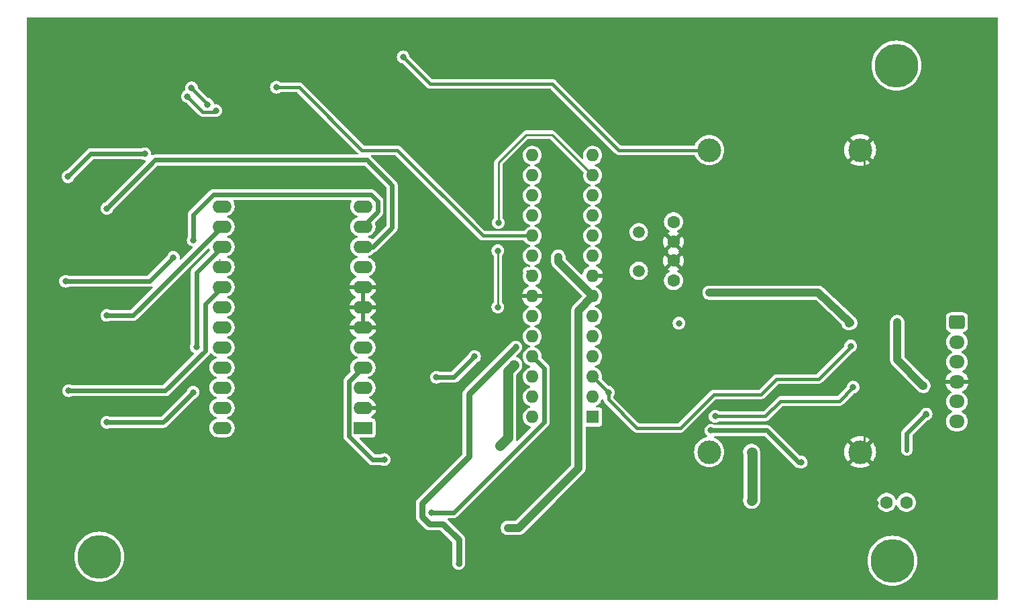
<source format=gbr>
G04 #@! TF.GenerationSoftware,KiCad,Pcbnew,8.0.1*
G04 #@! TF.CreationDate,2024-04-22T13:40:03+07:00*
G04 #@! TF.ProjectId,IncuTester_SMD,496e6375-5465-4737-9465-725f534d442e,rev?*
G04 #@! TF.SameCoordinates,Original*
G04 #@! TF.FileFunction,Copper,L2,Bot*
G04 #@! TF.FilePolarity,Positive*
%FSLAX46Y46*%
G04 Gerber Fmt 4.6, Leading zero omitted, Abs format (unit mm)*
G04 Created by KiCad (PCBNEW 8.0.1) date 2024-04-22 13:40:03*
%MOMM*%
%LPD*%
G01*
G04 APERTURE LIST*
G04 Aperture macros list*
%AMRoundRect*
0 Rectangle with rounded corners*
0 $1 Rounding radius*
0 $2 $3 $4 $5 $6 $7 $8 $9 X,Y pos of 4 corners*
0 Add a 4 corners polygon primitive as box body*
4,1,4,$2,$3,$4,$5,$6,$7,$8,$9,$2,$3,0*
0 Add four circle primitives for the rounded corners*
1,1,$1+$1,$2,$3*
1,1,$1+$1,$4,$5*
1,1,$1+$1,$6,$7*
1,1,$1+$1,$8,$9*
0 Add four rect primitives between the rounded corners*
20,1,$1+$1,$2,$3,$4,$5,0*
20,1,$1+$1,$4,$5,$6,$7,0*
20,1,$1+$1,$6,$7,$8,$9,0*
20,1,$1+$1,$8,$9,$2,$3,0*%
G04 Aperture macros list end*
G04 #@! TA.AperFunction,ComponentPad*
%ADD10C,1.600000*%
G04 #@! TD*
G04 #@! TA.AperFunction,ComponentPad*
%ADD11C,3.000000*%
G04 #@! TD*
G04 #@! TA.AperFunction,ComponentPad*
%ADD12R,2.400000X1.600000*%
G04 #@! TD*
G04 #@! TA.AperFunction,ComponentPad*
%ADD13O,2.400000X1.600000*%
G04 #@! TD*
G04 #@! TA.AperFunction,ComponentPad*
%ADD14R,1.600000X1.600000*%
G04 #@! TD*
G04 #@! TA.AperFunction,ComponentPad*
%ADD15O,1.600000X1.600000*%
G04 #@! TD*
G04 #@! TA.AperFunction,ComponentPad*
%ADD16C,5.500000*%
G04 #@! TD*
G04 #@! TA.AperFunction,ComponentPad*
%ADD17C,1.500000*%
G04 #@! TD*
G04 #@! TA.AperFunction,ComponentPad*
%ADD18RoundRect,0.250000X-0.725000X0.600000X-0.725000X-0.600000X0.725000X-0.600000X0.725000X0.600000X0*%
G04 #@! TD*
G04 #@! TA.AperFunction,ComponentPad*
%ADD19O,1.950000X1.700000*%
G04 #@! TD*
G04 #@! TA.AperFunction,ViaPad*
%ADD20C,0.800000*%
G04 #@! TD*
G04 #@! TA.AperFunction,Conductor*
%ADD21C,0.250000*%
G04 #@! TD*
G04 #@! TA.AperFunction,Conductor*
%ADD22C,0.400000*%
G04 #@! TD*
G04 #@! TA.AperFunction,Conductor*
%ADD23C,1.000000*%
G04 #@! TD*
G04 #@! TA.AperFunction,Conductor*
%ADD24C,0.600000*%
G04 #@! TD*
G04 #@! TA.AperFunction,Conductor*
%ADD25C,1.300000*%
G04 #@! TD*
G04 #@! TA.AperFunction,Conductor*
%ADD26C,0.800000*%
G04 #@! TD*
G04 #@! TA.AperFunction,Profile*
%ADD27C,0.100000*%
G04 #@! TD*
G04 APERTURE END LIST*
D10*
X203982000Y-123190000D03*
X206482000Y-123190000D03*
D11*
X181610000Y-116840000D03*
X200660000Y-116840000D03*
X181610000Y-78740000D03*
X200660000Y-78740000D03*
D12*
X137902000Y-113797000D03*
D13*
X137902000Y-111257000D03*
X137902000Y-108717000D03*
X137902000Y-106177000D03*
X137902000Y-103637000D03*
X137902000Y-101097000D03*
X137902000Y-98557000D03*
X137902000Y-96017000D03*
X137902000Y-93477000D03*
X137902000Y-90937000D03*
X137902000Y-88397000D03*
X137902000Y-85857000D03*
X120122000Y-85857000D03*
X120122000Y-88397000D03*
X120122000Y-90937000D03*
X120122000Y-93477000D03*
X120122000Y-96017000D03*
X120122000Y-98557000D03*
X120122000Y-101097000D03*
X120122000Y-103637000D03*
X120122000Y-106177000D03*
X120122000Y-108717000D03*
X120122000Y-111257000D03*
X120122000Y-113797000D03*
D14*
X166904000Y-112416000D03*
D15*
X166904000Y-109876000D03*
X166904000Y-107336000D03*
X166904000Y-104796000D03*
X166904000Y-102256000D03*
X166904000Y-99716000D03*
X166904000Y-97176000D03*
X166904000Y-94636000D03*
X166904000Y-92096000D03*
X166904000Y-89556000D03*
X166904000Y-87016000D03*
X166904000Y-84476000D03*
X166904000Y-81936000D03*
X166904000Y-79396000D03*
X159284000Y-79396000D03*
X159284000Y-81936000D03*
X159284000Y-84476000D03*
X159284000Y-87016000D03*
X159284000Y-89556000D03*
X159284000Y-92096000D03*
X159284000Y-94636000D03*
X159284000Y-97176000D03*
X159284000Y-99716000D03*
X159284000Y-102256000D03*
X159284000Y-104796000D03*
X159284000Y-107336000D03*
X159284000Y-109876000D03*
X159284000Y-112416000D03*
D16*
X104648000Y-130048000D03*
X204724000Y-130556000D03*
D10*
X177100000Y-87800000D03*
X177100000Y-90300000D03*
X177100000Y-95200000D03*
X177100000Y-92700000D03*
D17*
X172720000Y-93980000D03*
X172720000Y-89080000D03*
D18*
X212852000Y-100470000D03*
D19*
X212852000Y-102970000D03*
X212852000Y-105470000D03*
X212852000Y-107970000D03*
X212852000Y-110470000D03*
X212852000Y-112970000D03*
D16*
X205232000Y-68072000D03*
D20*
X215752000Y-109000000D03*
X154300000Y-68300000D03*
X144600000Y-64400000D03*
X215752000Y-106500000D03*
X120650000Y-127254000D03*
X147400000Y-88100000D03*
X96300000Y-97100000D03*
X96600000Y-77400000D03*
X144900000Y-86700000D03*
X176600000Y-106900000D03*
X215752000Y-107800000D03*
X133400000Y-120200000D03*
X146000000Y-64300000D03*
X108300000Y-88100000D03*
X198000000Y-116000000D03*
X169300000Y-93400000D03*
X154400000Y-69400000D03*
X201500000Y-113800000D03*
X152000000Y-130900000D03*
X121300000Y-124500000D03*
X191000000Y-67200000D03*
X150000000Y-113800000D03*
X176600000Y-111700000D03*
X162800000Y-98700000D03*
X174200000Y-128100000D03*
X201600000Y-124300000D03*
X174200000Y-131000000D03*
X179700000Y-95200000D03*
X199600000Y-81900000D03*
X120100000Y-124700000D03*
X202500000Y-121200000D03*
X150300000Y-69300000D03*
X174200000Y-129500000D03*
X134000000Y-118900000D03*
X115800000Y-67600000D03*
X175100000Y-127100000D03*
X147700000Y-67200000D03*
X140208000Y-98552000D03*
X179600000Y-96600000D03*
X172212000Y-123698000D03*
X168800000Y-94400000D03*
X135500000Y-118600000D03*
X105600000Y-115100000D03*
X200400000Y-124600000D03*
X119380000Y-81788000D03*
X194800000Y-70300000D03*
X109600000Y-125200000D03*
X121500000Y-77700000D03*
X120500000Y-123400000D03*
X198400000Y-80900000D03*
X187900000Y-132200000D03*
X96200000Y-89900000D03*
X150500000Y-82100000D03*
X147574000Y-101600000D03*
X108300000Y-101600000D03*
X204000000Y-77900000D03*
X96100000Y-86200000D03*
X191400000Y-70200000D03*
X204000000Y-80300000D03*
X197800000Y-78000000D03*
X185500000Y-132200000D03*
X200000000Y-113800000D03*
X204000000Y-76500000D03*
X96200000Y-89900000D03*
X96300000Y-93300000D03*
X215752000Y-104470000D03*
X180100000Y-94300000D03*
X111100000Y-125300000D03*
X202600000Y-123300000D03*
X105600000Y-101600000D03*
X124100000Y-77700000D03*
X181500000Y-98900000D03*
X204000000Y-79000000D03*
X198800000Y-114700000D03*
X186700000Y-132200000D03*
X150300000Y-67900000D03*
X120650000Y-127254000D03*
X158300000Y-123800000D03*
X108300000Y-115100000D03*
X198000000Y-79700000D03*
X194400000Y-67200000D03*
X147700000Y-65400000D03*
X105600000Y-88100000D03*
X152600000Y-84600000D03*
X181640000Y-96740000D03*
X208630000Y-108450000D03*
X205330000Y-100430000D03*
X165100000Y-118872000D03*
X162560000Y-92202000D03*
X143000000Y-67000000D03*
X177800000Y-100584000D03*
X156200000Y-126400000D03*
X199410000Y-100540000D03*
X147200000Y-107400000D03*
X152000000Y-104800000D03*
X140600000Y-117800000D03*
X186944000Y-116840000D03*
X186944000Y-123190000D03*
X168881107Y-109313107D03*
X199450000Y-103470000D03*
X199760000Y-108660000D03*
X182350000Y-112340000D03*
X150000000Y-130900000D03*
X157200000Y-103600000D03*
X146600000Y-124500000D03*
X119350000Y-73770000D03*
X115768873Y-71975491D03*
X116300000Y-70900000D03*
X118330000Y-72990000D03*
X127000000Y-70815500D03*
X110400000Y-79200000D03*
X100700000Y-82100000D03*
X105600000Y-86100000D03*
X116500000Y-90100000D03*
X114000000Y-92300000D03*
X100400000Y-95300000D03*
X105600000Y-99600000D03*
X116900000Y-103600000D03*
X100800000Y-109100000D03*
X105600000Y-113100000D03*
X116500000Y-109300000D03*
X155000000Y-87900000D03*
X154940000Y-98552000D03*
X154940000Y-91440000D03*
X156800000Y-105700000D03*
X155200000Y-116000000D03*
X193220000Y-118120000D03*
X181830000Y-114120000D03*
X208980000Y-112050000D03*
D21*
X158980000Y-97480000D02*
X159284000Y-97176000D01*
X201200000Y-116300000D02*
X200660000Y-116840000D01*
X198420000Y-76500000D02*
X200660000Y-78740000D01*
X201200000Y-79280000D02*
X201200000Y-116300000D01*
X200660000Y-78740000D02*
X201200000Y-79280000D01*
D22*
X161840000Y-70400000D02*
X146400000Y-70400000D01*
D23*
X165100000Y-118872000D02*
X157572000Y-126400000D01*
X165100000Y-98980000D02*
X165100000Y-118872000D01*
X181640000Y-96740000D02*
X195370000Y-96740000D01*
X208630000Y-108500000D02*
X208530000Y-108400000D01*
X162560000Y-92202000D02*
X162560000Y-92832000D01*
X205330000Y-100430000D02*
X205330000Y-105200000D01*
X156200000Y-126400000D02*
X156300000Y-126400000D01*
D22*
X170180000Y-78740000D02*
X161840000Y-70400000D01*
D23*
X199410000Y-100540000D02*
X199210000Y-100580000D01*
X157572000Y-126400000D02*
X156200000Y-126400000D01*
X208580000Y-108450000D02*
X208630000Y-108450000D01*
D22*
X146400000Y-70400000D02*
X143000000Y-67000000D01*
D23*
X162560000Y-92832000D02*
X166904000Y-97176000D01*
X208630000Y-108450000D02*
X208630000Y-108500000D01*
X205330000Y-105200000D02*
X208580000Y-108450000D01*
D22*
X181610000Y-78740000D02*
X170180000Y-78740000D01*
D23*
X195370000Y-96740000D02*
X199410000Y-100540000D01*
X166904000Y-97176000D02*
X165100000Y-98980000D01*
D21*
X158628000Y-93980000D02*
X159284000Y-94636000D01*
D24*
X149400000Y-107400000D02*
X147200000Y-107400000D01*
X152000000Y-104800000D02*
X149400000Y-107400000D01*
X136177000Y-107902000D02*
X136177000Y-114877000D01*
X139100000Y-117800000D02*
X140600000Y-117800000D01*
X137902000Y-106177000D02*
X136177000Y-107902000D01*
X136177000Y-114877000D02*
X139100000Y-117800000D01*
D25*
X186998000Y-116894000D02*
X186998000Y-122882000D01*
X186998000Y-122882000D02*
X186944000Y-122936000D01*
X186944000Y-116840000D02*
X186998000Y-116894000D01*
D22*
X168881107Y-110217107D02*
X168881107Y-109313107D01*
X188170000Y-109570000D02*
X182190000Y-109570000D01*
X190110000Y-107630000D02*
X195415000Y-107630000D01*
X188170000Y-109570000D02*
X190110000Y-107630000D01*
X168881107Y-109313107D02*
X166904000Y-107336000D01*
X199450000Y-103470000D02*
X199450000Y-103595000D01*
X199420000Y-103625000D02*
X199420000Y-103495000D01*
X199450000Y-103595000D02*
X195415000Y-107630000D01*
X172466000Y-113802000D02*
X168881107Y-110217107D01*
X177958000Y-113802000D02*
X182190000Y-109570000D01*
X172466000Y-113802000D02*
X177958000Y-113802000D01*
X199770000Y-108660000D02*
X199690000Y-108740000D01*
X198030000Y-110400000D02*
X199760000Y-108670000D01*
X199760000Y-108660000D02*
X199770000Y-108660000D01*
X199760000Y-108670000D02*
X199760000Y-108660000D01*
X190620000Y-110400000D02*
X198030000Y-110400000D01*
X188680000Y-112340000D02*
X190620000Y-110400000D01*
X182350000Y-112340000D02*
X188680000Y-112340000D01*
D26*
X150000000Y-127900000D02*
X150000000Y-130900000D01*
X146302943Y-125900000D02*
X148000000Y-125900000D01*
X148000000Y-125900000D02*
X150000000Y-127900000D01*
X157200000Y-103600000D02*
X151300000Y-109500000D01*
X151300000Y-117400000D02*
X145400000Y-123300000D01*
X145400000Y-124997057D02*
X146302943Y-125900000D01*
X151300000Y-109500000D02*
X151300000Y-117400000D01*
X150000000Y-130800000D02*
X150000000Y-130900000D01*
X145400000Y-123300000D02*
X145400000Y-124997057D01*
D24*
X160784000Y-106296000D02*
X160784000Y-113037321D01*
X160784000Y-113037321D02*
X149321321Y-124500000D01*
X149321321Y-124500000D02*
X146600000Y-124500000D01*
X159284000Y-104796000D02*
X160784000Y-106296000D01*
D22*
X119205000Y-73915000D02*
X119350000Y-73770000D01*
X115768873Y-71975491D02*
X117708382Y-73915000D01*
X117708382Y-73915000D02*
X119205000Y-73915000D01*
D21*
X118330000Y-72930000D02*
X118330000Y-72990000D01*
D22*
X116300000Y-70900000D02*
X118330000Y-72930000D01*
X153056000Y-89556000D02*
X159284000Y-89556000D01*
X127000000Y-70815500D02*
X129871896Y-70815500D01*
X137796396Y-78740000D02*
X142240000Y-78740000D01*
X129871896Y-70815500D02*
X137796396Y-78740000D01*
X142240000Y-78740000D02*
X153056000Y-89556000D01*
D24*
X103600000Y-79200000D02*
X100700000Y-82100000D01*
X110400000Y-79200000D02*
X103600000Y-79200000D01*
X141600000Y-88521000D02*
X139184000Y-90937000D01*
X111700000Y-80000000D02*
X138420000Y-80000000D01*
X141600000Y-83180000D02*
X141600000Y-88521000D01*
X139184000Y-90937000D02*
X137902000Y-90937000D01*
X138420000Y-80000000D02*
X141600000Y-83180000D01*
X105600000Y-86100000D02*
X111700000Y-80000000D01*
X137902000Y-88397000D02*
X139802000Y-86497000D01*
X138957000Y-84357000D02*
X119043000Y-84357000D01*
X139802000Y-86497000D02*
X139802000Y-85202000D01*
X116500000Y-86900000D02*
X116500000Y-90100000D01*
X139802000Y-85202000D02*
X138957000Y-84357000D01*
X119043000Y-84357000D02*
X116500000Y-86900000D01*
X111000000Y-95300000D02*
X100400000Y-95300000D01*
X114000000Y-92300000D02*
X111000000Y-95300000D01*
X105600000Y-99600000D02*
X108919000Y-99600000D01*
X108919000Y-99600000D02*
X120122000Y-88397000D01*
X116900000Y-94159000D02*
X120122000Y-90937000D01*
X116900000Y-103600000D02*
X116900000Y-94159000D01*
D21*
X119800000Y-92600000D02*
X119800000Y-92541000D01*
D24*
X118000000Y-104055635D02*
X112955635Y-109100000D01*
X100800000Y-109100000D02*
X100700000Y-109100000D01*
X120122000Y-96017000D02*
X118000000Y-98139000D01*
X118000000Y-98139000D02*
X118000000Y-104055635D01*
X112955635Y-109100000D02*
X100800000Y-109100000D01*
X112700000Y-113100000D02*
X105600000Y-113100000D01*
X116500000Y-109300000D02*
X112700000Y-113100000D01*
D21*
X155000000Y-80300000D02*
X155000000Y-87900000D01*
X161768000Y-76800000D02*
X158500000Y-76800000D01*
X155000000Y-87900000D02*
X155000000Y-87800000D01*
X154940000Y-91440000D02*
X154940000Y-98552000D01*
X158500000Y-76800000D02*
X155000000Y-80300000D01*
X166904000Y-81936000D02*
X161768000Y-76800000D01*
D25*
X156210000Y-114990000D02*
X156210000Y-106640610D01*
X155200000Y-116000000D02*
X156210000Y-114990000D01*
X156210000Y-106640610D02*
X156975305Y-105875305D01*
D24*
X208980000Y-112050000D02*
X206550000Y-114480000D01*
X181830000Y-114120000D02*
X188880000Y-114120000D01*
X206550000Y-114480000D02*
X206550000Y-116600000D01*
X193220000Y-118120000D02*
X193260000Y-118160000D01*
X208980000Y-112050000D02*
X209050000Y-112120000D01*
X192920000Y-118160000D02*
X193220000Y-118120000D01*
X188880000Y-114120000D02*
X192920000Y-118160000D01*
G04 #@! TA.AperFunction,Conductor*
G36*
X138152000Y-100781314D02*
G01*
X138147606Y-100776920D01*
X138056394Y-100724259D01*
X137954661Y-100697000D01*
X137849339Y-100697000D01*
X137747606Y-100724259D01*
X137656394Y-100776920D01*
X137652000Y-100781314D01*
X137652000Y-98872686D01*
X137656394Y-98877080D01*
X137747606Y-98929741D01*
X137849339Y-98957000D01*
X137954661Y-98957000D01*
X138056394Y-98929741D01*
X138147606Y-98877080D01*
X138152000Y-98872686D01*
X138152000Y-100781314D01*
G37*
G04 #@! TD.AperFunction*
G04 #@! TA.AperFunction,Conductor*
G36*
X138152000Y-98241314D02*
G01*
X138147606Y-98236920D01*
X138056394Y-98184259D01*
X137954661Y-98157000D01*
X137849339Y-98157000D01*
X137747606Y-98184259D01*
X137656394Y-98236920D01*
X137652000Y-98241314D01*
X137652000Y-96332686D01*
X137656394Y-96337080D01*
X137747606Y-96389741D01*
X137849339Y-96417000D01*
X137954661Y-96417000D01*
X138056394Y-96389741D01*
X138147606Y-96337080D01*
X138152000Y-96332686D01*
X138152000Y-98241314D01*
G37*
G04 #@! TD.AperFunction*
G04 #@! TA.AperFunction,Conductor*
G36*
X217875039Y-61995685D02*
G01*
X217920794Y-62048489D01*
X217932000Y-62100000D01*
X217932000Y-135258000D01*
X217912315Y-135325039D01*
X217859511Y-135370794D01*
X217808000Y-135382000D01*
X95628000Y-135382000D01*
X95560961Y-135362315D01*
X95515206Y-135309511D01*
X95504000Y-135258000D01*
X95504000Y-130048000D01*
X101492536Y-130048000D01*
X101512376Y-130401295D01*
X101512378Y-130401307D01*
X101571649Y-130750153D01*
X101571651Y-130750162D01*
X101666461Y-131079254D01*
X101669610Y-131090184D01*
X101707793Y-131182366D01*
X101805021Y-131417098D01*
X101805023Y-131417102D01*
X101976194Y-131726812D01*
X101976197Y-131726817D01*
X102180956Y-132015396D01*
X102180962Y-132015404D01*
X102416748Y-132279248D01*
X102416751Y-132279251D01*
X102680595Y-132515037D01*
X102680603Y-132515043D01*
X102969182Y-132719802D01*
X102969187Y-132719805D01*
X102969190Y-132719806D01*
X102969192Y-132719808D01*
X103091219Y-132787250D01*
X103278897Y-132890976D01*
X103278901Y-132890978D01*
X103385013Y-132934930D01*
X103605816Y-133026390D01*
X103945843Y-133124350D01*
X104294700Y-133183623D01*
X104648000Y-133203464D01*
X105001300Y-133183623D01*
X105350157Y-133124350D01*
X105690184Y-133026390D01*
X106017105Y-132890975D01*
X106326808Y-132719808D01*
X106326813Y-132719804D01*
X106326817Y-132719802D01*
X106417786Y-132655255D01*
X106615400Y-132515041D01*
X106879250Y-132279250D01*
X107115041Y-132015400D01*
X107319808Y-131726808D01*
X107490975Y-131417105D01*
X107626390Y-131090184D01*
X107724350Y-130750157D01*
X107783623Y-130401300D01*
X107803464Y-130048000D01*
X107783623Y-129694700D01*
X107724350Y-129345843D01*
X107626390Y-129005816D01*
X107534930Y-128785013D01*
X107490978Y-128678901D01*
X107490976Y-128678897D01*
X107319805Y-128369187D01*
X107319802Y-128369182D01*
X107115043Y-128080603D01*
X107115037Y-128080595D01*
X106879251Y-127816751D01*
X106879248Y-127816748D01*
X106615404Y-127580962D01*
X106615396Y-127580956D01*
X106326817Y-127376197D01*
X106326812Y-127376194D01*
X106017102Y-127205023D01*
X106017098Y-127205021D01*
X105762258Y-127099464D01*
X105690184Y-127069610D01*
X105690180Y-127069608D01*
X105690178Y-127069608D01*
X105350162Y-126971651D01*
X105350153Y-126971649D01*
X105001307Y-126912378D01*
X105001295Y-126912376D01*
X104648000Y-126892536D01*
X104294704Y-126912376D01*
X104294692Y-126912378D01*
X103945846Y-126971649D01*
X103945837Y-126971651D01*
X103605821Y-127069608D01*
X103278901Y-127205021D01*
X103278897Y-127205023D01*
X102969187Y-127376194D01*
X102969182Y-127376197D01*
X102680603Y-127580956D01*
X102680595Y-127580962D01*
X102416751Y-127816748D01*
X102416748Y-127816751D01*
X102180962Y-128080595D01*
X102180956Y-128080603D01*
X101976197Y-128369182D01*
X101976194Y-128369187D01*
X101805023Y-128678897D01*
X101805021Y-128678901D01*
X101669608Y-129005821D01*
X101571651Y-129345837D01*
X101571649Y-129345846D01*
X101512378Y-129694692D01*
X101512376Y-129694704D01*
X101492536Y-130048000D01*
X95504000Y-130048000D01*
X95504000Y-113100003D01*
X104794435Y-113100003D01*
X104814630Y-113279249D01*
X104814631Y-113279254D01*
X104874211Y-113449523D01*
X104933607Y-113544050D01*
X104970184Y-113602262D01*
X105097738Y-113729816D01*
X105162448Y-113770476D01*
X105250474Y-113825787D01*
X105250478Y-113825789D01*
X105420745Y-113885368D01*
X105420750Y-113885369D01*
X105599996Y-113905565D01*
X105600000Y-113905565D01*
X105600004Y-113905565D01*
X105779249Y-113885369D01*
X105779252Y-113885368D01*
X105779255Y-113885368D01*
X105949522Y-113825789D01*
X105950488Y-113825181D01*
X105959523Y-113819506D01*
X106025494Y-113800500D01*
X112768996Y-113800500D01*
X112860040Y-113782389D01*
X112904328Y-113773580D01*
X112984193Y-113740499D01*
X113031807Y-113720777D01*
X113031808Y-113720776D01*
X113031811Y-113720775D01*
X113146543Y-113644114D01*
X116699290Y-110091365D01*
X116746013Y-110062007D01*
X116849522Y-110025789D01*
X117002262Y-109929816D01*
X117129816Y-109802262D01*
X117225789Y-109649522D01*
X117285368Y-109479255D01*
X117285369Y-109479249D01*
X117305565Y-109300003D01*
X117305565Y-109299996D01*
X117285369Y-109120750D01*
X117285368Y-109120745D01*
X117271230Y-109080341D01*
X117225789Y-108950478D01*
X117207106Y-108920745D01*
X117162916Y-108850417D01*
X117129816Y-108797738D01*
X117002262Y-108670184D01*
X116926404Y-108622519D01*
X116849523Y-108574211D01*
X116679254Y-108514631D01*
X116679249Y-108514630D01*
X116500004Y-108494435D01*
X116499996Y-108494435D01*
X116320750Y-108514630D01*
X116320745Y-108514631D01*
X116150476Y-108574211D01*
X115997737Y-108670184D01*
X115870184Y-108797737D01*
X115774212Y-108950475D01*
X115774211Y-108950476D01*
X115737992Y-109053984D01*
X115708632Y-109100709D01*
X112446162Y-112363181D01*
X112384839Y-112396666D01*
X112358481Y-112399500D01*
X106025494Y-112399500D01*
X105959523Y-112380494D01*
X105949525Y-112374212D01*
X105779254Y-112314631D01*
X105779249Y-112314630D01*
X105600004Y-112294435D01*
X105599996Y-112294435D01*
X105420750Y-112314630D01*
X105420745Y-112314631D01*
X105250476Y-112374211D01*
X105097737Y-112470184D01*
X104970184Y-112597737D01*
X104874211Y-112750476D01*
X104814631Y-112920745D01*
X104814630Y-112920750D01*
X104794435Y-113099996D01*
X104794435Y-113100003D01*
X95504000Y-113100003D01*
X95504000Y-95300003D01*
X99594435Y-95300003D01*
X99614630Y-95479249D01*
X99614631Y-95479254D01*
X99674211Y-95649523D01*
X99766009Y-95795618D01*
X99770184Y-95802262D01*
X99897738Y-95929816D01*
X99952681Y-95964339D01*
X100050474Y-96025787D01*
X100050478Y-96025789D01*
X100175857Y-96069661D01*
X100220745Y-96085368D01*
X100220750Y-96085369D01*
X100399996Y-96105565D01*
X100400000Y-96105565D01*
X100400004Y-96105565D01*
X100579249Y-96085369D01*
X100579252Y-96085368D01*
X100579255Y-96085368D01*
X100749522Y-96025789D01*
X100750488Y-96025181D01*
X100759523Y-96019506D01*
X100825494Y-96000500D01*
X111068996Y-96000500D01*
X111160040Y-95982389D01*
X111204328Y-95973580D01*
X111226621Y-95964345D01*
X111296089Y-95956877D01*
X111358568Y-95988152D01*
X111394221Y-96048240D01*
X111391728Y-96118066D01*
X111361754Y-96166588D01*
X108665162Y-98863181D01*
X108603839Y-98896666D01*
X108577481Y-98899500D01*
X106025494Y-98899500D01*
X105959523Y-98880494D01*
X105949525Y-98874212D01*
X105779254Y-98814631D01*
X105779249Y-98814630D01*
X105600004Y-98794435D01*
X105599996Y-98794435D01*
X105420750Y-98814630D01*
X105420745Y-98814631D01*
X105250476Y-98874211D01*
X105097737Y-98970184D01*
X104970184Y-99097737D01*
X104874211Y-99250476D01*
X104814631Y-99420745D01*
X104814630Y-99420750D01*
X104794435Y-99599996D01*
X104794435Y-99600003D01*
X104814630Y-99779249D01*
X104814631Y-99779254D01*
X104874211Y-99949523D01*
X104922489Y-100026356D01*
X104970184Y-100102262D01*
X105097738Y-100229816D01*
X105131392Y-100250962D01*
X105250474Y-100325787D01*
X105250478Y-100325789D01*
X105420745Y-100385368D01*
X105420750Y-100385369D01*
X105599996Y-100405565D01*
X105600000Y-100405565D01*
X105600004Y-100405565D01*
X105779249Y-100385369D01*
X105779252Y-100385368D01*
X105779255Y-100385368D01*
X105949522Y-100325789D01*
X105950488Y-100325181D01*
X105959523Y-100319506D01*
X106025494Y-100300500D01*
X108987996Y-100300500D01*
X109109005Y-100276429D01*
X109123328Y-100273580D01*
X109217734Y-100234476D01*
X109250807Y-100220777D01*
X109250808Y-100220776D01*
X109250811Y-100220775D01*
X109365543Y-100144114D01*
X118344334Y-91165322D01*
X118405655Y-91131839D01*
X118475347Y-91136823D01*
X118531280Y-91178695D01*
X118549944Y-91214686D01*
X118600945Y-91371646D01*
X118602941Y-91441487D01*
X118570695Y-91497646D01*
X116355887Y-93712454D01*
X116279222Y-93827192D01*
X116226421Y-93954667D01*
X116226418Y-93954677D01*
X116199500Y-94090004D01*
X116199500Y-103174507D01*
X116180494Y-103240478D01*
X116174209Y-103250479D01*
X116114633Y-103420737D01*
X116114630Y-103420750D01*
X116094435Y-103599996D01*
X116094435Y-103600003D01*
X116114630Y-103779249D01*
X116114631Y-103779254D01*
X116174211Y-103949523D01*
X116215122Y-104014632D01*
X116270184Y-104102262D01*
X116397738Y-104229816D01*
X116505834Y-104297737D01*
X116534711Y-104315882D01*
X116581002Y-104368217D01*
X116591650Y-104437271D01*
X116563275Y-104501119D01*
X116556420Y-104508557D01*
X112701797Y-108363181D01*
X112640474Y-108396666D01*
X112614116Y-108399500D01*
X101225494Y-108399500D01*
X101159523Y-108380494D01*
X101149525Y-108374212D01*
X100979254Y-108314631D01*
X100979249Y-108314630D01*
X100800004Y-108294435D01*
X100799996Y-108294435D01*
X100620750Y-108314630D01*
X100620745Y-108314631D01*
X100450476Y-108374211D01*
X100297737Y-108470184D01*
X100170184Y-108597737D01*
X100074210Y-108750478D01*
X100014630Y-108920750D01*
X100006332Y-108994405D01*
X100004730Y-109004711D01*
X99999500Y-109031006D01*
X99999500Y-109048085D01*
X99998720Y-109061969D01*
X99994435Y-109099998D01*
X99994435Y-109100001D01*
X99998720Y-109138029D01*
X99999500Y-109151914D01*
X99999500Y-109168994D01*
X100004728Y-109195276D01*
X100006331Y-109205585D01*
X100014630Y-109279249D01*
X100014631Y-109279254D01*
X100014632Y-109279255D01*
X100021194Y-109298009D01*
X100074210Y-109449521D01*
X100105347Y-109499075D01*
X100170184Y-109602262D01*
X100297738Y-109729816D01*
X100319930Y-109743760D01*
X100450474Y-109825787D01*
X100450478Y-109825789D01*
X100504480Y-109844685D01*
X100620745Y-109885368D01*
X100620750Y-109885369D01*
X100799996Y-109905565D01*
X100800000Y-109905565D01*
X100800004Y-109905565D01*
X100979249Y-109885369D01*
X100979252Y-109885368D01*
X100979255Y-109885368D01*
X101149522Y-109825789D01*
X101150488Y-109825181D01*
X101159523Y-109819506D01*
X101225494Y-109800500D01*
X113024631Y-109800500D01*
X113115675Y-109782389D01*
X113159963Y-109773580D01*
X113231958Y-109743759D01*
X113287442Y-109720777D01*
X113287443Y-109720776D01*
X113287446Y-109720775D01*
X113402178Y-109644114D01*
X118544113Y-104502178D01*
X118599808Y-104418824D01*
X118653420Y-104374020D01*
X118722745Y-104365313D01*
X118785772Y-104395467D01*
X118803227Y-104414830D01*
X118806310Y-104419073D01*
X118939927Y-104552690D01*
X119092801Y-104663760D01*
X119154973Y-104695438D01*
X119261163Y-104749545D01*
X119261165Y-104749545D01*
X119261168Y-104749547D01*
X119341467Y-104775638D01*
X119382803Y-104789069D01*
X119440478Y-104828507D01*
X119467676Y-104892866D01*
X119455761Y-104961712D01*
X119408516Y-105013188D01*
X119382803Y-105024931D01*
X119261163Y-105064454D01*
X119092800Y-105150240D01*
X119016536Y-105205650D01*
X118939927Y-105261310D01*
X118939925Y-105261312D01*
X118939924Y-105261312D01*
X118806312Y-105394924D01*
X118806312Y-105394925D01*
X118806310Y-105394927D01*
X118780326Y-105430691D01*
X118695240Y-105547800D01*
X118609454Y-105716163D01*
X118551059Y-105895881D01*
X118521500Y-106082513D01*
X118521500Y-106271486D01*
X118551059Y-106458118D01*
X118609454Y-106637836D01*
X118676889Y-106770184D01*
X118695240Y-106806199D01*
X118806310Y-106959073D01*
X118939927Y-107092690D01*
X119092801Y-107203760D01*
X119126146Y-107220750D01*
X119261163Y-107289545D01*
X119261165Y-107289545D01*
X119261168Y-107289547D01*
X119350734Y-107318649D01*
X119382803Y-107329069D01*
X119440478Y-107368507D01*
X119467676Y-107432866D01*
X119455761Y-107501712D01*
X119408516Y-107553188D01*
X119382803Y-107564931D01*
X119261163Y-107604454D01*
X119092800Y-107690240D01*
X119051840Y-107720000D01*
X118939927Y-107801310D01*
X118939925Y-107801312D01*
X118939924Y-107801312D01*
X118806312Y-107934924D01*
X118806312Y-107934925D01*
X118806310Y-107934927D01*
X118780326Y-107970691D01*
X118695240Y-108087800D01*
X118609454Y-108256163D01*
X118551059Y-108435881D01*
X118521500Y-108622513D01*
X118521500Y-108811486D01*
X118551059Y-108998118D01*
X118609454Y-109177836D01*
X118671702Y-109300003D01*
X118695240Y-109346199D01*
X118806310Y-109499073D01*
X118939927Y-109632690D01*
X119092801Y-109743760D01*
X119151326Y-109773580D01*
X119261163Y-109829545D01*
X119261165Y-109829545D01*
X119261168Y-109829547D01*
X119307758Y-109844685D01*
X119382803Y-109869069D01*
X119440478Y-109908507D01*
X119467676Y-109972866D01*
X119455761Y-110041712D01*
X119408516Y-110093188D01*
X119382803Y-110104931D01*
X119261163Y-110144454D01*
X119092800Y-110230240D01*
X119007843Y-110291966D01*
X118939927Y-110341310D01*
X118939925Y-110341312D01*
X118939924Y-110341312D01*
X118806312Y-110474924D01*
X118806312Y-110474925D01*
X118806310Y-110474927D01*
X118780326Y-110510691D01*
X118695240Y-110627800D01*
X118609454Y-110796163D01*
X118551059Y-110975881D01*
X118521500Y-111162513D01*
X118521500Y-111351486D01*
X118551059Y-111538118D01*
X118609454Y-111717836D01*
X118642408Y-111782511D01*
X118695240Y-111886199D01*
X118806310Y-112039073D01*
X118939927Y-112172690D01*
X119092801Y-112283760D01*
X119153387Y-112314630D01*
X119261163Y-112369545D01*
X119261165Y-112369545D01*
X119261168Y-112369547D01*
X119328107Y-112391297D01*
X119382803Y-112409069D01*
X119440478Y-112448507D01*
X119467676Y-112512866D01*
X119455761Y-112581712D01*
X119408516Y-112633188D01*
X119382803Y-112644931D01*
X119261163Y-112684454D01*
X119092800Y-112770240D01*
X119023597Y-112820520D01*
X118939927Y-112881310D01*
X118939925Y-112881312D01*
X118939924Y-112881312D01*
X118806312Y-113014924D01*
X118806312Y-113014925D01*
X118806310Y-113014927D01*
X118758610Y-113080579D01*
X118695240Y-113167800D01*
X118609454Y-113336163D01*
X118551059Y-113515881D01*
X118521500Y-113702513D01*
X118521500Y-113891486D01*
X118551059Y-114078118D01*
X118609454Y-114257836D01*
X118683164Y-114402499D01*
X118695240Y-114426199D01*
X118806310Y-114579073D01*
X118939927Y-114712690D01*
X119092801Y-114823760D01*
X119154702Y-114855300D01*
X119261163Y-114909545D01*
X119261165Y-114909545D01*
X119261168Y-114909547D01*
X119338411Y-114934645D01*
X119440881Y-114967940D01*
X119627514Y-114997500D01*
X119627519Y-114997500D01*
X120616486Y-114997500D01*
X120803118Y-114967940D01*
X120804100Y-114967621D01*
X120982832Y-114909547D01*
X121151199Y-114823760D01*
X121304073Y-114712690D01*
X121437690Y-114579073D01*
X121548760Y-114426199D01*
X121634547Y-114257832D01*
X121692940Y-114078118D01*
X121699053Y-114039523D01*
X121722500Y-113891486D01*
X121722500Y-113702513D01*
X121692940Y-113515881D01*
X121648179Y-113378123D01*
X121634547Y-113336168D01*
X121634545Y-113336165D01*
X121634545Y-113336163D01*
X121548759Y-113167800D01*
X121546856Y-113165181D01*
X121437690Y-113014927D01*
X121304073Y-112881310D01*
X121151199Y-112770240D01*
X121112410Y-112750476D01*
X120982836Y-112684454D01*
X120908472Y-112660291D01*
X120861195Y-112644930D01*
X120803521Y-112605493D01*
X120776323Y-112541134D01*
X120788238Y-112472288D01*
X120835482Y-112420812D01*
X120861194Y-112409069D01*
X120982832Y-112369547D01*
X121151199Y-112283760D01*
X121304073Y-112172690D01*
X121437690Y-112039073D01*
X121548760Y-111886199D01*
X121634547Y-111717832D01*
X121692940Y-111538118D01*
X121693523Y-111534435D01*
X121722500Y-111351486D01*
X121722500Y-111162513D01*
X121692940Y-110975881D01*
X121634545Y-110796163D01*
X121587938Y-110704692D01*
X121548760Y-110627801D01*
X121437690Y-110474927D01*
X121304073Y-110341310D01*
X121151199Y-110230240D01*
X121086592Y-110197321D01*
X120982836Y-110144454D01*
X120908472Y-110120291D01*
X120861195Y-110104930D01*
X120803521Y-110065493D01*
X120776323Y-110001134D01*
X120788238Y-109932288D01*
X120835482Y-109880812D01*
X120861194Y-109869069D01*
X120982832Y-109829547D01*
X121151199Y-109743760D01*
X121304073Y-109632690D01*
X121437690Y-109499073D01*
X121548760Y-109346199D01*
X121634547Y-109177832D01*
X121692940Y-108998118D01*
X121694272Y-108989711D01*
X121722500Y-108811486D01*
X121722500Y-108622513D01*
X121692940Y-108435881D01*
X121653543Y-108314631D01*
X121634547Y-108256168D01*
X121634545Y-108256165D01*
X121634545Y-108256163D01*
X121582155Y-108153343D01*
X121548760Y-108087801D01*
X121437690Y-107934927D01*
X121304073Y-107801310D01*
X121151199Y-107690240D01*
X121127850Y-107678343D01*
X120982836Y-107604454D01*
X120877379Y-107570189D01*
X120861195Y-107564930D01*
X120803521Y-107525493D01*
X120776323Y-107461134D01*
X120788238Y-107392288D01*
X120835482Y-107340812D01*
X120861194Y-107329069D01*
X120982832Y-107289547D01*
X121151199Y-107203760D01*
X121304073Y-107092690D01*
X121437690Y-106959073D01*
X121548760Y-106806199D01*
X121634547Y-106637832D01*
X121692940Y-106458118D01*
X121698371Y-106423828D01*
X121722500Y-106271486D01*
X121722500Y-106082513D01*
X121692940Y-105895881D01*
X121663135Y-105804152D01*
X121634547Y-105716168D01*
X121634545Y-105716165D01*
X121634545Y-105716163D01*
X121570958Y-105591367D01*
X121548760Y-105547801D01*
X121437690Y-105394927D01*
X121304073Y-105261310D01*
X121151199Y-105150240D01*
X121149790Y-105149522D01*
X120982836Y-105064454D01*
X120888843Y-105033914D01*
X120861195Y-105024930D01*
X120803521Y-104985493D01*
X120776323Y-104921134D01*
X120788238Y-104852288D01*
X120835482Y-104800812D01*
X120861194Y-104789069D01*
X120982832Y-104749547D01*
X121151199Y-104663760D01*
X121304073Y-104552690D01*
X121437690Y-104419073D01*
X121548760Y-104266199D01*
X121634547Y-104097832D01*
X121692940Y-103918118D01*
X121697573Y-103888867D01*
X121722500Y-103731486D01*
X121722500Y-103542513D01*
X121692940Y-103355881D01*
X121634545Y-103176163D01*
X121548759Y-103007800D01*
X121437690Y-102854927D01*
X121304073Y-102721310D01*
X121151199Y-102610240D01*
X121151191Y-102610236D01*
X120982836Y-102524454D01*
X120876705Y-102489970D01*
X120861195Y-102484930D01*
X120803521Y-102445493D01*
X120776323Y-102381134D01*
X120788238Y-102312288D01*
X120835482Y-102260812D01*
X120861194Y-102249069D01*
X120982832Y-102209547D01*
X121151199Y-102123760D01*
X121304073Y-102012690D01*
X121437690Y-101879073D01*
X121548760Y-101726199D01*
X121634547Y-101557832D01*
X121692940Y-101378118D01*
X121694662Y-101367243D01*
X121722500Y-101191486D01*
X121722500Y-101002513D01*
X121692940Y-100815881D01*
X121634545Y-100636163D01*
X121548759Y-100467800D01*
X121437690Y-100314927D01*
X121304073Y-100181310D01*
X121151199Y-100070240D01*
X120982836Y-99984454D01*
X120868521Y-99947311D01*
X120861195Y-99944930D01*
X120803521Y-99905493D01*
X120776323Y-99841134D01*
X120788238Y-99772288D01*
X120835482Y-99720812D01*
X120861194Y-99709069D01*
X120982832Y-99669547D01*
X121151199Y-99583760D01*
X121304073Y-99472690D01*
X121437690Y-99339073D01*
X121548760Y-99186199D01*
X121634547Y-99017832D01*
X121692940Y-98838118D01*
X121697869Y-98807000D01*
X121722500Y-98651486D01*
X121722500Y-98462513D01*
X121692940Y-98275881D01*
X121634545Y-98096163D01*
X121548759Y-97927800D01*
X121543396Y-97920418D01*
X121437690Y-97774927D01*
X121304073Y-97641310D01*
X121151199Y-97530240D01*
X120982836Y-97444454D01*
X120908472Y-97420291D01*
X120861195Y-97404930D01*
X120803521Y-97365493D01*
X120776323Y-97301134D01*
X120788238Y-97232288D01*
X120835482Y-97180812D01*
X120861194Y-97169069D01*
X120982832Y-97129547D01*
X121151199Y-97043760D01*
X121304073Y-96932690D01*
X121437690Y-96799073D01*
X121548760Y-96646199D01*
X121634547Y-96477832D01*
X121692940Y-96298118D01*
X121697869Y-96267000D01*
X121722500Y-96111486D01*
X121722500Y-95922513D01*
X121692940Y-95735881D01*
X121634545Y-95556163D01*
X121548759Y-95387800D01*
X121437690Y-95234927D01*
X121304073Y-95101310D01*
X121151199Y-94990240D01*
X120982836Y-94904454D01*
X120865456Y-94866315D01*
X120861195Y-94864930D01*
X120803521Y-94825493D01*
X120776323Y-94761134D01*
X120788238Y-94692288D01*
X120835482Y-94640812D01*
X120861194Y-94629069D01*
X120982832Y-94589547D01*
X121151199Y-94503760D01*
X121304073Y-94392690D01*
X121437690Y-94259073D01*
X121548760Y-94106199D01*
X121634547Y-93937832D01*
X121692940Y-93758118D01*
X121700172Y-93712457D01*
X121722500Y-93571486D01*
X121722500Y-93382513D01*
X121692940Y-93195881D01*
X121634545Y-93016163D01*
X121559398Y-92868680D01*
X121548760Y-92847801D01*
X121437690Y-92694927D01*
X121304073Y-92561310D01*
X121151199Y-92450240D01*
X121144932Y-92447047D01*
X120982836Y-92364454D01*
X120868361Y-92327259D01*
X120861195Y-92324930D01*
X120803521Y-92285493D01*
X120776323Y-92221134D01*
X120788238Y-92152288D01*
X120835482Y-92100812D01*
X120861194Y-92089069D01*
X120982832Y-92049547D01*
X121151199Y-91963760D01*
X121304073Y-91852690D01*
X121437690Y-91719073D01*
X121548760Y-91566199D01*
X121634547Y-91397832D01*
X121692940Y-91218118D01*
X121705816Y-91136823D01*
X121722500Y-91031486D01*
X121722500Y-90842513D01*
X121692940Y-90655881D01*
X121634545Y-90476163D01*
X121548759Y-90307800D01*
X121437690Y-90154927D01*
X121304073Y-90021310D01*
X121151199Y-89910240D01*
X121131102Y-89900000D01*
X120982836Y-89824454D01*
X120908472Y-89800291D01*
X120861195Y-89784930D01*
X120803521Y-89745493D01*
X120776323Y-89681134D01*
X120788238Y-89612288D01*
X120835482Y-89560812D01*
X120861194Y-89549069D01*
X120982832Y-89509547D01*
X121151199Y-89423760D01*
X121304073Y-89312690D01*
X121437690Y-89179073D01*
X121548760Y-89026199D01*
X121634547Y-88857832D01*
X121692940Y-88678118D01*
X121701228Y-88625788D01*
X121722500Y-88491486D01*
X121722500Y-88302513D01*
X121692940Y-88115881D01*
X121645111Y-87968680D01*
X121634547Y-87936168D01*
X121634545Y-87936165D01*
X121634545Y-87936163D01*
X121565166Y-87800000D01*
X121548760Y-87767801D01*
X121437690Y-87614927D01*
X121304073Y-87481310D01*
X121151199Y-87370240D01*
X120982836Y-87284454D01*
X120908472Y-87260291D01*
X120861195Y-87244930D01*
X120803521Y-87205493D01*
X120776323Y-87141134D01*
X120788238Y-87072288D01*
X120835482Y-87020812D01*
X120861194Y-87009069D01*
X120982832Y-86969547D01*
X121151199Y-86883760D01*
X121304073Y-86772690D01*
X121437690Y-86639073D01*
X121548760Y-86486199D01*
X121634547Y-86317832D01*
X121692940Y-86138118D01*
X121704383Y-86065868D01*
X121722500Y-85951486D01*
X121722500Y-85762513D01*
X121692940Y-85575881D01*
X121634545Y-85396163D01*
X121553852Y-85237795D01*
X121540956Y-85169126D01*
X121567232Y-85104385D01*
X121624339Y-85064128D01*
X121664337Y-85057500D01*
X136359663Y-85057500D01*
X136426702Y-85077185D01*
X136472457Y-85129989D01*
X136482401Y-85199147D01*
X136470148Y-85237795D01*
X136389454Y-85396163D01*
X136331059Y-85575881D01*
X136301500Y-85762513D01*
X136301500Y-85951486D01*
X136331059Y-86138118D01*
X136389454Y-86317836D01*
X136458557Y-86453457D01*
X136475240Y-86486199D01*
X136586310Y-86639073D01*
X136719927Y-86772690D01*
X136872801Y-86883760D01*
X136915596Y-86905565D01*
X137041163Y-86969545D01*
X137041165Y-86969545D01*
X137041168Y-86969547D01*
X137097225Y-86987761D01*
X137162803Y-87009069D01*
X137220478Y-87048507D01*
X137247676Y-87112866D01*
X137235761Y-87181712D01*
X137188516Y-87233188D01*
X137162803Y-87244931D01*
X137041163Y-87284454D01*
X136872800Y-87370240D01*
X136834953Y-87397738D01*
X136719927Y-87481310D01*
X136719925Y-87481312D01*
X136719924Y-87481312D01*
X136586312Y-87614924D01*
X136586312Y-87614925D01*
X136586310Y-87614927D01*
X136560326Y-87650691D01*
X136475240Y-87767800D01*
X136389454Y-87936163D01*
X136331059Y-88115881D01*
X136301500Y-88302513D01*
X136301500Y-88491486D01*
X136331059Y-88678118D01*
X136389454Y-88857836D01*
X136441315Y-88959618D01*
X136475240Y-89026199D01*
X136586310Y-89179073D01*
X136719927Y-89312690D01*
X136872801Y-89423760D01*
X136952347Y-89464290D01*
X137041163Y-89509545D01*
X137041165Y-89509545D01*
X137041168Y-89509547D01*
X137130734Y-89538649D01*
X137162803Y-89549069D01*
X137220478Y-89588507D01*
X137247676Y-89652866D01*
X137235761Y-89721712D01*
X137188516Y-89773188D01*
X137162803Y-89784931D01*
X137041163Y-89824454D01*
X136872800Y-89910240D01*
X136791150Y-89969563D01*
X136719927Y-90021310D01*
X136719925Y-90021312D01*
X136719924Y-90021312D01*
X136586312Y-90154924D01*
X136586312Y-90154925D01*
X136586310Y-90154927D01*
X136560326Y-90190691D01*
X136475240Y-90307800D01*
X136389454Y-90476163D01*
X136331059Y-90655881D01*
X136301500Y-90842513D01*
X136301500Y-91031486D01*
X136331059Y-91218118D01*
X136389454Y-91397836D01*
X136470948Y-91557775D01*
X136475240Y-91566199D01*
X136586310Y-91719073D01*
X136719927Y-91852690D01*
X136872801Y-91963760D01*
X136893931Y-91974526D01*
X137041163Y-92049545D01*
X137041165Y-92049545D01*
X137041168Y-92049547D01*
X137130734Y-92078649D01*
X137162803Y-92089069D01*
X137220478Y-92128507D01*
X137247676Y-92192866D01*
X137235761Y-92261712D01*
X137188516Y-92313188D01*
X137162803Y-92324931D01*
X137041163Y-92364454D01*
X136872800Y-92450240D01*
X136840939Y-92473389D01*
X136719927Y-92561310D01*
X136719925Y-92561312D01*
X136719924Y-92561312D01*
X136586312Y-92694924D01*
X136586312Y-92694925D01*
X136586310Y-92694927D01*
X136560326Y-92730691D01*
X136475240Y-92847800D01*
X136389454Y-93016163D01*
X136331059Y-93195881D01*
X136301500Y-93382513D01*
X136301500Y-93571486D01*
X136331059Y-93758118D01*
X136389454Y-93937836D01*
X136446188Y-94049181D01*
X136475240Y-94106199D01*
X136586310Y-94259073D01*
X136719927Y-94392690D01*
X136872801Y-94503760D01*
X136894135Y-94514630D01*
X137026440Y-94582043D01*
X137077236Y-94630018D01*
X137094031Y-94697839D01*
X137071494Y-94763974D01*
X137016778Y-94807425D01*
X137008469Y-94810457D01*
X137002971Y-94812243D01*
X136820650Y-94905140D01*
X136655105Y-95025417D01*
X136655104Y-95025417D01*
X136510417Y-95170104D01*
X136510417Y-95170105D01*
X136390140Y-95335650D01*
X136297244Y-95517970D01*
X136234009Y-95712586D01*
X136225391Y-95767000D01*
X137586314Y-95767000D01*
X137581920Y-95771394D01*
X137529259Y-95862606D01*
X137502000Y-95964339D01*
X137502000Y-96069661D01*
X137529259Y-96171394D01*
X137581920Y-96262606D01*
X137586314Y-96267000D01*
X136225391Y-96267000D01*
X136234009Y-96321413D01*
X136297244Y-96516029D01*
X136390140Y-96698349D01*
X136510417Y-96863894D01*
X136510417Y-96863895D01*
X136655104Y-97008582D01*
X136820650Y-97128859D01*
X136914179Y-97176515D01*
X136964975Y-97224490D01*
X136981770Y-97292311D01*
X136959232Y-97358446D01*
X136914179Y-97397485D01*
X136820650Y-97445140D01*
X136655105Y-97565417D01*
X136655104Y-97565417D01*
X136510417Y-97710104D01*
X136510417Y-97710105D01*
X136390140Y-97875650D01*
X136297244Y-98057970D01*
X136234009Y-98252586D01*
X136225391Y-98307000D01*
X137586314Y-98307000D01*
X137581920Y-98311394D01*
X137529259Y-98402606D01*
X137502000Y-98504339D01*
X137502000Y-98609661D01*
X137529259Y-98711394D01*
X137581920Y-98802606D01*
X137586314Y-98807000D01*
X136225391Y-98807000D01*
X136234009Y-98861413D01*
X136297244Y-99056029D01*
X136390140Y-99238349D01*
X136510417Y-99403894D01*
X136510417Y-99403895D01*
X136655104Y-99548582D01*
X136820650Y-99668859D01*
X136914179Y-99716515D01*
X136964975Y-99764490D01*
X136981770Y-99832311D01*
X136959232Y-99898446D01*
X136914179Y-99937485D01*
X136820650Y-99985140D01*
X136655105Y-100105417D01*
X136655104Y-100105417D01*
X136510417Y-100250104D01*
X136510417Y-100250105D01*
X136390140Y-100415650D01*
X136297244Y-100597970D01*
X136234009Y-100792586D01*
X136225391Y-100847000D01*
X137586314Y-100847000D01*
X137581920Y-100851394D01*
X137529259Y-100942606D01*
X137502000Y-101044339D01*
X137502000Y-101149661D01*
X137529259Y-101251394D01*
X137581920Y-101342606D01*
X137586314Y-101347000D01*
X136225391Y-101347000D01*
X136234009Y-101401413D01*
X136297244Y-101596029D01*
X136390140Y-101778349D01*
X136510417Y-101943894D01*
X136510417Y-101943895D01*
X136655104Y-102088582D01*
X136820650Y-102208859D01*
X137002967Y-102301754D01*
X137008458Y-102303538D01*
X137066135Y-102342973D01*
X137093336Y-102407331D01*
X137081425Y-102476178D01*
X137034183Y-102527655D01*
X137026440Y-102531955D01*
X136872805Y-102610236D01*
X136780676Y-102677173D01*
X136719927Y-102721310D01*
X136719925Y-102721312D01*
X136719924Y-102721312D01*
X136586312Y-102854924D01*
X136586312Y-102854925D01*
X136586310Y-102854927D01*
X136560326Y-102890691D01*
X136475240Y-103007800D01*
X136389454Y-103176163D01*
X136331059Y-103355881D01*
X136301500Y-103542513D01*
X136301500Y-103731486D01*
X136331059Y-103918118D01*
X136389454Y-104097836D01*
X136467134Y-104250291D01*
X136475240Y-104266199D01*
X136586310Y-104419073D01*
X136719927Y-104552690D01*
X136872801Y-104663760D01*
X136934973Y-104695438D01*
X137041163Y-104749545D01*
X137041165Y-104749545D01*
X137041168Y-104749547D01*
X137121467Y-104775638D01*
X137162803Y-104789069D01*
X137220478Y-104828507D01*
X137247676Y-104892866D01*
X137235761Y-104961712D01*
X137188516Y-105013188D01*
X137162803Y-105024931D01*
X137041163Y-105064454D01*
X136872800Y-105150240D01*
X136796536Y-105205650D01*
X136719927Y-105261310D01*
X136719925Y-105261312D01*
X136719924Y-105261312D01*
X136586312Y-105394924D01*
X136586312Y-105394925D01*
X136586310Y-105394927D01*
X136560326Y-105430691D01*
X136475240Y-105547800D01*
X136389454Y-105716163D01*
X136331059Y-105895881D01*
X136301500Y-106082513D01*
X136301500Y-106271486D01*
X136331059Y-106458118D01*
X136362110Y-106553679D01*
X136377697Y-106601652D01*
X136380945Y-106611646D01*
X136382940Y-106681487D01*
X136350695Y-106737646D01*
X135632887Y-107455454D01*
X135556222Y-107570192D01*
X135503421Y-107697667D01*
X135503418Y-107697679D01*
X135479051Y-107820179D01*
X135479051Y-107820184D01*
X135476500Y-107833007D01*
X135476500Y-114808006D01*
X135476500Y-114945994D01*
X135476500Y-114945996D01*
X135476499Y-114945996D01*
X135503418Y-115081322D01*
X135503421Y-115081332D01*
X135556222Y-115208807D01*
X135632887Y-115323545D01*
X138653454Y-118344112D01*
X138768190Y-118420776D01*
X138866790Y-118461617D01*
X138895671Y-118473580D01*
X138895672Y-118473580D01*
X138895677Y-118473582D01*
X138922545Y-118478925D01*
X138922551Y-118478926D01*
X138922591Y-118478934D01*
X139012937Y-118496905D01*
X139031006Y-118500500D01*
X139031007Y-118500500D01*
X140174506Y-118500500D01*
X140240477Y-118519506D01*
X140250474Y-118525787D01*
X140250475Y-118525787D01*
X140250478Y-118525789D01*
X140385891Y-118573172D01*
X140420745Y-118585368D01*
X140420750Y-118585369D01*
X140599996Y-118605565D01*
X140600000Y-118605565D01*
X140600004Y-118605565D01*
X140779249Y-118585369D01*
X140779252Y-118585368D01*
X140779255Y-118585368D01*
X140949522Y-118525789D01*
X141102262Y-118429816D01*
X141229816Y-118302262D01*
X141325789Y-118149522D01*
X141385368Y-117979255D01*
X141385369Y-117979249D01*
X141405565Y-117800003D01*
X141405565Y-117799996D01*
X141385369Y-117620750D01*
X141385368Y-117620745D01*
X141335715Y-117478846D01*
X141325789Y-117450478D01*
X141229816Y-117297738D01*
X141102262Y-117170184D01*
X141064442Y-117146420D01*
X140949523Y-117074211D01*
X140779254Y-117014631D01*
X140779249Y-117014630D01*
X140600004Y-116994435D01*
X140599996Y-116994435D01*
X140420750Y-117014630D01*
X140420745Y-117014631D01*
X140250474Y-117074212D01*
X140240477Y-117080494D01*
X140174506Y-117099500D01*
X139441519Y-117099500D01*
X139374480Y-117079815D01*
X139353838Y-117063181D01*
X137499837Y-115209180D01*
X137466352Y-115147857D01*
X137471336Y-115078165D01*
X137513208Y-115022232D01*
X137578672Y-114997815D01*
X137587518Y-114997499D01*
X139133517Y-114997499D01*
X139133518Y-114997499D01*
X139227304Y-114982646D01*
X139340342Y-114925050D01*
X139430050Y-114835342D01*
X139487646Y-114722304D01*
X139487646Y-114722302D01*
X139487647Y-114722301D01*
X139502499Y-114628524D01*
X139502500Y-114628519D01*
X139502499Y-112965482D01*
X139487646Y-112871696D01*
X139430050Y-112758658D01*
X139430046Y-112758654D01*
X139430045Y-112758652D01*
X139340347Y-112668954D01*
X139340344Y-112668952D01*
X139340342Y-112668950D01*
X139256166Y-112626060D01*
X139227301Y-112611352D01*
X139133524Y-112596500D01*
X139133519Y-112596500D01*
X139051546Y-112596500D01*
X138984507Y-112576815D01*
X138938752Y-112524011D01*
X138928808Y-112454853D01*
X138957833Y-112391297D01*
X138979980Y-112372513D01*
X138979407Y-112371724D01*
X139148894Y-112248582D01*
X139148895Y-112248582D01*
X139293582Y-112103895D01*
X139293582Y-112103894D01*
X139413859Y-111938349D01*
X139506755Y-111756029D01*
X139569990Y-111561413D01*
X139578609Y-111507000D01*
X138217686Y-111507000D01*
X138222080Y-111502606D01*
X138274741Y-111411394D01*
X138302000Y-111309661D01*
X138302000Y-111204339D01*
X138274741Y-111102606D01*
X138222080Y-111011394D01*
X138217686Y-111007000D01*
X139578609Y-111007000D01*
X139569990Y-110952586D01*
X139506755Y-110757970D01*
X139413859Y-110575650D01*
X139293582Y-110410105D01*
X139293582Y-110410104D01*
X139148895Y-110265417D01*
X138983349Y-110145140D01*
X138801027Y-110052242D01*
X138795534Y-110050458D01*
X138737859Y-110011020D01*
X138710662Y-109946661D01*
X138722578Y-109877815D01*
X138769822Y-109826340D01*
X138777559Y-109822043D01*
X138931199Y-109743760D01*
X139084073Y-109632690D01*
X139217690Y-109499073D01*
X139328760Y-109346199D01*
X139414547Y-109177832D01*
X139472940Y-108998118D01*
X139474272Y-108989711D01*
X139502500Y-108811486D01*
X139502500Y-108622513D01*
X139472940Y-108435881D01*
X139433543Y-108314631D01*
X139414547Y-108256168D01*
X139414545Y-108256165D01*
X139414545Y-108256163D01*
X139362155Y-108153343D01*
X139328760Y-108087801D01*
X139217690Y-107934927D01*
X139084073Y-107801310D01*
X138931199Y-107690240D01*
X138907850Y-107678343D01*
X138762836Y-107604454D01*
X138657379Y-107570189D01*
X138641195Y-107564930D01*
X138583521Y-107525493D01*
X138556323Y-107461134D01*
X138566903Y-107400003D01*
X146394435Y-107400003D01*
X146414630Y-107579249D01*
X146414631Y-107579254D01*
X146474211Y-107749523D01*
X146518608Y-107820180D01*
X146570184Y-107902262D01*
X146697738Y-108029816D01*
X146767385Y-108073578D01*
X146850474Y-108125787D01*
X146850478Y-108125789D01*
X146941783Y-108157738D01*
X147020745Y-108185368D01*
X147020750Y-108185369D01*
X147199996Y-108205565D01*
X147200000Y-108205565D01*
X147200004Y-108205565D01*
X147379249Y-108185369D01*
X147379252Y-108185368D01*
X147379255Y-108185368D01*
X147549522Y-108125789D01*
X147550488Y-108125181D01*
X147559523Y-108119506D01*
X147625494Y-108100500D01*
X149468996Y-108100500D01*
X149560040Y-108082389D01*
X149604328Y-108073580D01*
X149709096Y-108030184D01*
X149731807Y-108020777D01*
X149731808Y-108020776D01*
X149731811Y-108020775D01*
X149846543Y-107944114D01*
X152199290Y-105591365D01*
X152246013Y-105562007D01*
X152349522Y-105525789D01*
X152502262Y-105429816D01*
X152629816Y-105302262D01*
X152725789Y-105149522D01*
X152785368Y-104979255D01*
X152785369Y-104979249D01*
X152805565Y-104800003D01*
X152805565Y-104799996D01*
X152785369Y-104620750D01*
X152785368Y-104620745D01*
X152771355Y-104580697D01*
X152725789Y-104450478D01*
X152717490Y-104437271D01*
X152669234Y-104360472D01*
X152629816Y-104297738D01*
X152502262Y-104170184D01*
X152467840Y-104148555D01*
X152349523Y-104074211D01*
X152179254Y-104014631D01*
X152179249Y-104014630D01*
X152000004Y-103994435D01*
X151999996Y-103994435D01*
X151820750Y-104014630D01*
X151820745Y-104014631D01*
X151650476Y-104074211D01*
X151497737Y-104170184D01*
X151370184Y-104297737D01*
X151274212Y-104450475D01*
X151274211Y-104450476D01*
X151237992Y-104553984D01*
X151208632Y-104600709D01*
X149146162Y-106663181D01*
X149084839Y-106696666D01*
X149058481Y-106699500D01*
X147625494Y-106699500D01*
X147559523Y-106680494D01*
X147549525Y-106674212D01*
X147379254Y-106614631D01*
X147379249Y-106614630D01*
X147200004Y-106594435D01*
X147199996Y-106594435D01*
X147020750Y-106614630D01*
X147020745Y-106614631D01*
X146850476Y-106674211D01*
X146697737Y-106770184D01*
X146570184Y-106897737D01*
X146474211Y-107050476D01*
X146414631Y-107220745D01*
X146414630Y-107220750D01*
X146394435Y-107399996D01*
X146394435Y-107400003D01*
X138566903Y-107400003D01*
X138568238Y-107392288D01*
X138615482Y-107340812D01*
X138641194Y-107329069D01*
X138762832Y-107289547D01*
X138931199Y-107203760D01*
X139084073Y-107092690D01*
X139217690Y-106959073D01*
X139328760Y-106806199D01*
X139414547Y-106637832D01*
X139472940Y-106458118D01*
X139478371Y-106423828D01*
X139502500Y-106271486D01*
X139502500Y-106082513D01*
X139472940Y-105895881D01*
X139443135Y-105804152D01*
X139414547Y-105716168D01*
X139414545Y-105716165D01*
X139414545Y-105716163D01*
X139350958Y-105591367D01*
X139328760Y-105547801D01*
X139217690Y-105394927D01*
X139084073Y-105261310D01*
X138931199Y-105150240D01*
X138929790Y-105149522D01*
X138762836Y-105064454D01*
X138668843Y-105033914D01*
X138641195Y-105024930D01*
X138583521Y-104985493D01*
X138556323Y-104921134D01*
X138568238Y-104852288D01*
X138615482Y-104800812D01*
X138641194Y-104789069D01*
X138762832Y-104749547D01*
X138931199Y-104663760D01*
X139084073Y-104552690D01*
X139217690Y-104419073D01*
X139328760Y-104266199D01*
X139414547Y-104097832D01*
X139472940Y-103918118D01*
X139477573Y-103888867D01*
X139502500Y-103731486D01*
X139502500Y-103542513D01*
X139472940Y-103355881D01*
X139414545Y-103176163D01*
X139328759Y-103007800D01*
X139217690Y-102854927D01*
X139084073Y-102721310D01*
X138931199Y-102610240D01*
X138931191Y-102610236D01*
X138777559Y-102531956D01*
X138726763Y-102483981D01*
X138709968Y-102416160D01*
X138732506Y-102350025D01*
X138787221Y-102306574D01*
X138795544Y-102303537D01*
X138801033Y-102301753D01*
X138983349Y-102208859D01*
X139148894Y-102088582D01*
X139148895Y-102088582D01*
X139293582Y-101943895D01*
X139293582Y-101943894D01*
X139413859Y-101778349D01*
X139506755Y-101596029D01*
X139569990Y-101401413D01*
X139578609Y-101347000D01*
X138217686Y-101347000D01*
X138222080Y-101342606D01*
X138274741Y-101251394D01*
X138302000Y-101149661D01*
X138302000Y-101044339D01*
X138274741Y-100942606D01*
X138222080Y-100851394D01*
X138217686Y-100847000D01*
X139578609Y-100847000D01*
X139569990Y-100792586D01*
X139506755Y-100597970D01*
X139413859Y-100415650D01*
X139293582Y-100250105D01*
X139293582Y-100250104D01*
X139148895Y-100105417D01*
X138983349Y-99985140D01*
X138889820Y-99937485D01*
X138839024Y-99889511D01*
X138822229Y-99821690D01*
X138844766Y-99755555D01*
X138889820Y-99716515D01*
X138983349Y-99668859D01*
X139148894Y-99548582D01*
X139148895Y-99548582D01*
X139293582Y-99403895D01*
X139293582Y-99403894D01*
X139413859Y-99238349D01*
X139506755Y-99056029D01*
X139569990Y-98861413D01*
X139578609Y-98807000D01*
X138217686Y-98807000D01*
X138222080Y-98802606D01*
X138274741Y-98711394D01*
X138302000Y-98609661D01*
X138302000Y-98552003D01*
X154134435Y-98552003D01*
X154154630Y-98731249D01*
X154154631Y-98731254D01*
X154214211Y-98901523D01*
X154231942Y-98929741D01*
X154310184Y-99054262D01*
X154437738Y-99181816D01*
X154497712Y-99219500D01*
X154575304Y-99268255D01*
X154590478Y-99277789D01*
X154760745Y-99337368D01*
X154760750Y-99337369D01*
X154939996Y-99357565D01*
X154940000Y-99357565D01*
X154940004Y-99357565D01*
X155119249Y-99337369D01*
X155119252Y-99337368D01*
X155119255Y-99337368D01*
X155289522Y-99277789D01*
X155442262Y-99181816D01*
X155569816Y-99054262D01*
X155665789Y-98901522D01*
X155725368Y-98731255D01*
X155734356Y-98651486D01*
X155745565Y-98552003D01*
X155745565Y-98551996D01*
X155725369Y-98372750D01*
X155725368Y-98372745D01*
X155684254Y-98255249D01*
X155665789Y-98202478D01*
X155569816Y-98049738D01*
X155501819Y-97981741D01*
X155468334Y-97920418D01*
X155465500Y-97894060D01*
X155465500Y-92097940D01*
X155485185Y-92030901D01*
X155501819Y-92010259D01*
X155569816Y-91942262D01*
X155665789Y-91789522D01*
X155725368Y-91619255D01*
X155725369Y-91619249D01*
X155745565Y-91440003D01*
X155745565Y-91439996D01*
X155725369Y-91260750D01*
X155725368Y-91260745D01*
X155682006Y-91136823D01*
X155665789Y-91090478D01*
X155569816Y-90937738D01*
X155442262Y-90810184D01*
X155370682Y-90765207D01*
X155289523Y-90714211D01*
X155119254Y-90654631D01*
X155119249Y-90654630D01*
X154940004Y-90634435D01*
X154939996Y-90634435D01*
X154760750Y-90654630D01*
X154760745Y-90654631D01*
X154590476Y-90714211D01*
X154437737Y-90810184D01*
X154310184Y-90937737D01*
X154214211Y-91090476D01*
X154154631Y-91260745D01*
X154154630Y-91260750D01*
X154134435Y-91439996D01*
X154134435Y-91440003D01*
X154154630Y-91619249D01*
X154154631Y-91619254D01*
X154214211Y-91789523D01*
X154310184Y-91942262D01*
X154378181Y-92010259D01*
X154411666Y-92071582D01*
X154414500Y-92097940D01*
X154414500Y-97894060D01*
X154394815Y-97961099D01*
X154378181Y-97981741D01*
X154310184Y-98049737D01*
X154214211Y-98202476D01*
X154154631Y-98372745D01*
X154154630Y-98372750D01*
X154134435Y-98551996D01*
X154134435Y-98552003D01*
X138302000Y-98552003D01*
X138302000Y-98504339D01*
X138274741Y-98402606D01*
X138222080Y-98311394D01*
X138217686Y-98307000D01*
X139578609Y-98307000D01*
X139569990Y-98252586D01*
X139506755Y-98057970D01*
X139413859Y-97875650D01*
X139293582Y-97710105D01*
X139293582Y-97710104D01*
X139148895Y-97565417D01*
X138983349Y-97445140D01*
X138889820Y-97397485D01*
X138839024Y-97349511D01*
X138822229Y-97281690D01*
X138844766Y-97215555D01*
X138889820Y-97176515D01*
X138983349Y-97128859D01*
X139148894Y-97008582D01*
X139148895Y-97008582D01*
X139293582Y-96863895D01*
X139293582Y-96863894D01*
X139413859Y-96698349D01*
X139506755Y-96516029D01*
X139569990Y-96321413D01*
X139578609Y-96267000D01*
X138217686Y-96267000D01*
X138222080Y-96262606D01*
X138274741Y-96171394D01*
X138302000Y-96069661D01*
X138302000Y-95964339D01*
X138274741Y-95862606D01*
X138222080Y-95771394D01*
X138217686Y-95767000D01*
X139578609Y-95767000D01*
X139569990Y-95712586D01*
X139506755Y-95517970D01*
X139413859Y-95335650D01*
X139293582Y-95170105D01*
X139293582Y-95170104D01*
X139148895Y-95025417D01*
X138983349Y-94905140D01*
X138801027Y-94812242D01*
X138795534Y-94810458D01*
X138737859Y-94771020D01*
X138710662Y-94706661D01*
X138722578Y-94637815D01*
X138769822Y-94586340D01*
X138777559Y-94582043D01*
X138931199Y-94503760D01*
X139084073Y-94392690D01*
X139217690Y-94259073D01*
X139328760Y-94106199D01*
X139414547Y-93937832D01*
X139472940Y-93758118D01*
X139480172Y-93712457D01*
X139502500Y-93571486D01*
X139502500Y-93382513D01*
X139472940Y-93195881D01*
X139414545Y-93016163D01*
X139339398Y-92868680D01*
X139328760Y-92847801D01*
X139217690Y-92694927D01*
X139084073Y-92561310D01*
X138931199Y-92450240D01*
X138924932Y-92447047D01*
X138762836Y-92364454D01*
X138648361Y-92327259D01*
X138641195Y-92324930D01*
X138583521Y-92285493D01*
X138556323Y-92221134D01*
X138568238Y-92152288D01*
X138615482Y-92100812D01*
X138641194Y-92089069D01*
X138762832Y-92049547D01*
X138931199Y-91963760D01*
X139084073Y-91852690D01*
X139217690Y-91719073D01*
X139252476Y-91671192D01*
X139307803Y-91628526D01*
X139328590Y-91622462D01*
X139388328Y-91610580D01*
X139495474Y-91566199D01*
X139515807Y-91557777D01*
X139515808Y-91557776D01*
X139515811Y-91557775D01*
X139630543Y-91481114D01*
X142144114Y-88967543D01*
X142220775Y-88852811D01*
X142273580Y-88725328D01*
X142293380Y-88625788D01*
X142300500Y-88589996D01*
X142300500Y-83111004D01*
X142273581Y-82975677D01*
X142273580Y-82975676D01*
X142273580Y-82975672D01*
X142241458Y-82898123D01*
X142220776Y-82848191D01*
X142170923Y-82773580D01*
X142144112Y-82733454D01*
X138962839Y-79552181D01*
X138929354Y-79490858D01*
X138934338Y-79421166D01*
X138976210Y-79365233D01*
X139041674Y-79340816D01*
X139050520Y-79340500D01*
X141939903Y-79340500D01*
X142006942Y-79360185D01*
X142027584Y-79376819D01*
X152571139Y-89920374D01*
X152571149Y-89920385D01*
X152575479Y-89924715D01*
X152575480Y-89924716D01*
X152687284Y-90036520D01*
X152730997Y-90061757D01*
X152774095Y-90086639D01*
X152774097Y-90086641D01*
X152797241Y-90100003D01*
X152824215Y-90115577D01*
X152976943Y-90156501D01*
X152976946Y-90156501D01*
X153142653Y-90156501D01*
X153142669Y-90156500D01*
X158171379Y-90156500D01*
X158238418Y-90176185D01*
X158270333Y-90205773D01*
X158393020Y-90368238D01*
X158557437Y-90518123D01*
X158557439Y-90518125D01*
X158746595Y-90635245D01*
X158746596Y-90635245D01*
X158746599Y-90635247D01*
X158940524Y-90710374D01*
X158995924Y-90752946D01*
X159019515Y-90818713D01*
X159003804Y-90886793D01*
X158953780Y-90935572D01*
X158940533Y-90941622D01*
X158820414Y-90988157D01*
X158746601Y-91016752D01*
X158746595Y-91016754D01*
X158557439Y-91133874D01*
X158557437Y-91133876D01*
X158393020Y-91283761D01*
X158258943Y-91461308D01*
X158258938Y-91461316D01*
X158159775Y-91660461D01*
X158159769Y-91660476D01*
X158098885Y-91874462D01*
X158098884Y-91874464D01*
X158078357Y-92095999D01*
X158078357Y-92096000D01*
X158098884Y-92317535D01*
X158098885Y-92317537D01*
X158159769Y-92531523D01*
X158159775Y-92531538D01*
X158258938Y-92730683D01*
X158258943Y-92730691D01*
X158393020Y-92908238D01*
X158557437Y-93058123D01*
X158557439Y-93058125D01*
X158746595Y-93175245D01*
X158746597Y-93175246D01*
X158746599Y-93175247D01*
X158940523Y-93250373D01*
X158995923Y-93292945D01*
X159019514Y-93358711D01*
X159003803Y-93426792D01*
X158953779Y-93475571D01*
X158940522Y-93481626D01*
X158919345Y-93489830D01*
X158849722Y-93495692D01*
X158838711Y-93492320D01*
X158838686Y-93492416D01*
X158830835Y-93490312D01*
X158697183Y-93454499D01*
X158558817Y-93454499D01*
X158505356Y-93468824D01*
X158425162Y-93490312D01*
X158425161Y-93490313D01*
X158305338Y-93559493D01*
X158305332Y-93559498D01*
X158207498Y-93657332D01*
X158207493Y-93657338D01*
X158138313Y-93777161D01*
X158138312Y-93777162D01*
X158124118Y-93830136D01*
X158102499Y-93910817D01*
X158102499Y-94049183D01*
X158121677Y-94120753D01*
X158140416Y-94190686D01*
X158138600Y-94191172D01*
X158144960Y-94250322D01*
X158142196Y-94262240D01*
X158098885Y-94414462D01*
X158078357Y-94635999D01*
X158078357Y-94636000D01*
X158098884Y-94857535D01*
X158098885Y-94857537D01*
X158159769Y-95071523D01*
X158159775Y-95071538D01*
X158258938Y-95270683D01*
X158258943Y-95270691D01*
X158393020Y-95448238D01*
X158557437Y-95598123D01*
X158557439Y-95598125D01*
X158746595Y-95715245D01*
X158746607Y-95715251D01*
X158799774Y-95735847D01*
X158855177Y-95778419D01*
X158878768Y-95844185D01*
X158863058Y-95912266D01*
X158813034Y-95961046D01*
X158807387Y-95963856D01*
X158631517Y-96045865D01*
X158445179Y-96176342D01*
X158284342Y-96337179D01*
X158153865Y-96523517D01*
X158057734Y-96729673D01*
X158057730Y-96729682D01*
X158005127Y-96925999D01*
X158005128Y-96926000D01*
X158968314Y-96926000D01*
X158963920Y-96930394D01*
X158911259Y-97021606D01*
X158884000Y-97123339D01*
X158884000Y-97228661D01*
X158911259Y-97330394D01*
X158963920Y-97421606D01*
X158968314Y-97426000D01*
X158005128Y-97426000D01*
X158057730Y-97622317D01*
X158057734Y-97622326D01*
X158153865Y-97828482D01*
X158284342Y-98014820D01*
X158445179Y-98175657D01*
X158631517Y-98306133D01*
X158807387Y-98388143D01*
X158859826Y-98434315D01*
X158878978Y-98501509D01*
X158858762Y-98568390D01*
X158805597Y-98613724D01*
X158799776Y-98616152D01*
X158746601Y-98636751D01*
X158746595Y-98636754D01*
X158557439Y-98753874D01*
X158557437Y-98753876D01*
X158393020Y-98903761D01*
X158258943Y-99081308D01*
X158258938Y-99081316D01*
X158159775Y-99280461D01*
X158159769Y-99280476D01*
X158098885Y-99494462D01*
X158098884Y-99494464D01*
X158078357Y-99715999D01*
X158078357Y-99716000D01*
X158098884Y-99937535D01*
X158098885Y-99937537D01*
X158159769Y-100151523D01*
X158159775Y-100151538D01*
X158258938Y-100350683D01*
X158258943Y-100350691D01*
X158393020Y-100528238D01*
X158557437Y-100678123D01*
X158557439Y-100678125D01*
X158746595Y-100795245D01*
X158746596Y-100795245D01*
X158746599Y-100795247D01*
X158940524Y-100870374D01*
X158995924Y-100912946D01*
X159019515Y-100978713D01*
X159003804Y-101046793D01*
X158953780Y-101095572D01*
X158940533Y-101101622D01*
X158803351Y-101154767D01*
X158746601Y-101176752D01*
X158746595Y-101176754D01*
X158557439Y-101293874D01*
X158557437Y-101293876D01*
X158393020Y-101443761D01*
X158258943Y-101621308D01*
X158258938Y-101621316D01*
X158159775Y-101820461D01*
X158159769Y-101820476D01*
X158098885Y-102034462D01*
X158098884Y-102034464D01*
X158078357Y-102255999D01*
X158078357Y-102256000D01*
X158098884Y-102477535D01*
X158098885Y-102477537D01*
X158159769Y-102691523D01*
X158159775Y-102691538D01*
X158258938Y-102890683D01*
X158258943Y-102890691D01*
X158393020Y-103068238D01*
X158557437Y-103218123D01*
X158557439Y-103218125D01*
X158746595Y-103335245D01*
X158746596Y-103335245D01*
X158746599Y-103335247D01*
X158940524Y-103410374D01*
X158995924Y-103452946D01*
X159019515Y-103518713D01*
X159003804Y-103586793D01*
X158953780Y-103635572D01*
X158940533Y-103641622D01*
X158792488Y-103698975D01*
X158746601Y-103716752D01*
X158746595Y-103716754D01*
X158557439Y-103833874D01*
X158557437Y-103833876D01*
X158393020Y-103983761D01*
X158258943Y-104161308D01*
X158258938Y-104161316D01*
X158159775Y-104360461D01*
X158159769Y-104360476D01*
X158098885Y-104574462D01*
X158098884Y-104574464D01*
X158078357Y-104795999D01*
X158078357Y-104796000D01*
X158098884Y-105017535D01*
X158098885Y-105017537D01*
X158159769Y-105231523D01*
X158159775Y-105231538D01*
X158258938Y-105430683D01*
X158258943Y-105430691D01*
X158393020Y-105608238D01*
X158557437Y-105758123D01*
X158557439Y-105758125D01*
X158746595Y-105875245D01*
X158746596Y-105875245D01*
X158746599Y-105875247D01*
X158940524Y-105950374D01*
X158995924Y-105992946D01*
X159019515Y-106058713D01*
X159003804Y-106126793D01*
X158953780Y-106175572D01*
X158940533Y-106181622D01*
X158856467Y-106214190D01*
X158746601Y-106256752D01*
X158746595Y-106256754D01*
X158557439Y-106373874D01*
X158557437Y-106373876D01*
X158393020Y-106523761D01*
X158258943Y-106701308D01*
X158258938Y-106701316D01*
X158159775Y-106900461D01*
X158159769Y-106900476D01*
X158098885Y-107114462D01*
X158098884Y-107114464D01*
X158078357Y-107335999D01*
X158078357Y-107336000D01*
X158098884Y-107557535D01*
X158098885Y-107557537D01*
X158159769Y-107771523D01*
X158159775Y-107771538D01*
X158258938Y-107970683D01*
X158258943Y-107970691D01*
X158336642Y-108073581D01*
X158393019Y-108148236D01*
X158393020Y-108148237D01*
X158393019Y-108148237D01*
X158557437Y-108298123D01*
X158557439Y-108298125D01*
X158746595Y-108415245D01*
X158746596Y-108415245D01*
X158746599Y-108415247D01*
X158940524Y-108490374D01*
X158995924Y-108532946D01*
X159019515Y-108598713D01*
X159003804Y-108666793D01*
X158953780Y-108715572D01*
X158940533Y-108721622D01*
X158834585Y-108762667D01*
X158746601Y-108796752D01*
X158746595Y-108796754D01*
X158557439Y-108913874D01*
X158557437Y-108913876D01*
X158393020Y-109063761D01*
X158258943Y-109241308D01*
X158258938Y-109241316D01*
X158159775Y-109440461D01*
X158159769Y-109440476D01*
X158098885Y-109654462D01*
X158098884Y-109654464D01*
X158078357Y-109875999D01*
X158078357Y-109876000D01*
X158098884Y-110097535D01*
X158098885Y-110097537D01*
X158159769Y-110311523D01*
X158159775Y-110311538D01*
X158258938Y-110510683D01*
X158258943Y-110510691D01*
X158393020Y-110688238D01*
X158557437Y-110838123D01*
X158557439Y-110838125D01*
X158746595Y-110955245D01*
X158746596Y-110955245D01*
X158746599Y-110955247D01*
X158940524Y-111030374D01*
X158995924Y-111072946D01*
X159019515Y-111138713D01*
X159003804Y-111206793D01*
X158953780Y-111255572D01*
X158940533Y-111261622D01*
X158792488Y-111318975D01*
X158746601Y-111336752D01*
X158746595Y-111336754D01*
X158557439Y-111453874D01*
X158557437Y-111453876D01*
X158393020Y-111603761D01*
X158258943Y-111781308D01*
X158258938Y-111781316D01*
X158159775Y-111980461D01*
X158159769Y-111980476D01*
X158098885Y-112194462D01*
X158098884Y-112194464D01*
X158078357Y-112415999D01*
X158078357Y-112416000D01*
X158098884Y-112637535D01*
X158098885Y-112637537D01*
X158159769Y-112851523D01*
X158159775Y-112851538D01*
X158258938Y-113050683D01*
X158258943Y-113050691D01*
X158393020Y-113228238D01*
X158557437Y-113378123D01*
X158557439Y-113378125D01*
X158746595Y-113495245D01*
X158746596Y-113495245D01*
X158746599Y-113495247D01*
X158954060Y-113575618D01*
X158976405Y-113579795D01*
X159038684Y-113611462D01*
X159073957Y-113671775D01*
X159071023Y-113741583D01*
X159041299Y-113789364D01*
X157431180Y-115399483D01*
X157369857Y-115432968D01*
X157300165Y-115427984D01*
X157244232Y-115386112D01*
X157219815Y-115320648D01*
X157221882Y-115287610D01*
X157227398Y-115259883D01*
X157249682Y-115147857D01*
X157260501Y-115093467D01*
X157260501Y-114881425D01*
X157260500Y-114881399D01*
X157260500Y-107127103D01*
X157280185Y-107060064D01*
X157296819Y-107039422D01*
X157530043Y-106806199D01*
X157791282Y-106544960D01*
X157906247Y-106372903D01*
X157985435Y-106181725D01*
X158009904Y-106058713D01*
X158025806Y-105978772D01*
X158025806Y-105771837D01*
X157985436Y-105568890D01*
X157985435Y-105568889D01*
X157985435Y-105568885D01*
X157959137Y-105505395D01*
X157906250Y-105377713D01*
X157906243Y-105377700D01*
X157791282Y-105205650D01*
X157791279Y-105205646D01*
X157644963Y-105059330D01*
X157644959Y-105059327D01*
X157472909Y-104944366D01*
X157472900Y-104944361D01*
X157301274Y-104873272D01*
X157246871Y-104829431D01*
X157224806Y-104763137D01*
X157242085Y-104695438D01*
X157261041Y-104671035D01*
X157821789Y-104110289D01*
X157829816Y-104102262D01*
X157870931Y-104036825D01*
X157872777Y-104033979D01*
X157909394Y-103979179D01*
X157909720Y-103978390D01*
X157919287Y-103959868D01*
X157925789Y-103949522D01*
X157947023Y-103888837D01*
X157949484Y-103882389D01*
X157969737Y-103833497D01*
X157972448Y-103819862D01*
X157977023Y-103803100D01*
X157985368Y-103779255D01*
X157991110Y-103728283D01*
X157992707Y-103718017D01*
X158000500Y-103678842D01*
X158000500Y-103651914D01*
X158001280Y-103638029D01*
X158002703Y-103625405D01*
X158005565Y-103600000D01*
X158005458Y-103599054D01*
X158001280Y-103561969D01*
X158000500Y-103548085D01*
X158000500Y-103521157D01*
X157998109Y-103509140D01*
X157992709Y-103481992D01*
X157991110Y-103471714D01*
X157985368Y-103420745D01*
X157977023Y-103396898D01*
X157972449Y-103380139D01*
X157969737Y-103366503D01*
X157965337Y-103355881D01*
X157956791Y-103335249D01*
X157949484Y-103317607D01*
X157947028Y-103311175D01*
X157925789Y-103250478D01*
X157919289Y-103240134D01*
X157909719Y-103221606D01*
X157909394Y-103220821D01*
X157872790Y-103166040D01*
X157870905Y-103163131D01*
X157829816Y-103097738D01*
X157702262Y-102970184D01*
X157702260Y-102970182D01*
X157702257Y-102970180D01*
X157636900Y-102929114D01*
X157633982Y-102927223D01*
X157579179Y-102890605D01*
X157579173Y-102890603D01*
X157578365Y-102890268D01*
X157559865Y-102880709D01*
X157549524Y-102874212D01*
X157549523Y-102874211D01*
X157549522Y-102874211D01*
X157488867Y-102852986D01*
X157482377Y-102850509D01*
X157433496Y-102830262D01*
X157419860Y-102827550D01*
X157403104Y-102822976D01*
X157379260Y-102814633D01*
X157379256Y-102814632D01*
X157379255Y-102814632D01*
X157358575Y-102812301D01*
X157328303Y-102808890D01*
X157318003Y-102807288D01*
X157278844Y-102799500D01*
X157278842Y-102799500D01*
X157251915Y-102799500D01*
X157238031Y-102798720D01*
X157200002Y-102794435D01*
X157199998Y-102794435D01*
X157161969Y-102798720D01*
X157148085Y-102799500D01*
X157121152Y-102799500D01*
X157081994Y-102807288D01*
X157071696Y-102808890D01*
X157020742Y-102814632D01*
X157020735Y-102814634D01*
X156996898Y-102822975D01*
X156980140Y-102827550D01*
X156966502Y-102830263D01*
X156966496Y-102830264D01*
X156917631Y-102850504D01*
X156911140Y-102852982D01*
X156850477Y-102874210D01*
X156850474Y-102874212D01*
X156840127Y-102880713D01*
X156821639Y-102890266D01*
X156820832Y-102890600D01*
X156820824Y-102890604D01*
X156766047Y-102927204D01*
X156763132Y-102929092D01*
X156697742Y-102970180D01*
X156697735Y-102970186D01*
X153717897Y-105950025D01*
X150789711Y-108878211D01*
X150761687Y-108906235D01*
X150678209Y-108989712D01*
X150590609Y-109120814D01*
X150590602Y-109120827D01*
X150530264Y-109266498D01*
X150530261Y-109266510D01*
X150499500Y-109421153D01*
X150499500Y-117017060D01*
X150479815Y-117084099D01*
X150463181Y-117104741D01*
X144889711Y-122678211D01*
X144833960Y-122733962D01*
X144778209Y-122789712D01*
X144690609Y-122920814D01*
X144690602Y-122920827D01*
X144630264Y-123066498D01*
X144630261Y-123066510D01*
X144599500Y-123221154D01*
X144599500Y-125075903D01*
X144630261Y-125230546D01*
X144630264Y-125230558D01*
X144690602Y-125376229D01*
X144690609Y-125376242D01*
X144778210Y-125507345D01*
X144778213Y-125507349D01*
X145681154Y-126410289D01*
X145759556Y-126488691D01*
X145792655Y-126521790D01*
X145923757Y-126609390D01*
X145923761Y-126609392D01*
X145923764Y-126609394D01*
X146052375Y-126662666D01*
X146052378Y-126662667D01*
X146052379Y-126662668D01*
X146069441Y-126669735D01*
X146069446Y-126669737D01*
X146069450Y-126669737D01*
X146069451Y-126669738D01*
X146224097Y-126700500D01*
X146224100Y-126700500D01*
X146224101Y-126700500D01*
X147617060Y-126700500D01*
X147684099Y-126720185D01*
X147704741Y-126736819D01*
X149163181Y-128195259D01*
X149196666Y-128256582D01*
X149199500Y-128282940D01*
X149199500Y-130848085D01*
X149198720Y-130861969D01*
X149194435Y-130899998D01*
X149194435Y-130900001D01*
X149198720Y-130938029D01*
X149199500Y-130951914D01*
X149199500Y-130978844D01*
X149207288Y-131018003D01*
X149208890Y-131028303D01*
X149214632Y-131079252D01*
X149214633Y-131079260D01*
X149222976Y-131103104D01*
X149227550Y-131119860D01*
X149230262Y-131133496D01*
X149250509Y-131182377D01*
X149252988Y-131188872D01*
X149274212Y-131249524D01*
X149280709Y-131259865D01*
X149290268Y-131278365D01*
X149290603Y-131279173D01*
X149290605Y-131279179D01*
X149327223Y-131333982D01*
X149329114Y-131336900D01*
X149370180Y-131402257D01*
X149370182Y-131402260D01*
X149370184Y-131402262D01*
X149497738Y-131529816D01*
X149563096Y-131570883D01*
X149563131Y-131570905D01*
X149566040Y-131572790D01*
X149620821Y-131609394D01*
X149621606Y-131609719D01*
X149640134Y-131619289D01*
X149650478Y-131625789D01*
X149711175Y-131647028D01*
X149717607Y-131649484D01*
X149746021Y-131661253D01*
X149766497Y-131669735D01*
X149766498Y-131669735D01*
X149766503Y-131669737D01*
X149780139Y-131672449D01*
X149796898Y-131677023D01*
X149820745Y-131685368D01*
X149871714Y-131691110D01*
X149881992Y-131692709D01*
X149909140Y-131698109D01*
X149921157Y-131700500D01*
X149921158Y-131700500D01*
X149948085Y-131700500D01*
X149961969Y-131701280D01*
X149999998Y-131705565D01*
X150000000Y-131705565D01*
X150000002Y-131705565D01*
X150038031Y-131701280D01*
X150051915Y-131700500D01*
X150078841Y-131700500D01*
X150078842Y-131700500D01*
X150118017Y-131692707D01*
X150128283Y-131691110D01*
X150179255Y-131685368D01*
X150203100Y-131677023D01*
X150219862Y-131672448D01*
X150233497Y-131669737D01*
X150282389Y-131649484D01*
X150288837Y-131647023D01*
X150349522Y-131625789D01*
X150359868Y-131619287D01*
X150378390Y-131609720D01*
X150379179Y-131609394D01*
X150433987Y-131572771D01*
X150436825Y-131570931D01*
X150502262Y-131529816D01*
X150629816Y-131402262D01*
X150670931Y-131336825D01*
X150672777Y-131333979D01*
X150709389Y-131279186D01*
X150709394Y-131279179D01*
X150709720Y-131278390D01*
X150719287Y-131259868D01*
X150725789Y-131249522D01*
X150747023Y-131188837D01*
X150749490Y-131182377D01*
X150769737Y-131133497D01*
X150772449Y-131119860D01*
X150777023Y-131103100D01*
X150785368Y-131079255D01*
X150791110Y-131028283D01*
X150792707Y-131018017D01*
X150800500Y-130978842D01*
X150800500Y-130951914D01*
X150801280Y-130938029D01*
X150805565Y-130900001D01*
X150805565Y-130899998D01*
X150801280Y-130861969D01*
X150800500Y-130848085D01*
X150800500Y-130556000D01*
X201568536Y-130556000D01*
X201588376Y-130909295D01*
X201588378Y-130909307D01*
X201647649Y-131258153D01*
X201647651Y-131258162D01*
X201738290Y-131572777D01*
X201745610Y-131598184D01*
X201775248Y-131669736D01*
X201881021Y-131925098D01*
X201881023Y-131925102D01*
X202052194Y-132234812D01*
X202052197Y-132234817D01*
X202256956Y-132523396D01*
X202256962Y-132523404D01*
X202492748Y-132787248D01*
X202492751Y-132787251D01*
X202756595Y-133023037D01*
X202756598Y-133023039D01*
X202756600Y-133023041D01*
X202786926Y-133044558D01*
X203045182Y-133227802D01*
X203045187Y-133227805D01*
X203354897Y-133398976D01*
X203354901Y-133398978D01*
X203461013Y-133442930D01*
X203681816Y-133534390D01*
X204021843Y-133632350D01*
X204370700Y-133691623D01*
X204724000Y-133711464D01*
X205077300Y-133691623D01*
X205426157Y-133632350D01*
X205766184Y-133534390D01*
X206093105Y-133398975D01*
X206402808Y-133227808D01*
X206402813Y-133227804D01*
X206402817Y-133227802D01*
X206548621Y-133124348D01*
X206691400Y-133023041D01*
X206955250Y-132787250D01*
X207191041Y-132523400D01*
X207395808Y-132234808D01*
X207566975Y-131925105D01*
X207702390Y-131598184D01*
X207800350Y-131258157D01*
X207859623Y-130909300D01*
X207879464Y-130556000D01*
X207859623Y-130202700D01*
X207800350Y-129853843D01*
X207702390Y-129513816D01*
X207610930Y-129293013D01*
X207566978Y-129186901D01*
X207566976Y-129186897D01*
X207395805Y-128877187D01*
X207395802Y-128877182D01*
X207191043Y-128588603D01*
X207191037Y-128588595D01*
X206955251Y-128324751D01*
X206955248Y-128324748D01*
X206691404Y-128088962D01*
X206691396Y-128088956D01*
X206402817Y-127884197D01*
X206402812Y-127884194D01*
X206093102Y-127713023D01*
X206093098Y-127713021D01*
X205866221Y-127619046D01*
X205766184Y-127577610D01*
X205766180Y-127577608D01*
X205766178Y-127577608D01*
X205426162Y-127479651D01*
X205426153Y-127479649D01*
X205077307Y-127420378D01*
X205077295Y-127420376D01*
X204724000Y-127400536D01*
X204370704Y-127420376D01*
X204370692Y-127420378D01*
X204021846Y-127479649D01*
X204021837Y-127479651D01*
X203681821Y-127577608D01*
X203354901Y-127713021D01*
X203354897Y-127713023D01*
X203045187Y-127884194D01*
X203045182Y-127884197D01*
X202756603Y-128088956D01*
X202756595Y-128088962D01*
X202492751Y-128324748D01*
X202492748Y-128324751D01*
X202256962Y-128588595D01*
X202256956Y-128588603D01*
X202052197Y-128877182D01*
X202052194Y-128877187D01*
X201881023Y-129186897D01*
X201881021Y-129186901D01*
X201745608Y-129513821D01*
X201647651Y-129853837D01*
X201647649Y-129853846D01*
X201588378Y-130202692D01*
X201588376Y-130202704D01*
X201568536Y-130556000D01*
X150800500Y-130556000D01*
X150800500Y-127821155D01*
X150800499Y-127821153D01*
X150769738Y-127666510D01*
X150769737Y-127666503D01*
X150732916Y-127577608D01*
X150709397Y-127520827D01*
X150709390Y-127520814D01*
X150621790Y-127389712D01*
X150608270Y-127376192D01*
X150510289Y-127278211D01*
X149642367Y-126410289D01*
X148644260Y-125412181D01*
X148610775Y-125350858D01*
X148615759Y-125281166D01*
X148657631Y-125225233D01*
X148723095Y-125200816D01*
X148731941Y-125200500D01*
X149390317Y-125200500D01*
X149481361Y-125182389D01*
X149525649Y-125173580D01*
X149589390Y-125147177D01*
X149653128Y-125120777D01*
X149653129Y-125120776D01*
X149653132Y-125120775D01*
X149767864Y-125044114D01*
X161328114Y-113483864D01*
X161404775Y-113369132D01*
X161457580Y-113241649D01*
X161469482Y-113181815D01*
X161484500Y-113106317D01*
X161484500Y-106227004D01*
X161457581Y-106091676D01*
X161457580Y-106091675D01*
X161457580Y-106091672D01*
X161446902Y-106065894D01*
X161418785Y-105998013D01*
X161404775Y-105964189D01*
X161345346Y-105875247D01*
X161328115Y-105849459D01*
X161282808Y-105804152D01*
X161230542Y-105751886D01*
X160873580Y-105394924D01*
X160512571Y-105033914D01*
X160479086Y-104972591D01*
X160476781Y-104934798D01*
X160489643Y-104796000D01*
X160473403Y-104620745D01*
X160469115Y-104574464D01*
X160469114Y-104574462D01*
X160462919Y-104552690D01*
X160408229Y-104360472D01*
X160408224Y-104360461D01*
X160309061Y-104161316D01*
X160309056Y-104161308D01*
X160174979Y-103983761D01*
X160010562Y-103833876D01*
X160010560Y-103833874D01*
X159821404Y-103716754D01*
X159821395Y-103716750D01*
X159723536Y-103678840D01*
X159627475Y-103641625D01*
X159572075Y-103599054D01*
X159548484Y-103533288D01*
X159564195Y-103465207D01*
X159614219Y-103416428D01*
X159627466Y-103410377D01*
X159821401Y-103335247D01*
X160010562Y-103218124D01*
X160174777Y-103068422D01*
X160174979Y-103068238D01*
X160226087Y-103000561D01*
X160309058Y-102890689D01*
X160408229Y-102691528D01*
X160469115Y-102477536D01*
X160489643Y-102256000D01*
X160469115Y-102034464D01*
X160408229Y-101820472D01*
X160408224Y-101820461D01*
X160309061Y-101621316D01*
X160309056Y-101621308D01*
X160174979Y-101443761D01*
X160010562Y-101293876D01*
X160010560Y-101293874D01*
X159821404Y-101176754D01*
X159821395Y-101176750D01*
X159715395Y-101135686D01*
X159627475Y-101101625D01*
X159572075Y-101059054D01*
X159548484Y-100993288D01*
X159564195Y-100925207D01*
X159614219Y-100876428D01*
X159627466Y-100870377D01*
X159821401Y-100795247D01*
X160010562Y-100678124D01*
X160174981Y-100528236D01*
X160309058Y-100350689D01*
X160408229Y-100151528D01*
X160469115Y-99937536D01*
X160489643Y-99716000D01*
X160481858Y-99631990D01*
X160469115Y-99494464D01*
X160469114Y-99494462D01*
X160462919Y-99472690D01*
X160408229Y-99280472D01*
X160406893Y-99277788D01*
X160309061Y-99081316D01*
X160309056Y-99081308D01*
X160174979Y-98903761D01*
X160010562Y-98753876D01*
X160010560Y-98753874D01*
X159821404Y-98636754D01*
X159821395Y-98636750D01*
X159768224Y-98616152D01*
X159712822Y-98573579D01*
X159689231Y-98507813D01*
X159704942Y-98439732D01*
X159754966Y-98390953D01*
X159760613Y-98388143D01*
X159936479Y-98306135D01*
X159936481Y-98306134D01*
X160122820Y-98175657D01*
X160283657Y-98014820D01*
X160414134Y-97828482D01*
X160510265Y-97622326D01*
X160510269Y-97622317D01*
X160562872Y-97426000D01*
X159599686Y-97426000D01*
X159604080Y-97421606D01*
X159656741Y-97330394D01*
X159684000Y-97228661D01*
X159684000Y-97123339D01*
X159656741Y-97021606D01*
X159604080Y-96930394D01*
X159599686Y-96926000D01*
X160562872Y-96926000D01*
X160562872Y-96925999D01*
X160510269Y-96729682D01*
X160510265Y-96729673D01*
X160414134Y-96523517D01*
X160283657Y-96337179D01*
X160122820Y-96176342D01*
X159936482Y-96045865D01*
X159760612Y-95963856D01*
X159708173Y-95917684D01*
X159689021Y-95850490D01*
X159709237Y-95783609D01*
X159762402Y-95738274D01*
X159768206Y-95735854D01*
X159795440Y-95725304D01*
X159821392Y-95715251D01*
X159821396Y-95715248D01*
X159821401Y-95715247D01*
X160010562Y-95598124D01*
X160174981Y-95448236D01*
X160309058Y-95270689D01*
X160408229Y-95071528D01*
X160469115Y-94857536D01*
X160489643Y-94636000D01*
X160483917Y-94574211D01*
X160469115Y-94414464D01*
X160469114Y-94414462D01*
X160464257Y-94397392D01*
X160408229Y-94200472D01*
X160404165Y-94192310D01*
X160309061Y-94001316D01*
X160309056Y-94001308D01*
X160174979Y-93823761D01*
X160010562Y-93673876D01*
X160010560Y-93673874D01*
X159821404Y-93556754D01*
X159821395Y-93556750D01*
X159690044Y-93505865D01*
X159627475Y-93481625D01*
X159572075Y-93439054D01*
X159548484Y-93373288D01*
X159564195Y-93305207D01*
X159614219Y-93256428D01*
X159627466Y-93250377D01*
X159821401Y-93175247D01*
X160010562Y-93058124D01*
X160161313Y-92920696D01*
X160174979Y-92908238D01*
X160215641Y-92854394D01*
X160309058Y-92730689D01*
X160408229Y-92531528D01*
X160469115Y-92317536D01*
X160489643Y-92096000D01*
X160485063Y-92046578D01*
X160469115Y-91874464D01*
X160469114Y-91874462D01*
X160462919Y-91852690D01*
X160408229Y-91660472D01*
X160392322Y-91628526D01*
X160309061Y-91461316D01*
X160309056Y-91461308D01*
X160174979Y-91283761D01*
X160010562Y-91133876D01*
X160010560Y-91133874D01*
X159821404Y-91016754D01*
X159821395Y-91016750D01*
X159710594Y-90973826D01*
X159627475Y-90941625D01*
X159572075Y-90899054D01*
X159548484Y-90833288D01*
X159564195Y-90765207D01*
X159614219Y-90716428D01*
X159627466Y-90710377D01*
X159821401Y-90635247D01*
X160010562Y-90518124D01*
X160174981Y-90368236D01*
X160309058Y-90190689D01*
X160408229Y-89991528D01*
X160469115Y-89777536D01*
X160489643Y-89556000D01*
X160484212Y-89497394D01*
X160469115Y-89334464D01*
X160469114Y-89334462D01*
X160462919Y-89312690D01*
X160408229Y-89120472D01*
X160401468Y-89106894D01*
X160309061Y-88921316D01*
X160309056Y-88921308D01*
X160174979Y-88743761D01*
X160010562Y-88593876D01*
X160010560Y-88593874D01*
X159821404Y-88476754D01*
X159821395Y-88476750D01*
X159727956Y-88440552D01*
X159627475Y-88401625D01*
X159572075Y-88359054D01*
X159548484Y-88293288D01*
X159564195Y-88225207D01*
X159614219Y-88176428D01*
X159627466Y-88170377D01*
X159821401Y-88095247D01*
X160010562Y-87978124D01*
X160174981Y-87828236D01*
X160309058Y-87650689D01*
X160408229Y-87451528D01*
X160469115Y-87237536D01*
X160489643Y-87016000D01*
X160469115Y-86794464D01*
X160408229Y-86580472D01*
X160402113Y-86568189D01*
X160309061Y-86381316D01*
X160309056Y-86381308D01*
X160174979Y-86203761D01*
X160010562Y-86053876D01*
X160010560Y-86053874D01*
X159821404Y-85936754D01*
X159821395Y-85936750D01*
X159727956Y-85900552D01*
X159627475Y-85861625D01*
X159572075Y-85819054D01*
X159548484Y-85753288D01*
X159564195Y-85685207D01*
X159614219Y-85636428D01*
X159627466Y-85630377D01*
X159821401Y-85555247D01*
X160010562Y-85438124D01*
X160174981Y-85288236D01*
X160309058Y-85110689D01*
X160408229Y-84911528D01*
X160469115Y-84697536D01*
X160489643Y-84476000D01*
X160469115Y-84254464D01*
X160408229Y-84040472D01*
X160408224Y-84040461D01*
X160309061Y-83841316D01*
X160309056Y-83841308D01*
X160174979Y-83663761D01*
X160010562Y-83513876D01*
X160010560Y-83513874D01*
X159821404Y-83396754D01*
X159821395Y-83396750D01*
X159727956Y-83360552D01*
X159627475Y-83321625D01*
X159572075Y-83279054D01*
X159548484Y-83213288D01*
X159564195Y-83145207D01*
X159614219Y-83096428D01*
X159627466Y-83090377D01*
X159821401Y-83015247D01*
X160010562Y-82898124D01*
X160174981Y-82748236D01*
X160309058Y-82570689D01*
X160408229Y-82371528D01*
X160469115Y-82157536D01*
X160489643Y-81936000D01*
X160488229Y-81920745D01*
X160469115Y-81714464D01*
X160469114Y-81714462D01*
X160435903Y-81597738D01*
X160408229Y-81500472D01*
X160403686Y-81491348D01*
X160309061Y-81301316D01*
X160309056Y-81301308D01*
X160174979Y-81123761D01*
X160010562Y-80973876D01*
X160010560Y-80973874D01*
X159821404Y-80856754D01*
X159821395Y-80856750D01*
X159727956Y-80820552D01*
X159627475Y-80781625D01*
X159572075Y-80739054D01*
X159548484Y-80673288D01*
X159564195Y-80605207D01*
X159614219Y-80556428D01*
X159627466Y-80550377D01*
X159821401Y-80475247D01*
X160010562Y-80358124D01*
X160174981Y-80208236D01*
X160309058Y-80030689D01*
X160408229Y-79831528D01*
X160469115Y-79617536D01*
X160489643Y-79396000D01*
X160469115Y-79174464D01*
X160408229Y-78960472D01*
X160394546Y-78932993D01*
X160309061Y-78761316D01*
X160309056Y-78761308D01*
X160174979Y-78583761D01*
X160010562Y-78433876D01*
X160010560Y-78433874D01*
X159821404Y-78316754D01*
X159821398Y-78316752D01*
X159613940Y-78236382D01*
X159395243Y-78195500D01*
X159172757Y-78195500D01*
X158954060Y-78236382D01*
X158822864Y-78287207D01*
X158746601Y-78316752D01*
X158746595Y-78316754D01*
X158557439Y-78433874D01*
X158557437Y-78433876D01*
X158393020Y-78583761D01*
X158258943Y-78761308D01*
X158258938Y-78761316D01*
X158159775Y-78960461D01*
X158159769Y-78960476D01*
X158098885Y-79174462D01*
X158098884Y-79174464D01*
X158078357Y-79395999D01*
X158078357Y-79396000D01*
X158098884Y-79617535D01*
X158098885Y-79617537D01*
X158159769Y-79831523D01*
X158159775Y-79831538D01*
X158258938Y-80030683D01*
X158258943Y-80030691D01*
X158393020Y-80208238D01*
X158557437Y-80358123D01*
X158557439Y-80358125D01*
X158746595Y-80475245D01*
X158746596Y-80475245D01*
X158746599Y-80475247D01*
X158940524Y-80550374D01*
X158995924Y-80592946D01*
X159019515Y-80658713D01*
X159003804Y-80726793D01*
X158953780Y-80775572D01*
X158940533Y-80781622D01*
X158792488Y-80838975D01*
X158746601Y-80856752D01*
X158746595Y-80856754D01*
X158557439Y-80973874D01*
X158557437Y-80973876D01*
X158393020Y-81123761D01*
X158258943Y-81301308D01*
X158258938Y-81301316D01*
X158159775Y-81500461D01*
X158159769Y-81500476D01*
X158098885Y-81714462D01*
X158098884Y-81714464D01*
X158078357Y-81935999D01*
X158078357Y-81936000D01*
X158098884Y-82157535D01*
X158098885Y-82157537D01*
X158159769Y-82371523D01*
X158159775Y-82371538D01*
X158258938Y-82570683D01*
X158258943Y-82570691D01*
X158393020Y-82748238D01*
X158557437Y-82898123D01*
X158557439Y-82898125D01*
X158746595Y-83015245D01*
X158746596Y-83015245D01*
X158746599Y-83015247D01*
X158940524Y-83090374D01*
X158995924Y-83132946D01*
X159019515Y-83198713D01*
X159003804Y-83266793D01*
X158953780Y-83315572D01*
X158940533Y-83321622D01*
X158792488Y-83378975D01*
X158746601Y-83396752D01*
X158746595Y-83396754D01*
X158557439Y-83513874D01*
X158557437Y-83513876D01*
X158393020Y-83663761D01*
X158258943Y-83841308D01*
X158258938Y-83841316D01*
X158159775Y-84040461D01*
X158159769Y-84040476D01*
X158098885Y-84254462D01*
X158098884Y-84254464D01*
X158078357Y-84475999D01*
X158078357Y-84476000D01*
X158098884Y-84697535D01*
X158098885Y-84697537D01*
X158159769Y-84911523D01*
X158159775Y-84911538D01*
X158258938Y-85110683D01*
X158258943Y-85110691D01*
X158393020Y-85288238D01*
X158557437Y-85438123D01*
X158557439Y-85438125D01*
X158746595Y-85555245D01*
X158746596Y-85555245D01*
X158746599Y-85555247D01*
X158940524Y-85630374D01*
X158995924Y-85672946D01*
X159019515Y-85738713D01*
X159003804Y-85806793D01*
X158953780Y-85855572D01*
X158940533Y-85861622D01*
X158792488Y-85918975D01*
X158746601Y-85936752D01*
X158746595Y-85936754D01*
X158557439Y-86053874D01*
X158557437Y-86053876D01*
X158393020Y-86203761D01*
X158258943Y-86381308D01*
X158258938Y-86381316D01*
X158159775Y-86580461D01*
X158159769Y-86580476D01*
X158098885Y-86794462D01*
X158098884Y-86794464D01*
X158078357Y-87015999D01*
X158078357Y-87016000D01*
X158098884Y-87237535D01*
X158098885Y-87237537D01*
X158159769Y-87451523D01*
X158159775Y-87451538D01*
X158258938Y-87650683D01*
X158258943Y-87650691D01*
X158393020Y-87828238D01*
X158557437Y-87978123D01*
X158557439Y-87978125D01*
X158746595Y-88095245D01*
X158746596Y-88095245D01*
X158746599Y-88095247D01*
X158940524Y-88170374D01*
X158995924Y-88212946D01*
X159019515Y-88278713D01*
X159003804Y-88346793D01*
X158953780Y-88395572D01*
X158940533Y-88401622D01*
X158810478Y-88452006D01*
X158746601Y-88476752D01*
X158746595Y-88476754D01*
X158557439Y-88593874D01*
X158557437Y-88593876D01*
X158393020Y-88743761D01*
X158270333Y-88906227D01*
X158214224Y-88947863D01*
X158171379Y-88955500D01*
X153356097Y-88955500D01*
X153289058Y-88935815D01*
X153268416Y-88919181D01*
X152249238Y-87900003D01*
X154194435Y-87900003D01*
X154214630Y-88079249D01*
X154214631Y-88079254D01*
X154274211Y-88249523D01*
X154365980Y-88395572D01*
X154370184Y-88402262D01*
X154497738Y-88529816D01*
X154588080Y-88586582D01*
X154628911Y-88612238D01*
X154650478Y-88625789D01*
X154800026Y-88678118D01*
X154820745Y-88685368D01*
X154820750Y-88685369D01*
X154999996Y-88705565D01*
X155000000Y-88705565D01*
X155000004Y-88705565D01*
X155179249Y-88685369D01*
X155179252Y-88685368D01*
X155179255Y-88685368D01*
X155349522Y-88625789D01*
X155502262Y-88529816D01*
X155629816Y-88402262D01*
X155725789Y-88249522D01*
X155785368Y-88079255D01*
X155785369Y-88079249D01*
X155805565Y-87900003D01*
X155805565Y-87899996D01*
X155785369Y-87720750D01*
X155785368Y-87720745D01*
X155760852Y-87650683D01*
X155725789Y-87550478D01*
X155629816Y-87397738D01*
X155561819Y-87329741D01*
X155528334Y-87268418D01*
X155525500Y-87242060D01*
X155525500Y-80569031D01*
X155545185Y-80501992D01*
X155561819Y-80481350D01*
X158681350Y-77361819D01*
X158742673Y-77328334D01*
X158769031Y-77325500D01*
X161498969Y-77325500D01*
X161566008Y-77345185D01*
X161586650Y-77361819D01*
X165716179Y-81491348D01*
X165749664Y-81552671D01*
X165747764Y-81612963D01*
X165718885Y-81714461D01*
X165718884Y-81714464D01*
X165698357Y-81935999D01*
X165698357Y-81936000D01*
X165718884Y-82157535D01*
X165718885Y-82157537D01*
X165779769Y-82371523D01*
X165779775Y-82371538D01*
X165878938Y-82570683D01*
X165878943Y-82570691D01*
X166013020Y-82748238D01*
X166177437Y-82898123D01*
X166177439Y-82898125D01*
X166366595Y-83015245D01*
X166366596Y-83015245D01*
X166366599Y-83015247D01*
X166560524Y-83090374D01*
X166615924Y-83132946D01*
X166639515Y-83198713D01*
X166623804Y-83266793D01*
X166573780Y-83315572D01*
X166560533Y-83321622D01*
X166412488Y-83378975D01*
X166366601Y-83396752D01*
X166366595Y-83396754D01*
X166177439Y-83513874D01*
X166177437Y-83513876D01*
X166013020Y-83663761D01*
X165878943Y-83841308D01*
X165878938Y-83841316D01*
X165779775Y-84040461D01*
X165779769Y-84040476D01*
X165718885Y-84254462D01*
X165718884Y-84254464D01*
X165698357Y-84475999D01*
X165698357Y-84476000D01*
X165718884Y-84697535D01*
X165718885Y-84697537D01*
X165779769Y-84911523D01*
X165779775Y-84911538D01*
X165878938Y-85110683D01*
X165878943Y-85110691D01*
X166013020Y-85288238D01*
X166177437Y-85438123D01*
X166177439Y-85438125D01*
X166366595Y-85555245D01*
X166366596Y-85555245D01*
X166366599Y-85555247D01*
X166560524Y-85630374D01*
X166615924Y-85672946D01*
X166639515Y-85738713D01*
X166623804Y-85806793D01*
X166573780Y-85855572D01*
X166560533Y-85861622D01*
X166412488Y-85918975D01*
X166366601Y-85936752D01*
X166366595Y-85936754D01*
X166177439Y-86053874D01*
X166177437Y-86053876D01*
X166013020Y-86203761D01*
X165878943Y-86381308D01*
X165878938Y-86381316D01*
X165779775Y-86580461D01*
X165779769Y-86580476D01*
X165718885Y-86794462D01*
X165718884Y-86794464D01*
X165698357Y-87015999D01*
X165698357Y-87016000D01*
X165718884Y-87237535D01*
X165718885Y-87237537D01*
X165779769Y-87451523D01*
X165779775Y-87451538D01*
X165878938Y-87650683D01*
X165878943Y-87650691D01*
X166013020Y-87828238D01*
X166177437Y-87978123D01*
X166177439Y-87978125D01*
X166366595Y-88095245D01*
X166366596Y-88095245D01*
X166366599Y-88095247D01*
X166560524Y-88170374D01*
X166615924Y-88212946D01*
X166639515Y-88278713D01*
X166623804Y-88346793D01*
X166573780Y-88395572D01*
X166560533Y-88401622D01*
X166430478Y-88452006D01*
X166366601Y-88476752D01*
X166366595Y-88476754D01*
X166177439Y-88593874D01*
X166177437Y-88593876D01*
X166013020Y-88743761D01*
X165878943Y-88921308D01*
X165878938Y-88921316D01*
X165779775Y-89120461D01*
X165779769Y-89120476D01*
X165718885Y-89334462D01*
X165718884Y-89334464D01*
X165698357Y-89555999D01*
X165698357Y-89556000D01*
X165718884Y-89777535D01*
X165718885Y-89777537D01*
X165779769Y-89991523D01*
X165779775Y-89991538D01*
X165878938Y-90190683D01*
X165878943Y-90190691D01*
X166013020Y-90368238D01*
X166177437Y-90518123D01*
X166177439Y-90518125D01*
X166366595Y-90635245D01*
X166366596Y-90635245D01*
X166366599Y-90635247D01*
X166560524Y-90710374D01*
X166615924Y-90752946D01*
X166639515Y-90818713D01*
X166623804Y-90886793D01*
X166573780Y-90935572D01*
X166560533Y-90941622D01*
X166440414Y-90988157D01*
X166366601Y-91016752D01*
X166366595Y-91016754D01*
X166177439Y-91133874D01*
X166177437Y-91133876D01*
X166013020Y-91283761D01*
X165878943Y-91461308D01*
X165878938Y-91461316D01*
X165779775Y-91660461D01*
X165779769Y-91660476D01*
X165718885Y-91874462D01*
X165718884Y-91874464D01*
X165698357Y-92095999D01*
X165698357Y-92096000D01*
X165718884Y-92317535D01*
X165718885Y-92317537D01*
X165779769Y-92531523D01*
X165779775Y-92531538D01*
X165878938Y-92730683D01*
X165878943Y-92730691D01*
X166013020Y-92908238D01*
X166177437Y-93058123D01*
X166177439Y-93058125D01*
X166366595Y-93175245D01*
X166366607Y-93175251D01*
X166419774Y-93195847D01*
X166475177Y-93238419D01*
X166498768Y-93304185D01*
X166483058Y-93372266D01*
X166433034Y-93421046D01*
X166427387Y-93423856D01*
X166251517Y-93505865D01*
X166065179Y-93636342D01*
X165904342Y-93797179D01*
X165773865Y-93983517D01*
X165677734Y-94189673D01*
X165677731Y-94189680D01*
X165630498Y-94365956D01*
X165594133Y-94425616D01*
X165531286Y-94456145D01*
X165461910Y-94447850D01*
X165423042Y-94421543D01*
X165215054Y-94213555D01*
X163496819Y-92495319D01*
X163463334Y-92433996D01*
X163460500Y-92407638D01*
X163460500Y-92113306D01*
X163460499Y-92113304D01*
X163425896Y-91939341D01*
X163425893Y-91939332D01*
X163358016Y-91775459D01*
X163358009Y-91775446D01*
X163259464Y-91627965D01*
X163259461Y-91627961D01*
X163134038Y-91502538D01*
X163134034Y-91502535D01*
X162986553Y-91403990D01*
X162986540Y-91403983D01*
X162822667Y-91336106D01*
X162822658Y-91336103D01*
X162648694Y-91301500D01*
X162648691Y-91301500D01*
X162471309Y-91301500D01*
X162471306Y-91301500D01*
X162297341Y-91336103D01*
X162297332Y-91336106D01*
X162133459Y-91403983D01*
X162133446Y-91403990D01*
X161985965Y-91502535D01*
X161985961Y-91502538D01*
X161860538Y-91627961D01*
X161860535Y-91627965D01*
X161761990Y-91775446D01*
X161761983Y-91775459D01*
X161694106Y-91939332D01*
X161694103Y-91939341D01*
X161659500Y-92113304D01*
X161659500Y-92920696D01*
X161694103Y-93094658D01*
X161694105Y-93094666D01*
X161727483Y-93175247D01*
X161761984Y-93258542D01*
X161761988Y-93258549D01*
X161770042Y-93270603D01*
X161770045Y-93270606D01*
X161787347Y-93296500D01*
X161860537Y-93406038D01*
X161860538Y-93406039D01*
X165542819Y-97088318D01*
X165576304Y-97149641D01*
X165571320Y-97219333D01*
X165542819Y-97263680D01*
X164400537Y-98405962D01*
X164400536Y-98405964D01*
X164377974Y-98439732D01*
X164362749Y-98462518D01*
X164362748Y-98462519D01*
X164301988Y-98553451D01*
X164301986Y-98553455D01*
X164273933Y-98621182D01*
X164234105Y-98717333D01*
X164234103Y-98717341D01*
X164199500Y-98891303D01*
X164199500Y-118447638D01*
X164179815Y-118514677D01*
X164163181Y-118535319D01*
X157235319Y-125463181D01*
X157173996Y-125496666D01*
X157147638Y-125499500D01*
X156111306Y-125499500D01*
X155937341Y-125534103D01*
X155937332Y-125534106D01*
X155773459Y-125601983D01*
X155773446Y-125601990D01*
X155625965Y-125700535D01*
X155625961Y-125700538D01*
X155500538Y-125825961D01*
X155500535Y-125825965D01*
X155401990Y-125973446D01*
X155401983Y-125973459D01*
X155334106Y-126137332D01*
X155334103Y-126137341D01*
X155299500Y-126311304D01*
X155299500Y-126488695D01*
X155334103Y-126662658D01*
X155334106Y-126662666D01*
X155401983Y-126826540D01*
X155401990Y-126826553D01*
X155500535Y-126974034D01*
X155500538Y-126974038D01*
X155625961Y-127099461D01*
X155625965Y-127099464D01*
X155773446Y-127198009D01*
X155773459Y-127198016D01*
X155896363Y-127248923D01*
X155937334Y-127265894D01*
X155937336Y-127265894D01*
X155937341Y-127265896D01*
X156111304Y-127300499D01*
X156111307Y-127300500D01*
X156111309Y-127300500D01*
X157660693Y-127300500D01*
X157660694Y-127300499D01*
X157834666Y-127265895D01*
X157916606Y-127231953D01*
X157998547Y-127198013D01*
X157998549Y-127198011D01*
X157998552Y-127198010D01*
X158086955Y-127138939D01*
X158086955Y-127138938D01*
X158086959Y-127138936D01*
X158146036Y-127099464D01*
X162206030Y-123039469D01*
X185893500Y-123039469D01*
X185933868Y-123242412D01*
X185933870Y-123242420D01*
X186013057Y-123433595D01*
X186013062Y-123433604D01*
X186128023Y-123605654D01*
X186128026Y-123605658D01*
X186274341Y-123751973D01*
X186274345Y-123751976D01*
X186446395Y-123866937D01*
X186446401Y-123866940D01*
X186446402Y-123866941D01*
X186637580Y-123946130D01*
X186730092Y-123964531D01*
X186746844Y-123969104D01*
X186764745Y-123975368D01*
X186805300Y-123979937D01*
X186815578Y-123981535D01*
X186840535Y-123986500D01*
X186856584Y-123986500D01*
X186870468Y-123987280D01*
X186943997Y-123995565D01*
X186944000Y-123995565D01*
X186944003Y-123995565D01*
X187017532Y-123987280D01*
X187031416Y-123986500D01*
X187047464Y-123986500D01*
X187047465Y-123986500D01*
X187072425Y-123981534D01*
X187082698Y-123979937D01*
X187123255Y-123975368D01*
X187133123Y-123971914D01*
X187141141Y-123969109D01*
X187157908Y-123964530D01*
X187250420Y-123946130D01*
X187441598Y-123866941D01*
X187613655Y-123751976D01*
X187657443Y-123708187D01*
X187657446Y-123708185D01*
X187667653Y-123697977D01*
X187667655Y-123697977D01*
X187813977Y-123551655D01*
X187846777Y-123502566D01*
X187892860Y-123433599D01*
X187892860Y-123433598D01*
X187892862Y-123433595D01*
X187928942Y-123379598D01*
X187994569Y-123221158D01*
X188007476Y-123190000D01*
X202776357Y-123190000D01*
X202796884Y-123411535D01*
X202796885Y-123411537D01*
X202857769Y-123625523D01*
X202857775Y-123625538D01*
X202956938Y-123824683D01*
X202956943Y-123824691D01*
X203091020Y-124002238D01*
X203255437Y-124152123D01*
X203255439Y-124152125D01*
X203444595Y-124269245D01*
X203444596Y-124269245D01*
X203444599Y-124269247D01*
X203652060Y-124349618D01*
X203870757Y-124390500D01*
X203870759Y-124390500D01*
X204093241Y-124390500D01*
X204093243Y-124390500D01*
X204311940Y-124349618D01*
X204519401Y-124269247D01*
X204708562Y-124152124D01*
X204872981Y-124002236D01*
X205007058Y-123824689D01*
X205106229Y-123625528D01*
X205112734Y-123602661D01*
X205150012Y-123543571D01*
X205213322Y-123514013D01*
X205282561Y-123523375D01*
X205335748Y-123568684D01*
X205351264Y-123602658D01*
X205357770Y-123625523D01*
X205357772Y-123625530D01*
X205357775Y-123625538D01*
X205456938Y-123824683D01*
X205456943Y-123824691D01*
X205591020Y-124002238D01*
X205755437Y-124152123D01*
X205755439Y-124152125D01*
X205944595Y-124269245D01*
X205944596Y-124269245D01*
X205944599Y-124269247D01*
X206152060Y-124349618D01*
X206370757Y-124390500D01*
X206370759Y-124390500D01*
X206593241Y-124390500D01*
X206593243Y-124390500D01*
X206811940Y-124349618D01*
X207019401Y-124269247D01*
X207208562Y-124152124D01*
X207372981Y-124002236D01*
X207507058Y-123824689D01*
X207606229Y-123625528D01*
X207667115Y-123411536D01*
X207687643Y-123190000D01*
X207687495Y-123188408D01*
X207667115Y-122968464D01*
X207667114Y-122968462D01*
X207635293Y-122856624D01*
X207606229Y-122754472D01*
X207568256Y-122678212D01*
X207507061Y-122555316D01*
X207507056Y-122555308D01*
X207372979Y-122377761D01*
X207208562Y-122227876D01*
X207208560Y-122227874D01*
X207019404Y-122110754D01*
X207019398Y-122110752D01*
X206811940Y-122030382D01*
X206593243Y-121989500D01*
X206370757Y-121989500D01*
X206152060Y-122030382D01*
X206020864Y-122081207D01*
X205944601Y-122110752D01*
X205944595Y-122110754D01*
X205755439Y-122227874D01*
X205755437Y-122227876D01*
X205591020Y-122377761D01*
X205456943Y-122555308D01*
X205456938Y-122555316D01*
X205357775Y-122754461D01*
X205357769Y-122754476D01*
X205351266Y-122777335D01*
X205313987Y-122836429D01*
X205250677Y-122865986D01*
X205181438Y-122856624D01*
X205128251Y-122811314D01*
X205112734Y-122777335D01*
X205106230Y-122754476D01*
X205106229Y-122754472D01*
X205068256Y-122678212D01*
X205007061Y-122555316D01*
X205007056Y-122555308D01*
X204872979Y-122377761D01*
X204708562Y-122227876D01*
X204708560Y-122227874D01*
X204519404Y-122110754D01*
X204519398Y-122110752D01*
X204311940Y-122030382D01*
X204093243Y-121989500D01*
X203870757Y-121989500D01*
X203652060Y-122030382D01*
X203520864Y-122081207D01*
X203444601Y-122110752D01*
X203444595Y-122110754D01*
X203255439Y-122227874D01*
X203255437Y-122227876D01*
X203091020Y-122377761D01*
X202956943Y-122555308D01*
X202956938Y-122555316D01*
X202857775Y-122754461D01*
X202857769Y-122754476D01*
X202796885Y-122968462D01*
X202796884Y-122968464D01*
X202776357Y-123189999D01*
X202776357Y-123190000D01*
X188007476Y-123190000D01*
X188008130Y-123188420D01*
X188014827Y-123154746D01*
X188032382Y-123066498D01*
X188048501Y-122985467D01*
X188048501Y-122773424D01*
X188048500Y-122773398D01*
X188048500Y-117003600D01*
X188048501Y-117003579D01*
X188048501Y-116790532D01*
X188008132Y-116587588D01*
X188008128Y-116587574D01*
X188007080Y-116585045D01*
X188007077Y-116585039D01*
X187985519Y-116532993D01*
X187967909Y-116490478D01*
X187928942Y-116396402D01*
X187928940Y-116396400D01*
X187928940Y-116396398D01*
X187813978Y-116224346D01*
X187813977Y-116224345D01*
X187730168Y-116140536D01*
X187667655Y-116078023D01*
X187667654Y-116078022D01*
X187663324Y-116073692D01*
X187663324Y-116073691D01*
X187663313Y-116073682D01*
X187613658Y-116024026D01*
X187613654Y-116024023D01*
X187441604Y-115909062D01*
X187441595Y-115909057D01*
X187250420Y-115829870D01*
X187250412Y-115829868D01*
X187047469Y-115789500D01*
X187047465Y-115789500D01*
X186840535Y-115789500D01*
X186840530Y-115789500D01*
X186637587Y-115829868D01*
X186637579Y-115829870D01*
X186446404Y-115909057D01*
X186446395Y-115909062D01*
X186274345Y-116024023D01*
X186274341Y-116024026D01*
X186128026Y-116170341D01*
X186128023Y-116170345D01*
X186013062Y-116342395D01*
X186013057Y-116342404D01*
X185933870Y-116533579D01*
X185933868Y-116533587D01*
X185893500Y-116736530D01*
X185893500Y-116943469D01*
X185933411Y-117144114D01*
X185933870Y-117146420D01*
X185938061Y-117156539D01*
X185947500Y-117203990D01*
X185947500Y-122572010D01*
X185938062Y-122619458D01*
X185933870Y-122629580D01*
X185933869Y-122629583D01*
X185933867Y-122629587D01*
X185893500Y-122832530D01*
X185893500Y-123039469D01*
X162206030Y-123039469D01*
X165799464Y-119446035D01*
X165832538Y-119396536D01*
X165898013Y-119298547D01*
X165917895Y-119250547D01*
X165965895Y-119134666D01*
X166000500Y-118960691D01*
X166000500Y-118783308D01*
X166000500Y-116840001D01*
X179704645Y-116840001D01*
X179724039Y-117111160D01*
X179724040Y-117111167D01*
X179781823Y-117376793D01*
X179781825Y-117376801D01*
X179819886Y-117478846D01*
X179876830Y-117631519D01*
X180007109Y-117870107D01*
X180007110Y-117870108D01*
X180007113Y-117870113D01*
X180170029Y-118087742D01*
X180170033Y-118087746D01*
X180170038Y-118087752D01*
X180362247Y-118279961D01*
X180362253Y-118279966D01*
X180362258Y-118279971D01*
X180579887Y-118442887D01*
X180579891Y-118442889D01*
X180579892Y-118442890D01*
X180818481Y-118573169D01*
X180818480Y-118573169D01*
X180818484Y-118573170D01*
X180818487Y-118573172D01*
X181073199Y-118668175D01*
X181338840Y-118725961D01*
X181590605Y-118743967D01*
X181609999Y-118745355D01*
X181610000Y-118745355D01*
X181610001Y-118745355D01*
X181628100Y-118744060D01*
X181881160Y-118725961D01*
X182146801Y-118668175D01*
X182401513Y-118573172D01*
X182401517Y-118573169D01*
X182401519Y-118573169D01*
X182537349Y-118499000D01*
X182640113Y-118442887D01*
X182857742Y-118279971D01*
X183049971Y-118087742D01*
X183212887Y-117870113D01*
X183278029Y-117750813D01*
X183343169Y-117631519D01*
X183343169Y-117631517D01*
X183343172Y-117631513D01*
X183438175Y-117376801D01*
X183495961Y-117111160D01*
X183515355Y-116840000D01*
X183495961Y-116568840D01*
X183438175Y-116303199D01*
X183343172Y-116048487D01*
X183343170Y-116048484D01*
X183343169Y-116048480D01*
X183212890Y-115809892D01*
X183212889Y-115809891D01*
X183212887Y-115809887D01*
X183049971Y-115592258D01*
X183049966Y-115592253D01*
X183049961Y-115592247D01*
X182857752Y-115400038D01*
X182857746Y-115400033D01*
X182857742Y-115400029D01*
X182640113Y-115237113D01*
X182640108Y-115237110D01*
X182640107Y-115237109D01*
X182401518Y-115106830D01*
X182401514Y-115106828D01*
X182333129Y-115081322D01*
X182277788Y-115060681D01*
X182221856Y-115018811D01*
X182197439Y-114953346D01*
X182212291Y-114885073D01*
X182261696Y-114835668D01*
X182321123Y-114820500D01*
X188538481Y-114820500D01*
X188605520Y-114840185D01*
X188626162Y-114856819D01*
X192406070Y-118636727D01*
X192411482Y-118642495D01*
X192439676Y-118674537D01*
X192451006Y-118683201D01*
X192463364Y-118694021D01*
X192473457Y-118704114D01*
X192499448Y-118721480D01*
X192508957Y-118727834D01*
X192515378Y-118732427D01*
X192549287Y-118758358D01*
X192562094Y-118764647D01*
X192576324Y-118772847D01*
X192588189Y-118780775D01*
X192588194Y-118780777D01*
X192627625Y-118797110D01*
X192634834Y-118800369D01*
X192673144Y-118819183D01*
X192686934Y-118822853D01*
X192702480Y-118828115D01*
X192715672Y-118833580D01*
X192715676Y-118833580D01*
X192715677Y-118833581D01*
X192757552Y-118841911D01*
X192765245Y-118843698D01*
X192806487Y-118854676D01*
X192820729Y-118855585D01*
X192837011Y-118857716D01*
X192851005Y-118860500D01*
X192851006Y-118860500D01*
X192891454Y-118860500D01*
X192932409Y-118867459D01*
X193040748Y-118905369D01*
X193219996Y-118925565D01*
X193220000Y-118925565D01*
X193220004Y-118925565D01*
X193399249Y-118905369D01*
X193399252Y-118905368D01*
X193399255Y-118905368D01*
X193569522Y-118845789D01*
X193722262Y-118749816D01*
X193849816Y-118622262D01*
X193945789Y-118469522D01*
X194005368Y-118299255D01*
X194025565Y-118120000D01*
X194021930Y-118087742D01*
X194005369Y-117940750D01*
X194005368Y-117940745D01*
X193956118Y-117799996D01*
X193945789Y-117770478D01*
X193849816Y-117617738D01*
X193722262Y-117490184D01*
X193704211Y-117478842D01*
X193569523Y-117394211D01*
X193399254Y-117334631D01*
X193399249Y-117334630D01*
X193220004Y-117314435D01*
X193219997Y-117314435D01*
X193140117Y-117323435D01*
X193071295Y-117311380D01*
X193038553Y-117287896D01*
X192590658Y-116840001D01*
X198654891Y-116840001D01*
X198675300Y-117125362D01*
X198736109Y-117404895D01*
X198836091Y-117672958D01*
X198973191Y-117924038D01*
X198973196Y-117924046D01*
X199079882Y-118066561D01*
X199079883Y-118066562D01*
X200177037Y-116969408D01*
X200194075Y-117032993D01*
X200259901Y-117147007D01*
X200352993Y-117240099D01*
X200467007Y-117305925D01*
X200530590Y-117322962D01*
X199433436Y-118420115D01*
X199575960Y-118526807D01*
X199575961Y-118526808D01*
X199827042Y-118663908D01*
X199827041Y-118663908D01*
X200095104Y-118763890D01*
X200374637Y-118824699D01*
X200659999Y-118845109D01*
X200660001Y-118845109D01*
X200945362Y-118824699D01*
X201224895Y-118763890D01*
X201492958Y-118663908D01*
X201744047Y-118526803D01*
X201886561Y-118420116D01*
X201886562Y-118420115D01*
X200789410Y-117322962D01*
X200852993Y-117305925D01*
X200967007Y-117240099D01*
X201060099Y-117147007D01*
X201125925Y-117032993D01*
X201142962Y-116969409D01*
X202240115Y-118066562D01*
X202240116Y-118066561D01*
X202346803Y-117924047D01*
X202483908Y-117672958D01*
X202583890Y-117404895D01*
X202644699Y-117125362D01*
X202665109Y-116840001D01*
X202665109Y-116839998D01*
X202652878Y-116668995D01*
X205849499Y-116668995D01*
X205876418Y-116804322D01*
X205876421Y-116804332D01*
X205929221Y-116931804D01*
X205929228Y-116931817D01*
X206005885Y-117046541D01*
X206005888Y-117046545D01*
X206103454Y-117144111D01*
X206103458Y-117144114D01*
X206218182Y-117220771D01*
X206218195Y-117220778D01*
X206264841Y-117240099D01*
X206345672Y-117273580D01*
X206345676Y-117273580D01*
X206345677Y-117273581D01*
X206481004Y-117300500D01*
X206481007Y-117300500D01*
X206618995Y-117300500D01*
X206710041Y-117282389D01*
X206754328Y-117273580D01*
X206881811Y-117220775D01*
X206996542Y-117144114D01*
X207094114Y-117046542D01*
X207170775Y-116931811D01*
X207223580Y-116804328D01*
X207250368Y-116669658D01*
X207250500Y-116668995D01*
X207250500Y-114821518D01*
X207270185Y-114754479D01*
X207286814Y-114733842D01*
X209179290Y-112841365D01*
X209226013Y-112812007D01*
X209329522Y-112775789D01*
X209482262Y-112679816D01*
X209609816Y-112552262D01*
X209705789Y-112399522D01*
X209765368Y-112229255D01*
X209769288Y-112194464D01*
X209785565Y-112050003D01*
X209785565Y-112049996D01*
X209765369Y-111870750D01*
X209765368Y-111870745D01*
X209737620Y-111791446D01*
X209705789Y-111700478D01*
X209699022Y-111689709D01*
X209648633Y-111609515D01*
X209609816Y-111547738D01*
X209482262Y-111420184D01*
X209468273Y-111411394D01*
X209329523Y-111324211D01*
X209159254Y-111264631D01*
X209159249Y-111264630D01*
X208980004Y-111244435D01*
X208979996Y-111244435D01*
X208800750Y-111264630D01*
X208800745Y-111264631D01*
X208630476Y-111324211D01*
X208477737Y-111420184D01*
X208350184Y-111547737D01*
X208254212Y-111700475D01*
X208254211Y-111700476D01*
X208217992Y-111803984D01*
X208188632Y-111850709D01*
X206005890Y-114033451D01*
X206005884Y-114033458D01*
X205976045Y-114078117D01*
X205976045Y-114078118D01*
X205929228Y-114148183D01*
X205929221Y-114148195D01*
X205876421Y-114275667D01*
X205876418Y-114275677D01*
X205849500Y-114411004D01*
X205849500Y-114411007D01*
X205849500Y-116668993D01*
X205849500Y-116668995D01*
X205849499Y-116668995D01*
X202652878Y-116668995D01*
X202644699Y-116554637D01*
X202583890Y-116275104D01*
X202483908Y-116007041D01*
X202346808Y-115755961D01*
X202346807Y-115755960D01*
X202240115Y-115613436D01*
X201142962Y-116710589D01*
X201125925Y-116647007D01*
X201060099Y-116532993D01*
X200967007Y-116439901D01*
X200852993Y-116374075D01*
X200789409Y-116357037D01*
X201886562Y-115259883D01*
X201886561Y-115259882D01*
X201744046Y-115153196D01*
X201744038Y-115153191D01*
X201492957Y-115016091D01*
X201492958Y-115016091D01*
X201224895Y-114916109D01*
X200945362Y-114855300D01*
X200660001Y-114834891D01*
X200659999Y-114834891D01*
X200374637Y-114855300D01*
X200095104Y-114916109D01*
X199827041Y-115016091D01*
X199575961Y-115153191D01*
X199575953Y-115153196D01*
X199433437Y-115259882D01*
X199433436Y-115259883D01*
X200530591Y-116357037D01*
X200467007Y-116374075D01*
X200352993Y-116439901D01*
X200259901Y-116532993D01*
X200194075Y-116647007D01*
X200177037Y-116710590D01*
X199079883Y-115613436D01*
X199079882Y-115613437D01*
X198973196Y-115755953D01*
X198973191Y-115755961D01*
X198836091Y-116007041D01*
X198736109Y-116275104D01*
X198675300Y-116554637D01*
X198654891Y-116839998D01*
X198654891Y-116840001D01*
X192590658Y-116840001D01*
X189326546Y-113575888D01*
X189326545Y-113575887D01*
X189211807Y-113499222D01*
X189084332Y-113446421D01*
X189084322Y-113446418D01*
X188948996Y-113419500D01*
X188948994Y-113419500D01*
X188948993Y-113419500D01*
X182255494Y-113419500D01*
X182189523Y-113400494D01*
X182179525Y-113394212D01*
X182009254Y-113334631D01*
X182009249Y-113334630D01*
X181830004Y-113314435D01*
X181829996Y-113314435D01*
X181650750Y-113334630D01*
X181650745Y-113334631D01*
X181480476Y-113394211D01*
X181327737Y-113490184D01*
X181200184Y-113617737D01*
X181104211Y-113770476D01*
X181044631Y-113940745D01*
X181044630Y-113940750D01*
X181024435Y-114119996D01*
X181024435Y-114120003D01*
X181044630Y-114299249D01*
X181044631Y-114299254D01*
X181104211Y-114469523D01*
X181200184Y-114622262D01*
X181332662Y-114754740D01*
X181331699Y-114755702D01*
X181367491Y-114806690D01*
X181370345Y-114876502D01*
X181335002Y-114936774D01*
X181276398Y-114967621D01*
X181073206Y-115011823D01*
X181073202Y-115011824D01*
X181073199Y-115011825D01*
X180945843Y-115059326D01*
X180818480Y-115106830D01*
X180579892Y-115237109D01*
X180579891Y-115237110D01*
X180362259Y-115400028D01*
X180362247Y-115400038D01*
X180170038Y-115592247D01*
X180170028Y-115592259D01*
X180007110Y-115809891D01*
X180007109Y-115809892D01*
X179876830Y-116048480D01*
X179842495Y-116140536D01*
X179781825Y-116303199D01*
X179781824Y-116303202D01*
X179781823Y-116303206D01*
X179724040Y-116568832D01*
X179724039Y-116568839D01*
X179704645Y-116839998D01*
X179704645Y-116840001D01*
X166000500Y-116840001D01*
X166000500Y-113740499D01*
X166020185Y-113673460D01*
X166072989Y-113627705D01*
X166124495Y-113616499D01*
X167735518Y-113616499D01*
X167829304Y-113601646D01*
X167942342Y-113544050D01*
X168032050Y-113454342D01*
X168089646Y-113341304D01*
X168089646Y-113341302D01*
X168089647Y-113341301D01*
X168104499Y-113247524D01*
X168104500Y-113247519D01*
X168104499Y-111584482D01*
X168089646Y-111490696D01*
X168032050Y-111377658D01*
X168032046Y-111377654D01*
X168032045Y-111377652D01*
X167942347Y-111287954D01*
X167942344Y-111287952D01*
X167942342Y-111287950D01*
X167865517Y-111248805D01*
X167829301Y-111230352D01*
X167735524Y-111215500D01*
X167432952Y-111215500D01*
X167365913Y-111195815D01*
X167320158Y-111143011D01*
X167310214Y-111073853D01*
X167339239Y-111010297D01*
X167388159Y-110975873D01*
X167413706Y-110965976D01*
X167441401Y-110955247D01*
X167630562Y-110838124D01*
X167776930Y-110704692D01*
X167794979Y-110688238D01*
X167872319Y-110585824D01*
X167929058Y-110510689D01*
X168028229Y-110311528D01*
X168038164Y-110276607D01*
X168075441Y-110217519D01*
X168138750Y-110187960D01*
X168207990Y-110197321D01*
X168261177Y-110242630D01*
X168278160Y-110288404D01*
X168278503Y-110288313D01*
X168279482Y-110291966D01*
X168280367Y-110294352D01*
X168280604Y-110296156D01*
X168280606Y-110296163D01*
X168280606Y-110296164D01*
X168284726Y-110311538D01*
X168321530Y-110448892D01*
X168338946Y-110479057D01*
X168338945Y-110479057D01*
X168338946Y-110479058D01*
X168400582Y-110585816D01*
X168400588Y-110585824D01*
X168519456Y-110704692D01*
X168519462Y-110704697D01*
X171981139Y-114166374D01*
X171981149Y-114166385D01*
X171985479Y-114170715D01*
X171985480Y-114170716D01*
X172097284Y-114282520D01*
X172126271Y-114299255D01*
X172184095Y-114332639D01*
X172184097Y-114332641D01*
X172234213Y-114361576D01*
X172234215Y-114361577D01*
X172386942Y-114402500D01*
X172386943Y-114402500D01*
X177871331Y-114402500D01*
X177871347Y-114402501D01*
X177878943Y-114402501D01*
X178037054Y-114402501D01*
X178037057Y-114402501D01*
X178189785Y-114361577D01*
X178239904Y-114332639D01*
X178326716Y-114282520D01*
X178438520Y-114170716D01*
X178438520Y-114170714D01*
X178448728Y-114160507D01*
X178448729Y-114160504D01*
X180269231Y-112340003D01*
X181544435Y-112340003D01*
X181564630Y-112519249D01*
X181564631Y-112519254D01*
X181624211Y-112689523D01*
X181706524Y-112820522D01*
X181720184Y-112842262D01*
X181847738Y-112969816D01*
X181919532Y-113014927D01*
X181976449Y-113050691D01*
X182000478Y-113065789D01*
X182170745Y-113125368D01*
X182170750Y-113125369D01*
X182349996Y-113145565D01*
X182350000Y-113145565D01*
X182350004Y-113145565D01*
X182529249Y-113125369D01*
X182529252Y-113125368D01*
X182529255Y-113125368D01*
X182699522Y-113065789D01*
X182852262Y-112969816D01*
X182852267Y-112969810D01*
X182855097Y-112967555D01*
X182857275Y-112966665D01*
X182858158Y-112966111D01*
X182858255Y-112966265D01*
X182919783Y-112941145D01*
X182932412Y-112940500D01*
X188593331Y-112940500D01*
X188593347Y-112940501D01*
X188600943Y-112940501D01*
X188759054Y-112940501D01*
X188759057Y-112940501D01*
X188911785Y-112899577D01*
X188972477Y-112864536D01*
X189048716Y-112820520D01*
X189160520Y-112708716D01*
X189160520Y-112708714D01*
X189170724Y-112698511D01*
X189170727Y-112698506D01*
X190832416Y-111036819D01*
X190893739Y-111003334D01*
X190920097Y-111000500D01*
X197943331Y-111000500D01*
X197943347Y-111000501D01*
X197950943Y-111000501D01*
X198109054Y-111000501D01*
X198109057Y-111000501D01*
X198261785Y-110959577D01*
X198311904Y-110930639D01*
X198398716Y-110880520D01*
X198510520Y-110768716D01*
X198510520Y-110768714D01*
X198520728Y-110758507D01*
X198520730Y-110758504D01*
X199789804Y-109489429D01*
X199851125Y-109455946D01*
X199863601Y-109453892D01*
X199939249Y-109445369D01*
X199939252Y-109445368D01*
X199939255Y-109445368D01*
X200109522Y-109385789D01*
X200262262Y-109289816D01*
X200389816Y-109162262D01*
X200485789Y-109009522D01*
X200545368Y-108839255D01*
X200548497Y-108811486D01*
X200565565Y-108660003D01*
X200565565Y-108659996D01*
X200545369Y-108480750D01*
X200545368Y-108480745D01*
X200522449Y-108415247D01*
X200485789Y-108310478D01*
X200478026Y-108298124D01*
X200409822Y-108189577D01*
X200389816Y-108157738D01*
X200262262Y-108030184D01*
X200212181Y-107998716D01*
X200109523Y-107934211D01*
X199939254Y-107874631D01*
X199939249Y-107874630D01*
X199760004Y-107854435D01*
X199759996Y-107854435D01*
X199580750Y-107874630D01*
X199580745Y-107874631D01*
X199410476Y-107934211D01*
X199257737Y-108030184D01*
X199130184Y-108157737D01*
X199034210Y-108310478D01*
X198974630Y-108480750D01*
X198963567Y-108578938D01*
X198936500Y-108643352D01*
X198928028Y-108652735D01*
X197817584Y-109763181D01*
X197756261Y-109796666D01*
X197729903Y-109799500D01*
X190699057Y-109799500D01*
X190540942Y-109799500D01*
X190388215Y-109840423D01*
X190388214Y-109840423D01*
X190388212Y-109840424D01*
X190388209Y-109840425D01*
X190338096Y-109869359D01*
X190338095Y-109869360D01*
X190305913Y-109887940D01*
X190251285Y-109919479D01*
X190251282Y-109919481D01*
X190180794Y-109989970D01*
X190139480Y-110031284D01*
X190139478Y-110031286D01*
X189286506Y-110884259D01*
X188467584Y-111703181D01*
X188406261Y-111736666D01*
X188379903Y-111739500D01*
X182932412Y-111739500D01*
X182865373Y-111719815D01*
X182855097Y-111712445D01*
X182852263Y-111710185D01*
X182852262Y-111710184D01*
X182768400Y-111657490D01*
X182699523Y-111614211D01*
X182529254Y-111554631D01*
X182529249Y-111554630D01*
X182350004Y-111534435D01*
X182349996Y-111534435D01*
X182170750Y-111554630D01*
X182170745Y-111554631D01*
X182000476Y-111614211D01*
X181847737Y-111710184D01*
X181720184Y-111837737D01*
X181624211Y-111990476D01*
X181564631Y-112160745D01*
X181564630Y-112160750D01*
X181544435Y-112339996D01*
X181544435Y-112340003D01*
X180269231Y-112340003D01*
X182402417Y-110206819D01*
X182463740Y-110173334D01*
X182490098Y-110170500D01*
X188083331Y-110170500D01*
X188083347Y-110170501D01*
X188090943Y-110170501D01*
X188249054Y-110170501D01*
X188249057Y-110170501D01*
X188401785Y-110129577D01*
X188477158Y-110086060D01*
X188538716Y-110050520D01*
X188650520Y-109938716D01*
X188650520Y-109938714D01*
X188660724Y-109928511D01*
X188660727Y-109928506D01*
X190322416Y-108266819D01*
X190383739Y-108233334D01*
X190410097Y-108230500D01*
X195328331Y-108230500D01*
X195328347Y-108230501D01*
X195335943Y-108230501D01*
X195494054Y-108230501D01*
X195494057Y-108230501D01*
X195646785Y-108189577D01*
X195718389Y-108148236D01*
X195783716Y-108110520D01*
X195895520Y-107998716D01*
X195895520Y-107998714D01*
X195905724Y-107988511D01*
X195905727Y-107988506D01*
X198605538Y-105288696D01*
X204429500Y-105288696D01*
X204464103Y-105462658D01*
X204464106Y-105462670D01*
X204481804Y-105505395D01*
X204531985Y-105626544D01*
X204558824Y-105666711D01*
X204558824Y-105666712D01*
X204630532Y-105774031D01*
X204630538Y-105774039D01*
X208010285Y-109153786D01*
X208010305Y-109153804D01*
X208055961Y-109199461D01*
X208055965Y-109199464D01*
X208203446Y-109298009D01*
X208203459Y-109298016D01*
X208366887Y-109365709D01*
X208366892Y-109365711D01*
X208367334Y-109365894D01*
X208410827Y-109374545D01*
X208541305Y-109400500D01*
X208541308Y-109400500D01*
X208718693Y-109400500D01*
X208718694Y-109400499D01*
X208792653Y-109385788D01*
X208892658Y-109365896D01*
X208892661Y-109365894D01*
X208892666Y-109365894D01*
X209056547Y-109298013D01*
X209204035Y-109199464D01*
X209329464Y-109074035D01*
X209428013Y-108926547D01*
X209495894Y-108762666D01*
X209498319Y-108750478D01*
X209528700Y-108597738D01*
X209530500Y-108588691D01*
X209530500Y-108361309D01*
X209530500Y-108361306D01*
X209530499Y-108361304D01*
X209502392Y-108220000D01*
X211399769Y-108220000D01*
X211410242Y-108286126D01*
X211410242Y-108286129D01*
X211475904Y-108488217D01*
X211572379Y-108677557D01*
X211697272Y-108849459D01*
X211697276Y-108849464D01*
X211847535Y-108999723D01*
X211847540Y-108999727D01*
X212019442Y-109124620D01*
X212099377Y-109165350D01*
X212150173Y-109213325D01*
X212166968Y-109281146D01*
X212144430Y-109347281D01*
X212099378Y-109386319D01*
X212071597Y-109400474D01*
X211991974Y-109458324D01*
X211912354Y-109516172D01*
X211912352Y-109516174D01*
X211912351Y-109516174D01*
X211773174Y-109655351D01*
X211773174Y-109655352D01*
X211773172Y-109655354D01*
X211767886Y-109662630D01*
X211657476Y-109814594D01*
X211568117Y-109989970D01*
X211507290Y-110177173D01*
X211476500Y-110371577D01*
X211476500Y-110568422D01*
X211507290Y-110762826D01*
X211568117Y-110950029D01*
X211645859Y-111102606D01*
X211657476Y-111125405D01*
X211773172Y-111284646D01*
X211912354Y-111423828D01*
X212071595Y-111539524D01*
X212114555Y-111561413D01*
X212208960Y-111609515D01*
X212259756Y-111657490D01*
X212276551Y-111725311D01*
X212254014Y-111791446D01*
X212208960Y-111830485D01*
X212071594Y-111900476D01*
X211980741Y-111966485D01*
X211912354Y-112016172D01*
X211912352Y-112016174D01*
X211912351Y-112016174D01*
X211773174Y-112155351D01*
X211773174Y-112155352D01*
X211773172Y-112155354D01*
X211769252Y-112160750D01*
X211657476Y-112314594D01*
X211568117Y-112489970D01*
X211507290Y-112677173D01*
X211476500Y-112871577D01*
X211476500Y-113068422D01*
X211507290Y-113262826D01*
X211568117Y-113450029D01*
X211632108Y-113575617D01*
X211657476Y-113625405D01*
X211773172Y-113784646D01*
X211912354Y-113923828D01*
X212071595Y-114039524D01*
X212154455Y-114081743D01*
X212246970Y-114128882D01*
X212246972Y-114128882D01*
X212246975Y-114128884D01*
X212306408Y-114148195D01*
X212434173Y-114189709D01*
X212628578Y-114220500D01*
X212628583Y-114220500D01*
X213075422Y-114220500D01*
X213269826Y-114189709D01*
X213457025Y-114128884D01*
X213632405Y-114039524D01*
X213791646Y-113923828D01*
X213930828Y-113784646D01*
X214046524Y-113625405D01*
X214135884Y-113450025D01*
X214196709Y-113262826D01*
X214199133Y-113247519D01*
X214227500Y-113068422D01*
X214227500Y-112871577D01*
X214196709Y-112677173D01*
X214156122Y-112552262D01*
X214135884Y-112489975D01*
X214135882Y-112489972D01*
X214135882Y-112489970D01*
X214076900Y-112374211D01*
X214046524Y-112314595D01*
X213930828Y-112155354D01*
X213791646Y-112016172D01*
X213632405Y-111900476D01*
X213495038Y-111830484D01*
X213444243Y-111782511D01*
X213427448Y-111714690D01*
X213449985Y-111648555D01*
X213495039Y-111609515D01*
X213544169Y-111584482D01*
X213632405Y-111539524D01*
X213791646Y-111423828D01*
X213930828Y-111284646D01*
X214046524Y-111125405D01*
X214135884Y-110950025D01*
X214196709Y-110762826D01*
X214205916Y-110704697D01*
X214227500Y-110568422D01*
X214227500Y-110371577D01*
X214196709Y-110177173D01*
X214142722Y-110011020D01*
X214135884Y-109989975D01*
X214135882Y-109989972D01*
X214135882Y-109989970D01*
X214074280Y-109869069D01*
X214046524Y-109814595D01*
X213930828Y-109655354D01*
X213791646Y-109516172D01*
X213632405Y-109400476D01*
X213604621Y-109386319D01*
X213553826Y-109338345D01*
X213537031Y-109270524D01*
X213559568Y-109204390D01*
X213604622Y-109165350D01*
X213684558Y-109124620D01*
X213856459Y-108999727D01*
X213856464Y-108999723D01*
X214006723Y-108849464D01*
X214006727Y-108849459D01*
X214131620Y-108677557D01*
X214228095Y-108488217D01*
X214293757Y-108286129D01*
X214293757Y-108286126D01*
X214304231Y-108220000D01*
X213256146Y-108220000D01*
X213294630Y-108153343D01*
X213327000Y-108032535D01*
X213327000Y-107907465D01*
X213294630Y-107786657D01*
X213256146Y-107720000D01*
X214304231Y-107720000D01*
X214293757Y-107653873D01*
X214293757Y-107653870D01*
X214228095Y-107451782D01*
X214131620Y-107262442D01*
X214006727Y-107090540D01*
X214006723Y-107090535D01*
X213856464Y-106940276D01*
X213856459Y-106940272D01*
X213684555Y-106815377D01*
X213604621Y-106774648D01*
X213553826Y-106726674D01*
X213537031Y-106658853D01*
X213559569Y-106592718D01*
X213604623Y-106553679D01*
X213632405Y-106539524D01*
X213791646Y-106423828D01*
X213930828Y-106284646D01*
X214046524Y-106125405D01*
X214135884Y-105950025D01*
X214196709Y-105762826D01*
X214211932Y-105666711D01*
X214227500Y-105568422D01*
X214227500Y-105371577D01*
X214196709Y-105177173D01*
X214160084Y-105064454D01*
X214135884Y-104989975D01*
X214135882Y-104989972D01*
X214135882Y-104989970D01*
X214076421Y-104873272D01*
X214046524Y-104814595D01*
X213930828Y-104655354D01*
X213791646Y-104516172D01*
X213632405Y-104400476D01*
X213495038Y-104330484D01*
X213444243Y-104282511D01*
X213427448Y-104214690D01*
X213449985Y-104148555D01*
X213495039Y-104109515D01*
X213509274Y-104102262D01*
X213632405Y-104039524D01*
X213791646Y-103923828D01*
X213930828Y-103784646D01*
X214046524Y-103625405D01*
X214135884Y-103450025D01*
X214196709Y-103262826D01*
X214202579Y-103225764D01*
X214227500Y-103068422D01*
X214227500Y-102871577D01*
X214196709Y-102677173D01*
X214168487Y-102590317D01*
X214135884Y-102489975D01*
X214135882Y-102489972D01*
X214135882Y-102489970D01*
X214046523Y-102314594D01*
X214040696Y-102306574D01*
X213930828Y-102155354D01*
X213791646Y-102016172D01*
X213670840Y-101928401D01*
X213628177Y-101873073D01*
X213622198Y-101803459D01*
X213654804Y-101741665D01*
X213709133Y-101709009D01*
X213750799Y-101696903D01*
X213837398Y-101671744D01*
X213978865Y-101588081D01*
X214095081Y-101471865D01*
X214178744Y-101330398D01*
X214223382Y-101176754D01*
X214224597Y-101172573D01*
X214224598Y-101172567D01*
X214225063Y-101166660D01*
X214227500Y-101135694D01*
X214227500Y-99804306D01*
X214224598Y-99767431D01*
X214213879Y-99730538D01*
X214185248Y-99631990D01*
X214178744Y-99609602D01*
X214095081Y-99468135D01*
X214095079Y-99468133D01*
X214095076Y-99468129D01*
X213978870Y-99351923D01*
X213978862Y-99351917D01*
X213858054Y-99280472D01*
X213837398Y-99268256D01*
X213837397Y-99268255D01*
X213837396Y-99268255D01*
X213837393Y-99268254D01*
X213679573Y-99222402D01*
X213679567Y-99222401D01*
X213642701Y-99219500D01*
X213642694Y-99219500D01*
X212061306Y-99219500D01*
X212061298Y-99219500D01*
X212024432Y-99222401D01*
X212024426Y-99222402D01*
X211866606Y-99268254D01*
X211866603Y-99268255D01*
X211725137Y-99351917D01*
X211725129Y-99351923D01*
X211608923Y-99468129D01*
X211608917Y-99468137D01*
X211525255Y-99609603D01*
X211525254Y-99609606D01*
X211479402Y-99767426D01*
X211479401Y-99767432D01*
X211476500Y-99804298D01*
X211476500Y-101135701D01*
X211479401Y-101172567D01*
X211479402Y-101172573D01*
X211525254Y-101330393D01*
X211525255Y-101330396D01*
X211525256Y-101330398D01*
X211560247Y-101389565D01*
X211608917Y-101471862D01*
X211608923Y-101471870D01*
X211725129Y-101588076D01*
X211725133Y-101588079D01*
X211725135Y-101588081D01*
X211866602Y-101671744D01*
X211897620Y-101680755D01*
X211994866Y-101709009D01*
X212053752Y-101746615D01*
X212082958Y-101810088D01*
X212073212Y-101879274D01*
X212033157Y-101928403D01*
X211912352Y-102016173D01*
X211773174Y-102155351D01*
X211773174Y-102155352D01*
X211773172Y-102155354D01*
X211734298Y-102208859D01*
X211657476Y-102314594D01*
X211568117Y-102489970D01*
X211507290Y-102677173D01*
X211476500Y-102871577D01*
X211476500Y-103068422D01*
X211507290Y-103262826D01*
X211568117Y-103450029D01*
X211644532Y-103600001D01*
X211657476Y-103625405D01*
X211773172Y-103784646D01*
X211912354Y-103923828D01*
X212071595Y-104039524D01*
X212139673Y-104074211D01*
X212208960Y-104109515D01*
X212259756Y-104157490D01*
X212276551Y-104225311D01*
X212254014Y-104291446D01*
X212208960Y-104330485D01*
X212071594Y-104400476D01*
X211980741Y-104466485D01*
X211912354Y-104516172D01*
X211912352Y-104516174D01*
X211912351Y-104516174D01*
X211773174Y-104655351D01*
X211773174Y-104655352D01*
X211773172Y-104655354D01*
X211767065Y-104663760D01*
X211657476Y-104814594D01*
X211568117Y-104989970D01*
X211507290Y-105177173D01*
X211476500Y-105371577D01*
X211476500Y-105568422D01*
X211507290Y-105762826D01*
X211568117Y-105950029D01*
X211640288Y-106091672D01*
X211657476Y-106125405D01*
X211773172Y-106284646D01*
X211912354Y-106423828D01*
X212071595Y-106539524D01*
X212071598Y-106539526D01*
X212099375Y-106553679D01*
X212150172Y-106601652D01*
X212166968Y-106669473D01*
X212144432Y-106735608D01*
X212099378Y-106774648D01*
X212019444Y-106815377D01*
X211847540Y-106940272D01*
X211847535Y-106940276D01*
X211697276Y-107090535D01*
X211697272Y-107090540D01*
X211572379Y-107262442D01*
X211475904Y-107451782D01*
X211410242Y-107653870D01*
X211410242Y-107653873D01*
X211399769Y-107720000D01*
X212447854Y-107720000D01*
X212409370Y-107786657D01*
X212377000Y-107907465D01*
X212377000Y-108032535D01*
X212409370Y-108153343D01*
X212447854Y-108220000D01*
X211399769Y-108220000D01*
X209502392Y-108220000D01*
X209495896Y-108187341D01*
X209495893Y-108187332D01*
X209428016Y-108023459D01*
X209428009Y-108023446D01*
X209329464Y-107875965D01*
X209329461Y-107875961D01*
X209204038Y-107750538D01*
X209204034Y-107750535D01*
X209063506Y-107656637D01*
X209044716Y-107641216D01*
X206266819Y-104863319D01*
X206233334Y-104801996D01*
X206230500Y-104775638D01*
X206230500Y-100341306D01*
X206230499Y-100341304D01*
X206195896Y-100167341D01*
X206195893Y-100167332D01*
X206128016Y-100003459D01*
X206128009Y-100003446D01*
X206029464Y-99855965D01*
X206029461Y-99855961D01*
X205904038Y-99730538D01*
X205904034Y-99730535D01*
X205756553Y-99631990D01*
X205756540Y-99631983D01*
X205592667Y-99564106D01*
X205592658Y-99564103D01*
X205418694Y-99529500D01*
X205418691Y-99529500D01*
X205241309Y-99529500D01*
X205241306Y-99529500D01*
X205067341Y-99564103D01*
X205067332Y-99564106D01*
X204903459Y-99631983D01*
X204903446Y-99631990D01*
X204755965Y-99730535D01*
X204755961Y-99730538D01*
X204630538Y-99855961D01*
X204630535Y-99855965D01*
X204531990Y-100003446D01*
X204531983Y-100003459D01*
X204464106Y-100167332D01*
X204464103Y-100167341D01*
X204429500Y-100341304D01*
X204429500Y-105288696D01*
X198605538Y-105288696D01*
X199624030Y-104270204D01*
X199670754Y-104240846D01*
X199799522Y-104195789D01*
X199952262Y-104099816D01*
X200079816Y-103972262D01*
X200175789Y-103819522D01*
X200235368Y-103649255D01*
X200235853Y-103644953D01*
X200255565Y-103470003D01*
X200255565Y-103469996D01*
X200235369Y-103290750D01*
X200235368Y-103290745D01*
X200211173Y-103221600D01*
X200175789Y-103120478D01*
X200161500Y-103097738D01*
X200104989Y-103007801D01*
X200079816Y-102967738D01*
X199952262Y-102840184D01*
X199799523Y-102744211D01*
X199629254Y-102684631D01*
X199629249Y-102684630D01*
X199450004Y-102664435D01*
X199449996Y-102664435D01*
X199270750Y-102684630D01*
X199270745Y-102684631D01*
X199100476Y-102744211D01*
X198947737Y-102840184D01*
X198820184Y-102967737D01*
X198724211Y-103120476D01*
X198664631Y-103290745D01*
X198664630Y-103290750D01*
X198644435Y-103469995D01*
X198644435Y-103469996D01*
X198644435Y-103470000D01*
X198645985Y-103483754D01*
X198633929Y-103552576D01*
X198610445Y-103585317D01*
X195202584Y-106993181D01*
X195141261Y-107026666D01*
X195114903Y-107029500D01*
X190030942Y-107029500D01*
X189878213Y-107070423D01*
X189839648Y-107092690D01*
X189839647Y-107092690D01*
X189741287Y-107149477D01*
X189741282Y-107149481D01*
X189670019Y-107220745D01*
X189629480Y-107261284D01*
X189629478Y-107261286D01*
X188780241Y-108110524D01*
X187957584Y-108933181D01*
X187896261Y-108966666D01*
X187869903Y-108969500D01*
X182276670Y-108969500D01*
X182276654Y-108969499D01*
X182269058Y-108969499D01*
X182110943Y-108969499D01*
X181958215Y-109010423D01*
X181837114Y-109080341D01*
X181821281Y-109089482D01*
X177745584Y-113165181D01*
X177684261Y-113198666D01*
X177657903Y-113201500D01*
X172766097Y-113201500D01*
X172699058Y-113181815D01*
X172678416Y-113165181D01*
X169517926Y-110004691D01*
X169484441Y-109943368D01*
X169481607Y-109917010D01*
X169481607Y-109895519D01*
X169501292Y-109828480D01*
X169508662Y-109818204D01*
X169510917Y-109815374D01*
X169510923Y-109815369D01*
X169606896Y-109662629D01*
X169666475Y-109492362D01*
X169666476Y-109492356D01*
X169686672Y-109313110D01*
X169686672Y-109313103D01*
X169666476Y-109133857D01*
X169666475Y-109133852D01*
X169650949Y-109089482D01*
X169606896Y-108963585D01*
X169598660Y-108950478D01*
X169567689Y-108901187D01*
X169510923Y-108810845D01*
X169383369Y-108683291D01*
X169357113Y-108666793D01*
X169230628Y-108587317D01*
X169060356Y-108527737D01*
X168973438Y-108517944D01*
X168909024Y-108490877D01*
X168899641Y-108482405D01*
X168517736Y-108100500D01*
X168115313Y-107698078D01*
X168081829Y-107636756D01*
X168083730Y-107576460D01*
X168089115Y-107557536D01*
X168109643Y-107336000D01*
X168089115Y-107114464D01*
X168028229Y-106900472D01*
X168026868Y-106897738D01*
X167929061Y-106701316D01*
X167929056Y-106701308D01*
X167794979Y-106523761D01*
X167630562Y-106373876D01*
X167630560Y-106373874D01*
X167441404Y-106256754D01*
X167441395Y-106256750D01*
X167331533Y-106214190D01*
X167247475Y-106181625D01*
X167192075Y-106139054D01*
X167168484Y-106073288D01*
X167184195Y-106005207D01*
X167234219Y-105956428D01*
X167247466Y-105950377D01*
X167441401Y-105875247D01*
X167630562Y-105758124D01*
X167794981Y-105608236D01*
X167929058Y-105430689D01*
X168028229Y-105231528D01*
X168089115Y-105017536D01*
X168109643Y-104796000D01*
X168093403Y-104620745D01*
X168089115Y-104574464D01*
X168089114Y-104574462D01*
X168082919Y-104552690D01*
X168028229Y-104360472D01*
X168028224Y-104360461D01*
X167929061Y-104161316D01*
X167929056Y-104161308D01*
X167794979Y-103983761D01*
X167630562Y-103833876D01*
X167630560Y-103833874D01*
X167441404Y-103716754D01*
X167441395Y-103716750D01*
X167343536Y-103678840D01*
X167247475Y-103641625D01*
X167192075Y-103599054D01*
X167168484Y-103533288D01*
X167184195Y-103465207D01*
X167234219Y-103416428D01*
X167247466Y-103410377D01*
X167441401Y-103335247D01*
X167630562Y-103218124D01*
X167794777Y-103068422D01*
X167794979Y-103068238D01*
X167846087Y-103000561D01*
X167929058Y-102890689D01*
X168028229Y-102691528D01*
X168089115Y-102477536D01*
X168109643Y-102256000D01*
X168089115Y-102034464D01*
X168028229Y-101820472D01*
X168028224Y-101820461D01*
X167929061Y-101621316D01*
X167929056Y-101621308D01*
X167794979Y-101443761D01*
X167630562Y-101293876D01*
X167630560Y-101293874D01*
X167441404Y-101176754D01*
X167441395Y-101176750D01*
X167335395Y-101135686D01*
X167247475Y-101101625D01*
X167192075Y-101059054D01*
X167168484Y-100993288D01*
X167184195Y-100925207D01*
X167234219Y-100876428D01*
X167247466Y-100870377D01*
X167441401Y-100795247D01*
X167630562Y-100678124D01*
X167733808Y-100584003D01*
X176994435Y-100584003D01*
X177014630Y-100763249D01*
X177014631Y-100763254D01*
X177074211Y-100933523D01*
X177132899Y-101026923D01*
X177170184Y-101086262D01*
X177297738Y-101213816D01*
X177334185Y-101236717D01*
X177425152Y-101293876D01*
X177450478Y-101309789D01*
X177544264Y-101342606D01*
X177620745Y-101369368D01*
X177620750Y-101369369D01*
X177799996Y-101389565D01*
X177800000Y-101389565D01*
X177800004Y-101389565D01*
X177979249Y-101369369D01*
X177979252Y-101369368D01*
X177979255Y-101369368D01*
X178149522Y-101309789D01*
X178302262Y-101213816D01*
X178429816Y-101086262D01*
X178525789Y-100933522D01*
X178585368Y-100763255D01*
X178585983Y-100757801D01*
X178605565Y-100584003D01*
X178605565Y-100583996D01*
X178585369Y-100404750D01*
X178585368Y-100404745D01*
X178557739Y-100325787D01*
X178525789Y-100234478D01*
X178429816Y-100081738D01*
X178302262Y-99954184D01*
X178294844Y-99949523D01*
X178149523Y-99858211D01*
X177979254Y-99798631D01*
X177979249Y-99798630D01*
X177800004Y-99778435D01*
X177799996Y-99778435D01*
X177620750Y-99798630D01*
X177620745Y-99798631D01*
X177450476Y-99858211D01*
X177297737Y-99954184D01*
X177170184Y-100081737D01*
X177074211Y-100234476D01*
X177014631Y-100404745D01*
X177014630Y-100404750D01*
X176994435Y-100583996D01*
X176994435Y-100584003D01*
X167733808Y-100584003D01*
X167794981Y-100528236D01*
X167929058Y-100350689D01*
X168028229Y-100151528D01*
X168089115Y-99937536D01*
X168109643Y-99716000D01*
X168101858Y-99631990D01*
X168089115Y-99494464D01*
X168089114Y-99494462D01*
X168082919Y-99472690D01*
X168028229Y-99280472D01*
X168026893Y-99277788D01*
X167929061Y-99081316D01*
X167929056Y-99081308D01*
X167794979Y-98903761D01*
X167630562Y-98753876D01*
X167630560Y-98753874D01*
X167441404Y-98636754D01*
X167441395Y-98636750D01*
X167347956Y-98600552D01*
X167247475Y-98561625D01*
X167192075Y-98519054D01*
X167168484Y-98453288D01*
X167184195Y-98385207D01*
X167234219Y-98336428D01*
X167247466Y-98330377D01*
X167441401Y-98255247D01*
X167630562Y-98138124D01*
X167794981Y-97988236D01*
X167929058Y-97810689D01*
X168028229Y-97611528D01*
X168089115Y-97397536D01*
X168109643Y-97176000D01*
X168108766Y-97166540D01*
X168089115Y-96954464D01*
X168089114Y-96954462D01*
X168082919Y-96932690D01*
X168053330Y-96828695D01*
X180739500Y-96828695D01*
X180774103Y-97002658D01*
X180774106Y-97002667D01*
X180841983Y-97166540D01*
X180841990Y-97166553D01*
X180940535Y-97314034D01*
X180940538Y-97314038D01*
X181065961Y-97439461D01*
X181065965Y-97439464D01*
X181213446Y-97538009D01*
X181213459Y-97538016D01*
X181336363Y-97588923D01*
X181377334Y-97605894D01*
X181377336Y-97605894D01*
X181377341Y-97605896D01*
X181551304Y-97640499D01*
X181551307Y-97640500D01*
X181551309Y-97640500D01*
X194963890Y-97640500D01*
X195030929Y-97660185D01*
X195048847Y-97674177D01*
X198298362Y-100730652D01*
X198333708Y-100790922D01*
X198334996Y-100796654D01*
X198344378Y-100843559D01*
X198344379Y-100843564D01*
X198344381Y-100843571D01*
X198344384Y-100843578D01*
X198412433Y-101007380D01*
X198412434Y-101007381D01*
X198511137Y-101154767D01*
X198636697Y-101280064D01*
X198784289Y-101378458D01*
X198948239Y-101446169D01*
X198948238Y-101446169D01*
X198967338Y-101449947D01*
X199122251Y-101480592D01*
X199299634Y-101480407D01*
X199502630Y-101439806D01*
X199523162Y-101437457D01*
X199526204Y-101437364D01*
X199597925Y-101420801D01*
X199601403Y-101420052D01*
X199673571Y-101405619D01*
X199676379Y-101404452D01*
X199696069Y-101398137D01*
X199699038Y-101397452D01*
X199766150Y-101367214D01*
X199769429Y-101365795D01*
X199814672Y-101347000D01*
X199837370Y-101337571D01*
X199837373Y-101337569D01*
X199837381Y-101337566D01*
X199839917Y-101335867D01*
X199857994Y-101325835D01*
X199859093Y-101325339D01*
X199860764Y-101324587D01*
X199885776Y-101306743D01*
X199920642Y-101281871D01*
X199923660Y-101279785D01*
X199984758Y-101238869D01*
X199984757Y-101238869D01*
X199984767Y-101238863D01*
X199986920Y-101236704D01*
X200002688Y-101223341D01*
X200005169Y-101221572D01*
X200055589Y-101167966D01*
X200058055Y-101165419D01*
X200110064Y-101113303D01*
X200111751Y-101110771D01*
X200124618Y-101094577D01*
X200126700Y-101092365D01*
X200165701Y-101029940D01*
X200167629Y-101026955D01*
X200208459Y-100965711D01*
X200209622Y-100962893D01*
X200219080Y-100944504D01*
X200220690Y-100941929D01*
X200246758Y-100873110D01*
X200248062Y-100869814D01*
X200276169Y-100801760D01*
X200276760Y-100798769D01*
X200282448Y-100778894D01*
X200283526Y-100776049D01*
X200295664Y-100703480D01*
X200296314Y-100699919D01*
X200310592Y-100627749D01*
X200310588Y-100624696D01*
X200312289Y-100604103D01*
X200312792Y-100601097D01*
X200310540Y-100527586D01*
X200310483Y-100523926D01*
X200310407Y-100450370D01*
X200310407Y-100450366D01*
X200309807Y-100447366D01*
X200307457Y-100426836D01*
X200307364Y-100423797D01*
X200307364Y-100423796D01*
X200290819Y-100352150D01*
X200290047Y-100348568D01*
X200285491Y-100325787D01*
X200275619Y-100276429D01*
X200274449Y-100273614D01*
X200268138Y-100253936D01*
X200267452Y-100250962D01*
X200267066Y-100250105D01*
X200237230Y-100183882D01*
X200235774Y-100180518D01*
X200207567Y-100112620D01*
X200205868Y-100110084D01*
X200195839Y-100092015D01*
X200194588Y-100089238D01*
X200181035Y-100070240D01*
X200151868Y-100029353D01*
X200149839Y-100026418D01*
X200108864Y-99965233D01*
X200108859Y-99965228D01*
X200106695Y-99963068D01*
X200093341Y-99947311D01*
X200091643Y-99944931D01*
X200091572Y-99944831D01*
X200037983Y-99894426D01*
X200035360Y-99891883D01*
X199983310Y-99839941D01*
X199983298Y-99839931D01*
X199980751Y-99838233D01*
X199964586Y-99825388D01*
X195998383Y-96094802D01*
X195995659Y-96092160D01*
X195944037Y-96040538D01*
X195944033Y-96040535D01*
X195941051Y-96038542D01*
X195924982Y-96025761D01*
X195922367Y-96023302D01*
X195922365Y-96023300D01*
X195860465Y-95984626D01*
X195857279Y-95982567D01*
X195818831Y-95956877D01*
X195796547Y-95941987D01*
X195796544Y-95941985D01*
X195796543Y-95941985D01*
X195793212Y-95940605D01*
X195774975Y-95931212D01*
X195771941Y-95929317D01*
X195771937Y-95929315D01*
X195771929Y-95929310D01*
X195718362Y-95909018D01*
X195703646Y-95903444D01*
X195700121Y-95902046D01*
X195632668Y-95874106D01*
X195632659Y-95874104D01*
X195629136Y-95873403D01*
X195609419Y-95867750D01*
X195606049Y-95866474D01*
X195606048Y-95866473D01*
X195606046Y-95866473D01*
X195534005Y-95854422D01*
X195530273Y-95853738D01*
X195458694Y-95839500D01*
X195458691Y-95839500D01*
X195455100Y-95839500D01*
X195434642Y-95837801D01*
X195431098Y-95837208D01*
X195431097Y-95837208D01*
X195358126Y-95839442D01*
X195354332Y-95839500D01*
X181551306Y-95839500D01*
X181377341Y-95874103D01*
X181377332Y-95874106D01*
X181213459Y-95941983D01*
X181213446Y-95941990D01*
X181065965Y-96040535D01*
X181065961Y-96040538D01*
X180940538Y-96165961D01*
X180940535Y-96165965D01*
X180841990Y-96313446D01*
X180841983Y-96313459D01*
X180774106Y-96477332D01*
X180774103Y-96477341D01*
X180739500Y-96651304D01*
X180739500Y-96828695D01*
X168053330Y-96828695D01*
X168028229Y-96740472D01*
X168028224Y-96740461D01*
X167929061Y-96541316D01*
X167929056Y-96541308D01*
X167794979Y-96363761D01*
X167630562Y-96213876D01*
X167630560Y-96213874D01*
X167441404Y-96096754D01*
X167441395Y-96096750D01*
X167388224Y-96076152D01*
X167332822Y-96033579D01*
X167309231Y-95967813D01*
X167324942Y-95899732D01*
X167374966Y-95850953D01*
X167380613Y-95848143D01*
X167556479Y-95766135D01*
X167556481Y-95766134D01*
X167742820Y-95635657D01*
X167903657Y-95474820D01*
X168034134Y-95288482D01*
X168130265Y-95082326D01*
X168130269Y-95082317D01*
X168182872Y-94886000D01*
X167219686Y-94886000D01*
X167224080Y-94881606D01*
X167276741Y-94790394D01*
X167304000Y-94688661D01*
X167304000Y-94583339D01*
X167276741Y-94481606D01*
X167224080Y-94390394D01*
X167219686Y-94386000D01*
X168182872Y-94386000D01*
X168182872Y-94385999D01*
X168130269Y-94189682D01*
X168130265Y-94189673D01*
X168034134Y-93983517D01*
X168031671Y-93980000D01*
X171564571Y-93980000D01*
X171584244Y-94192310D01*
X171639856Y-94387764D01*
X171642596Y-94397392D01*
X171642596Y-94397394D01*
X171737632Y-94588253D01*
X171827051Y-94706661D01*
X171866128Y-94758407D01*
X172023698Y-94902052D01*
X172204981Y-95014298D01*
X172403802Y-95091321D01*
X172613390Y-95130500D01*
X172613392Y-95130500D01*
X172826608Y-95130500D01*
X172826610Y-95130500D01*
X173036198Y-95091321D01*
X173235019Y-95014298D01*
X173416302Y-94902052D01*
X173573872Y-94758407D01*
X173702366Y-94588255D01*
X173705459Y-94582043D01*
X173797403Y-94397394D01*
X173797403Y-94397393D01*
X173797405Y-94397389D01*
X173855756Y-94192310D01*
X173875429Y-93980000D01*
X173855756Y-93767690D01*
X173797405Y-93562611D01*
X173797403Y-93562606D01*
X173797403Y-93562605D01*
X173702367Y-93371746D01*
X173573872Y-93201593D01*
X173513253Y-93146331D01*
X173416302Y-93057948D01*
X173235019Y-92945702D01*
X173235017Y-92945701D01*
X173135608Y-92907190D01*
X173036198Y-92868679D01*
X172826610Y-92829500D01*
X172613390Y-92829500D01*
X172403802Y-92868679D01*
X172403799Y-92868679D01*
X172403799Y-92868680D01*
X172204982Y-92945701D01*
X172204980Y-92945702D01*
X172023699Y-93057947D01*
X171866127Y-93201593D01*
X171737632Y-93371746D01*
X171642596Y-93562605D01*
X171642596Y-93562607D01*
X171584244Y-93767689D01*
X171570982Y-93910818D01*
X171564571Y-93980000D01*
X168031671Y-93980000D01*
X167903657Y-93797179D01*
X167742820Y-93636342D01*
X167556482Y-93505865D01*
X167380612Y-93423856D01*
X167328173Y-93377684D01*
X167309021Y-93310490D01*
X167329237Y-93243609D01*
X167382402Y-93198274D01*
X167388206Y-93195854D01*
X167415440Y-93185304D01*
X167441392Y-93175251D01*
X167441396Y-93175248D01*
X167441401Y-93175247D01*
X167630562Y-93058124D01*
X167781313Y-92920696D01*
X167794979Y-92908238D01*
X167835641Y-92854394D01*
X167929058Y-92730689D01*
X167944338Y-92700002D01*
X175795034Y-92700002D01*
X175814858Y-92926599D01*
X175814860Y-92926610D01*
X175873730Y-93146317D01*
X175873735Y-93146331D01*
X175969863Y-93352478D01*
X176020974Y-93425472D01*
X176700000Y-92746446D01*
X176700000Y-92752661D01*
X176727259Y-92854394D01*
X176779920Y-92945606D01*
X176854394Y-93020080D01*
X176945606Y-93072741D01*
X177047339Y-93100000D01*
X177053553Y-93100000D01*
X176374526Y-93779025D01*
X176447513Y-93830132D01*
X176447521Y-93830136D01*
X176576531Y-93890294D01*
X176628971Y-93936466D01*
X176648123Y-94003659D01*
X176627908Y-94070540D01*
X176574743Y-94115875D01*
X176568928Y-94118300D01*
X176562607Y-94120748D01*
X176562595Y-94120754D01*
X176373439Y-94237874D01*
X176373437Y-94237876D01*
X176209020Y-94387761D01*
X176074943Y-94565308D01*
X176074938Y-94565316D01*
X175975775Y-94764461D01*
X175975769Y-94764476D01*
X175914885Y-94978462D01*
X175914884Y-94978464D01*
X175894357Y-95199999D01*
X175894357Y-95200000D01*
X175914884Y-95421535D01*
X175914885Y-95421537D01*
X175975769Y-95635523D01*
X175975775Y-95635538D01*
X176074938Y-95834683D01*
X176074943Y-95834691D01*
X176209020Y-96012238D01*
X176373437Y-96162123D01*
X176373439Y-96162125D01*
X176562595Y-96279245D01*
X176562596Y-96279245D01*
X176562599Y-96279247D01*
X176770060Y-96359618D01*
X176988757Y-96400500D01*
X176988759Y-96400500D01*
X177211241Y-96400500D01*
X177211243Y-96400500D01*
X177429940Y-96359618D01*
X177637401Y-96279247D01*
X177826562Y-96162124D01*
X177990981Y-96012236D01*
X178125058Y-95834689D01*
X178224229Y-95635528D01*
X178285115Y-95421536D01*
X178305643Y-95200000D01*
X178285115Y-94978464D01*
X178224229Y-94764472D01*
X178224224Y-94764461D01*
X178125061Y-94565316D01*
X178125056Y-94565308D01*
X177990979Y-94387761D01*
X177826562Y-94237876D01*
X177826560Y-94237874D01*
X177637404Y-94120754D01*
X177637389Y-94120747D01*
X177631075Y-94118301D01*
X177575674Y-94075727D01*
X177552086Y-94009959D01*
X177567799Y-93941879D01*
X177617824Y-93893102D01*
X177623468Y-93890293D01*
X177752482Y-93830133D01*
X177825471Y-93779024D01*
X177146447Y-93100000D01*
X177152661Y-93100000D01*
X177254394Y-93072741D01*
X177345606Y-93020080D01*
X177420080Y-92945606D01*
X177472741Y-92854394D01*
X177500000Y-92752661D01*
X177500000Y-92746447D01*
X178179024Y-93425471D01*
X178230136Y-93352478D01*
X178326264Y-93146331D01*
X178326269Y-93146317D01*
X178385139Y-92926610D01*
X178385141Y-92926599D01*
X178404966Y-92700002D01*
X178404966Y-92699997D01*
X178385141Y-92473400D01*
X178385139Y-92473389D01*
X178326269Y-92253682D01*
X178326264Y-92253668D01*
X178230136Y-92047521D01*
X178230132Y-92047513D01*
X178179025Y-91974526D01*
X177500000Y-92653551D01*
X177500000Y-92647339D01*
X177472741Y-92545606D01*
X177420080Y-92454394D01*
X177345606Y-92379920D01*
X177254394Y-92327259D01*
X177152661Y-92300000D01*
X177146448Y-92300000D01*
X177825472Y-91620974D01*
X177825472Y-91620973D01*
X177797766Y-91601573D01*
X177754141Y-91546996D01*
X177746949Y-91477498D01*
X177778472Y-91415143D01*
X177797766Y-91398425D01*
X177825471Y-91379024D01*
X177146447Y-90700000D01*
X177152661Y-90700000D01*
X177254394Y-90672741D01*
X177345606Y-90620080D01*
X177420080Y-90545606D01*
X177472741Y-90454394D01*
X177500000Y-90352661D01*
X177500000Y-90346447D01*
X178179024Y-91025471D01*
X178230136Y-90952478D01*
X178326264Y-90746331D01*
X178326269Y-90746317D01*
X178385139Y-90526610D01*
X178385141Y-90526599D01*
X178404966Y-90300002D01*
X178404966Y-90299997D01*
X178385141Y-90073400D01*
X178385139Y-90073389D01*
X178326269Y-89853682D01*
X178326264Y-89853668D01*
X178230136Y-89647521D01*
X178230132Y-89647513D01*
X178179025Y-89574526D01*
X177500000Y-90253551D01*
X177500000Y-90247339D01*
X177472741Y-90145606D01*
X177420080Y-90054394D01*
X177345606Y-89979920D01*
X177254394Y-89927259D01*
X177152661Y-89900000D01*
X177146448Y-89900000D01*
X177825472Y-89220974D01*
X177752478Y-89169863D01*
X177623468Y-89109705D01*
X177571028Y-89063533D01*
X177551876Y-88996340D01*
X177572092Y-88929458D01*
X177625257Y-88884124D01*
X177631062Y-88881702D01*
X177637401Y-88879247D01*
X177826562Y-88762124D01*
X177990981Y-88612236D01*
X178125058Y-88434689D01*
X178224229Y-88235528D01*
X178285115Y-88021536D01*
X178305643Y-87800000D01*
X178285115Y-87578464D01*
X178224229Y-87364472D01*
X178206935Y-87329741D01*
X178125061Y-87165316D01*
X178125056Y-87165308D01*
X177990979Y-86987761D01*
X177826562Y-86837876D01*
X177826560Y-86837874D01*
X177637404Y-86720754D01*
X177637398Y-86720752D01*
X177429940Y-86640382D01*
X177211243Y-86599500D01*
X176988757Y-86599500D01*
X176770060Y-86640382D01*
X176638864Y-86691207D01*
X176562601Y-86720752D01*
X176562595Y-86720754D01*
X176373439Y-86837874D01*
X176373437Y-86837876D01*
X176209020Y-86987761D01*
X176074943Y-87165308D01*
X176074938Y-87165316D01*
X175975775Y-87364461D01*
X175975769Y-87364476D01*
X175914885Y-87578462D01*
X175914884Y-87578464D01*
X175894357Y-87799999D01*
X175894357Y-87800000D01*
X175914884Y-88021535D01*
X175914885Y-88021537D01*
X175975769Y-88235523D01*
X175975775Y-88235538D01*
X176074938Y-88434683D01*
X176074943Y-88434691D01*
X176209020Y-88612238D01*
X176373437Y-88762123D01*
X176373439Y-88762125D01*
X176562595Y-88879245D01*
X176562607Y-88879251D01*
X176568919Y-88881696D01*
X176624321Y-88924268D01*
X176647913Y-88990034D01*
X176632203Y-89058115D01*
X176582180Y-89106894D01*
X176576532Y-89109705D01*
X176447516Y-89169866D01*
X176447512Y-89169868D01*
X176374526Y-89220973D01*
X176374526Y-89220974D01*
X177053553Y-89900000D01*
X177047339Y-89900000D01*
X176945606Y-89927259D01*
X176854394Y-89979920D01*
X176779920Y-90054394D01*
X176727259Y-90145606D01*
X176700000Y-90247339D01*
X176700000Y-90253552D01*
X176020974Y-89574526D01*
X176020973Y-89574526D01*
X175969868Y-89647512D01*
X175969866Y-89647516D01*
X175873734Y-89853673D01*
X175873730Y-89853682D01*
X175814860Y-90073389D01*
X175814858Y-90073400D01*
X175795034Y-90299997D01*
X175795034Y-90300002D01*
X175814858Y-90526599D01*
X175814860Y-90526610D01*
X175873730Y-90746317D01*
X175873735Y-90746331D01*
X175969863Y-90952478D01*
X176020974Y-91025472D01*
X176700000Y-90346446D01*
X176700000Y-90352661D01*
X176727259Y-90454394D01*
X176779920Y-90545606D01*
X176854394Y-90620080D01*
X176945606Y-90672741D01*
X177047339Y-90700000D01*
X177053553Y-90700000D01*
X176374527Y-91379024D01*
X176402232Y-91398424D01*
X176445857Y-91453001D01*
X176453049Y-91522500D01*
X176421527Y-91584854D01*
X176402232Y-91601574D01*
X176374526Y-91620973D01*
X176374526Y-91620974D01*
X177053553Y-92300000D01*
X177047339Y-92300000D01*
X176945606Y-92327259D01*
X176854394Y-92379920D01*
X176779920Y-92454394D01*
X176727259Y-92545606D01*
X176700000Y-92647339D01*
X176700000Y-92653552D01*
X176020974Y-91974526D01*
X176020973Y-91974526D01*
X175969868Y-92047512D01*
X175969866Y-92047516D01*
X175873734Y-92253673D01*
X175873730Y-92253682D01*
X175814860Y-92473389D01*
X175814858Y-92473400D01*
X175795034Y-92699997D01*
X175795034Y-92700002D01*
X167944338Y-92700002D01*
X168028229Y-92531528D01*
X168089115Y-92317536D01*
X168109643Y-92096000D01*
X168105063Y-92046578D01*
X168089115Y-91874464D01*
X168089114Y-91874462D01*
X168082919Y-91852690D01*
X168028229Y-91660472D01*
X168012322Y-91628526D01*
X167929061Y-91461316D01*
X167929056Y-91461308D01*
X167794979Y-91283761D01*
X167630562Y-91133876D01*
X167630560Y-91133874D01*
X167441404Y-91016754D01*
X167441395Y-91016750D01*
X167330594Y-90973826D01*
X167247475Y-90941625D01*
X167192075Y-90899054D01*
X167168484Y-90833288D01*
X167184195Y-90765207D01*
X167234219Y-90716428D01*
X167247466Y-90710377D01*
X167441401Y-90635247D01*
X167630562Y-90518124D01*
X167794981Y-90368236D01*
X167929058Y-90190689D01*
X168028229Y-89991528D01*
X168089115Y-89777536D01*
X168109643Y-89556000D01*
X168104212Y-89497394D01*
X168089115Y-89334464D01*
X168089114Y-89334462D01*
X168082919Y-89312690D01*
X168028229Y-89120472D01*
X168021468Y-89106894D01*
X168008076Y-89080000D01*
X171564571Y-89080000D01*
X171584244Y-89292310D01*
X171596237Y-89334462D01*
X171642596Y-89497392D01*
X171642596Y-89497394D01*
X171737632Y-89688253D01*
X171862549Y-89853668D01*
X171866128Y-89858407D01*
X172023698Y-90002052D01*
X172204981Y-90114298D01*
X172403802Y-90191321D01*
X172613390Y-90230500D01*
X172613392Y-90230500D01*
X172826608Y-90230500D01*
X172826610Y-90230500D01*
X173036198Y-90191321D01*
X173235019Y-90114298D01*
X173416302Y-90002052D01*
X173573872Y-89858407D01*
X173702366Y-89688255D01*
X173709212Y-89674507D01*
X173797403Y-89497394D01*
X173797403Y-89497393D01*
X173797405Y-89497389D01*
X173855756Y-89292310D01*
X173875429Y-89080000D01*
X173855756Y-88867690D01*
X173797405Y-88662611D01*
X173797403Y-88662606D01*
X173797403Y-88662605D01*
X173702367Y-88471746D01*
X173573872Y-88301593D01*
X173513460Y-88246520D01*
X173416302Y-88157948D01*
X173235019Y-88045702D01*
X173235017Y-88045701D01*
X173060581Y-87978125D01*
X173036198Y-87968679D01*
X172826610Y-87929500D01*
X172613390Y-87929500D01*
X172403802Y-87968679D01*
X172403799Y-87968679D01*
X172403799Y-87968680D01*
X172204982Y-88045701D01*
X172204980Y-88045702D01*
X172023699Y-88157947D01*
X171866127Y-88301593D01*
X171737632Y-88471746D01*
X171642596Y-88662605D01*
X171642596Y-88662607D01*
X171584244Y-88867689D01*
X171575909Y-88957646D01*
X171564571Y-89080000D01*
X168008076Y-89080000D01*
X167929061Y-88921316D01*
X167929056Y-88921308D01*
X167794979Y-88743761D01*
X167630562Y-88593876D01*
X167630560Y-88593874D01*
X167441404Y-88476754D01*
X167441395Y-88476750D01*
X167347956Y-88440552D01*
X167247475Y-88401625D01*
X167192075Y-88359054D01*
X167168484Y-88293288D01*
X167184195Y-88225207D01*
X167234219Y-88176428D01*
X167247466Y-88170377D01*
X167441401Y-88095247D01*
X167630562Y-87978124D01*
X167794981Y-87828236D01*
X167929058Y-87650689D01*
X168028229Y-87451528D01*
X168089115Y-87237536D01*
X168109643Y-87016000D01*
X168089115Y-86794464D01*
X168028229Y-86580472D01*
X168022113Y-86568189D01*
X167929061Y-86381316D01*
X167929056Y-86381308D01*
X167794979Y-86203761D01*
X167630562Y-86053876D01*
X167630560Y-86053874D01*
X167441404Y-85936754D01*
X167441395Y-85936750D01*
X167347956Y-85900552D01*
X167247475Y-85861625D01*
X167192075Y-85819054D01*
X167168484Y-85753288D01*
X167184195Y-85685207D01*
X167234219Y-85636428D01*
X167247466Y-85630377D01*
X167441401Y-85555247D01*
X167630562Y-85438124D01*
X167794981Y-85288236D01*
X167929058Y-85110689D01*
X168028229Y-84911528D01*
X168089115Y-84697536D01*
X168109643Y-84476000D01*
X168089115Y-84254464D01*
X168028229Y-84040472D01*
X168028224Y-84040461D01*
X167929061Y-83841316D01*
X167929056Y-83841308D01*
X167794979Y-83663761D01*
X167630562Y-83513876D01*
X167630560Y-83513874D01*
X167441404Y-83396754D01*
X167441395Y-83396750D01*
X167347956Y-83360552D01*
X167247475Y-83321625D01*
X167192075Y-83279054D01*
X167168484Y-83213288D01*
X167184195Y-83145207D01*
X167234219Y-83096428D01*
X167247466Y-83090377D01*
X167441401Y-83015247D01*
X167630562Y-82898124D01*
X167794981Y-82748236D01*
X167929058Y-82570689D01*
X168028229Y-82371528D01*
X168089115Y-82157536D01*
X168109643Y-81936000D01*
X168108229Y-81920745D01*
X168089115Y-81714464D01*
X168089114Y-81714462D01*
X168055903Y-81597738D01*
X168028229Y-81500472D01*
X168023686Y-81491348D01*
X167929061Y-81301316D01*
X167929056Y-81301308D01*
X167794979Y-81123761D01*
X167630562Y-80973876D01*
X167630560Y-80973874D01*
X167441404Y-80856754D01*
X167441395Y-80856750D01*
X167347956Y-80820552D01*
X167247475Y-80781625D01*
X167192075Y-80739054D01*
X167168484Y-80673288D01*
X167184195Y-80605207D01*
X167234219Y-80556428D01*
X167247466Y-80550377D01*
X167441401Y-80475247D01*
X167630562Y-80358124D01*
X167794981Y-80208236D01*
X167929058Y-80030689D01*
X168028229Y-79831528D01*
X168089115Y-79617536D01*
X168109643Y-79396000D01*
X168089115Y-79174464D01*
X168028229Y-78960472D01*
X168014546Y-78932993D01*
X167929061Y-78761316D01*
X167929056Y-78761308D01*
X167794979Y-78583761D01*
X167630562Y-78433876D01*
X167630560Y-78433874D01*
X167441404Y-78316754D01*
X167441398Y-78316752D01*
X167233940Y-78236382D01*
X167015243Y-78195500D01*
X166792757Y-78195500D01*
X166574060Y-78236382D01*
X166442864Y-78287207D01*
X166366601Y-78316752D01*
X166366595Y-78316754D01*
X166177439Y-78433874D01*
X166177437Y-78433876D01*
X166013020Y-78583761D01*
X165878943Y-78761308D01*
X165878938Y-78761316D01*
X165779775Y-78960461D01*
X165779769Y-78960476D01*
X165718885Y-79174462D01*
X165718884Y-79174464D01*
X165698357Y-79395999D01*
X165698357Y-79396000D01*
X165718884Y-79617531D01*
X165718884Y-79617533D01*
X165718885Y-79617536D01*
X165718885Y-79617537D01*
X165743389Y-79703657D01*
X165742801Y-79773524D01*
X165704534Y-79831983D01*
X165640737Y-79860473D01*
X165571664Y-79849948D01*
X165536441Y-79825272D01*
X162195575Y-76484406D01*
X162195573Y-76484403D01*
X162090666Y-76379496D01*
X162090661Y-76379492D01*
X161970840Y-76310313D01*
X161942592Y-76302743D01*
X161942591Y-76302743D01*
X161837183Y-76274499D01*
X161698817Y-76274499D01*
X161691221Y-76274499D01*
X161691205Y-76274500D01*
X158430816Y-76274500D01*
X158363989Y-76292405D01*
X158363990Y-76292406D01*
X158297162Y-76310312D01*
X158297161Y-76310313D01*
X158177338Y-76379492D01*
X158177333Y-76379496D01*
X154579496Y-79977333D01*
X154579492Y-79977338D01*
X154510311Y-80097163D01*
X154510312Y-80097163D01*
X154510312Y-80097164D01*
X154510312Y-80097165D01*
X154478136Y-80217246D01*
X154474499Y-80230818D01*
X154474499Y-80379172D01*
X154474500Y-80379185D01*
X154474500Y-87242060D01*
X154454815Y-87309099D01*
X154438181Y-87329741D01*
X154370184Y-87397737D01*
X154274211Y-87550476D01*
X154214631Y-87720745D01*
X154214630Y-87720750D01*
X154194435Y-87899996D01*
X154194435Y-87900003D01*
X152249238Y-87900003D01*
X142727590Y-78378355D01*
X142727588Y-78378352D01*
X142608717Y-78259481D01*
X142608709Y-78259475D01*
X142511235Y-78203199D01*
X142511233Y-78203198D01*
X142471790Y-78180425D01*
X142471789Y-78180424D01*
X142459263Y-78177067D01*
X142319057Y-78139499D01*
X142160943Y-78139499D01*
X142153347Y-78139499D01*
X142153331Y-78139500D01*
X138096493Y-78139500D01*
X138029454Y-78119815D01*
X138008812Y-78103181D01*
X130359486Y-70453855D01*
X130359484Y-70453852D01*
X130240613Y-70334981D01*
X130240612Y-70334980D01*
X130153800Y-70284860D01*
X130153800Y-70284859D01*
X130153796Y-70284858D01*
X130103681Y-70255923D01*
X129950953Y-70214999D01*
X129792839Y-70214999D01*
X129785243Y-70214999D01*
X129785227Y-70215000D01*
X127582412Y-70215000D01*
X127515373Y-70195315D01*
X127505097Y-70187945D01*
X127502263Y-70185685D01*
X127502262Y-70185684D01*
X127389182Y-70114631D01*
X127349523Y-70089711D01*
X127179254Y-70030131D01*
X127179249Y-70030130D01*
X127000004Y-70009935D01*
X126999996Y-70009935D01*
X126820750Y-70030130D01*
X126820745Y-70030131D01*
X126650476Y-70089711D01*
X126497737Y-70185684D01*
X126370184Y-70313237D01*
X126274211Y-70465976D01*
X126214631Y-70636245D01*
X126214630Y-70636250D01*
X126194435Y-70815496D01*
X126194435Y-70815503D01*
X126214630Y-70994749D01*
X126214631Y-70994754D01*
X126274211Y-71165023D01*
X126370184Y-71317762D01*
X126497738Y-71445316D01*
X126650478Y-71541289D01*
X126820745Y-71600868D01*
X126820750Y-71600869D01*
X126999996Y-71621065D01*
X127000000Y-71621065D01*
X127000004Y-71621065D01*
X127179249Y-71600869D01*
X127179252Y-71600868D01*
X127179255Y-71600868D01*
X127349522Y-71541289D01*
X127502262Y-71445316D01*
X127502267Y-71445310D01*
X127505097Y-71443055D01*
X127507275Y-71442165D01*
X127508158Y-71441611D01*
X127508255Y-71441765D01*
X127569783Y-71416645D01*
X127582412Y-71416000D01*
X129571799Y-71416000D01*
X129638838Y-71435685D01*
X129659480Y-71452319D01*
X137294980Y-79087819D01*
X137328465Y-79149142D01*
X137323481Y-79218834D01*
X137281609Y-79274767D01*
X137216145Y-79299184D01*
X137207299Y-79299500D01*
X111631004Y-79299500D01*
X111495677Y-79326418D01*
X111495667Y-79326421D01*
X111370629Y-79378213D01*
X111301159Y-79385682D01*
X111238680Y-79354406D01*
X111203029Y-79294317D01*
X111199957Y-79249770D01*
X111205565Y-79200000D01*
X111193571Y-79093553D01*
X111185369Y-79020750D01*
X111185368Y-79020745D01*
X111125789Y-78850478D01*
X111029816Y-78697738D01*
X110902262Y-78570184D01*
X110865376Y-78547007D01*
X110749523Y-78474211D01*
X110579254Y-78414631D01*
X110579249Y-78414630D01*
X110400004Y-78394435D01*
X110399996Y-78394435D01*
X110220750Y-78414630D01*
X110220745Y-78414631D01*
X110050474Y-78474212D01*
X110040477Y-78480494D01*
X109974506Y-78499500D01*
X103531003Y-78499500D01*
X103422590Y-78521065D01*
X103422589Y-78521065D01*
X103409131Y-78523742D01*
X103395673Y-78526419D01*
X103342866Y-78548291D01*
X103342866Y-78548292D01*
X103295774Y-78567798D01*
X103268186Y-78579226D01*
X103258034Y-78586010D01*
X103257923Y-78586084D01*
X103153457Y-78655886D01*
X103153453Y-78655889D01*
X100500712Y-81308630D01*
X100453987Y-81337990D01*
X100350479Y-81374209D01*
X100197737Y-81470184D01*
X100070184Y-81597737D01*
X99974211Y-81750476D01*
X99914631Y-81920745D01*
X99914630Y-81920750D01*
X99894435Y-82099996D01*
X99894435Y-82100003D01*
X99914630Y-82279249D01*
X99914631Y-82279254D01*
X99974211Y-82449523D01*
X100070184Y-82602262D01*
X100197738Y-82729816D01*
X100350478Y-82825789D01*
X100520745Y-82885368D01*
X100520750Y-82885369D01*
X100699996Y-82905565D01*
X100700000Y-82905565D01*
X100700004Y-82905565D01*
X100879249Y-82885369D01*
X100879252Y-82885368D01*
X100879255Y-82885368D01*
X101049522Y-82825789D01*
X101202262Y-82729816D01*
X101329816Y-82602262D01*
X101425789Y-82449522D01*
X101462007Y-82346012D01*
X101491365Y-82299289D01*
X103853837Y-79936819D01*
X103915160Y-79903334D01*
X103941518Y-79900500D01*
X109974506Y-79900500D01*
X110040477Y-79919506D01*
X110050474Y-79925787D01*
X110050475Y-79925787D01*
X110050478Y-79925789D01*
X110197788Y-79977335D01*
X110220745Y-79985368D01*
X110220750Y-79985369D01*
X110399996Y-80005565D01*
X110404415Y-80005565D01*
X110471454Y-80025250D01*
X110517209Y-80078054D01*
X110527153Y-80147212D01*
X110498128Y-80210768D01*
X110492096Y-80217246D01*
X105400709Y-85308632D01*
X105353984Y-85337992D01*
X105250476Y-85374211D01*
X105250475Y-85374212D01*
X105097737Y-85470184D01*
X104970184Y-85597737D01*
X104874211Y-85750476D01*
X104814631Y-85920745D01*
X104814630Y-85920750D01*
X104794435Y-86099996D01*
X104794435Y-86100003D01*
X104814630Y-86279249D01*
X104814631Y-86279254D01*
X104874211Y-86449523D01*
X104956492Y-86580472D01*
X104970184Y-86602262D01*
X105097738Y-86729816D01*
X105250478Y-86825789D01*
X105285021Y-86837876D01*
X105420745Y-86885368D01*
X105420750Y-86885369D01*
X105599996Y-86905565D01*
X105600000Y-86905565D01*
X105600004Y-86905565D01*
X105779249Y-86885369D01*
X105779252Y-86885368D01*
X105779255Y-86885368D01*
X105949522Y-86825789D01*
X106102262Y-86729816D01*
X106229816Y-86602262D01*
X106325789Y-86449522D01*
X106362007Y-86346013D01*
X106391365Y-86299290D01*
X111953838Y-80736819D01*
X112015161Y-80703334D01*
X112041519Y-80700500D01*
X138078481Y-80700500D01*
X138145520Y-80720185D01*
X138166162Y-80736819D01*
X140863181Y-83433838D01*
X140896666Y-83495161D01*
X140899500Y-83521519D01*
X140899500Y-88179481D01*
X140879815Y-88246520D01*
X140863181Y-88267162D01*
X139173416Y-89956926D01*
X139112093Y-89990411D01*
X139042401Y-89985427D01*
X139012851Y-89969564D01*
X138931199Y-89910240D01*
X138911102Y-89900000D01*
X138762836Y-89824454D01*
X138688472Y-89800291D01*
X138641195Y-89784930D01*
X138583521Y-89745493D01*
X138556323Y-89681134D01*
X138568238Y-89612288D01*
X138615482Y-89560812D01*
X138641194Y-89549069D01*
X138762832Y-89509547D01*
X138931199Y-89423760D01*
X139084073Y-89312690D01*
X139217690Y-89179073D01*
X139328760Y-89026199D01*
X139414547Y-88857832D01*
X139472940Y-88678118D01*
X139481228Y-88625788D01*
X139502500Y-88491486D01*
X139502500Y-88302513D01*
X139472940Y-88115881D01*
X139442285Y-88021536D01*
X139423053Y-87962349D01*
X139421059Y-87892510D01*
X139453302Y-87836353D01*
X140346114Y-86943543D01*
X140422775Y-86828811D01*
X140475580Y-86701328D01*
X140487963Y-86639074D01*
X140502500Y-86565996D01*
X140502500Y-85133004D01*
X140502499Y-85133002D01*
X140475581Y-84997678D01*
X140475580Y-84997674D01*
X140475580Y-84997672D01*
X140467338Y-84977775D01*
X140439898Y-84911528D01*
X140422775Y-84870189D01*
X140422771Y-84870182D01*
X140346115Y-84755459D01*
X140346114Y-84755458D01*
X140248542Y-84657886D01*
X140066655Y-84475999D01*
X139403546Y-83812888D01*
X139403545Y-83812887D01*
X139288807Y-83736222D01*
X139161332Y-83683421D01*
X139161322Y-83683418D01*
X139025996Y-83656500D01*
X139025994Y-83656500D01*
X139025993Y-83656500D01*
X119111994Y-83656500D01*
X118974006Y-83656500D01*
X118974004Y-83656500D01*
X118838677Y-83683418D01*
X118838667Y-83683421D01*
X118711192Y-83736222D01*
X118596454Y-83812887D01*
X115955887Y-86453454D01*
X115905890Y-86528282D01*
X115892557Y-86548235D01*
X115879225Y-86568188D01*
X115879221Y-86568195D01*
X115826421Y-86695667D01*
X115826418Y-86695677D01*
X115799500Y-86831004D01*
X115799500Y-89674507D01*
X115780494Y-89740478D01*
X115774209Y-89750479D01*
X115714633Y-89920737D01*
X115714630Y-89920750D01*
X115694435Y-90099996D01*
X115694435Y-90100003D01*
X115714630Y-90279249D01*
X115714631Y-90279254D01*
X115774211Y-90449523D01*
X115870184Y-90602262D01*
X115997738Y-90729816D01*
X116088080Y-90786582D01*
X116139216Y-90818713D01*
X116150478Y-90825789D01*
X116320745Y-90885368D01*
X116354474Y-90889168D01*
X116418886Y-90916233D01*
X116458443Y-90973826D01*
X116460582Y-91043663D01*
X116428272Y-91100069D01*
X115002459Y-92525882D01*
X114941136Y-92559367D01*
X114871444Y-92554383D01*
X114815511Y-92512511D01*
X114791094Y-92447047D01*
X114791558Y-92424317D01*
X114805565Y-92300002D01*
X114805565Y-92299996D01*
X114785369Y-92120750D01*
X114785368Y-92120745D01*
X114734204Y-91974526D01*
X114725789Y-91950478D01*
X114718785Y-91939332D01*
X114629815Y-91797737D01*
X114502262Y-91670184D01*
X114349523Y-91574211D01*
X114179254Y-91514631D01*
X114179249Y-91514630D01*
X114000004Y-91494435D01*
X113999996Y-91494435D01*
X113820750Y-91514630D01*
X113820745Y-91514631D01*
X113650476Y-91574211D01*
X113497737Y-91670184D01*
X113370184Y-91797737D01*
X113274212Y-91950475D01*
X113274211Y-91950476D01*
X113237992Y-92053984D01*
X113208632Y-92100709D01*
X110746162Y-94563181D01*
X110684839Y-94596666D01*
X110658481Y-94599500D01*
X100825494Y-94599500D01*
X100759523Y-94580494D01*
X100749525Y-94574212D01*
X100579254Y-94514631D01*
X100579249Y-94514630D01*
X100400004Y-94494435D01*
X100399996Y-94494435D01*
X100220750Y-94514630D01*
X100220745Y-94514631D01*
X100050476Y-94574211D01*
X99897737Y-94670184D01*
X99770184Y-94797737D01*
X99674211Y-94950476D01*
X99614631Y-95120745D01*
X99614630Y-95120750D01*
X99594435Y-95299996D01*
X99594435Y-95300003D01*
X95504000Y-95300003D01*
X95504000Y-71975494D01*
X114963308Y-71975494D01*
X114983503Y-72154740D01*
X114983504Y-72154745D01*
X115043084Y-72325014D01*
X115065183Y-72360184D01*
X115139057Y-72477753D01*
X115266611Y-72605307D01*
X115419351Y-72701280D01*
X115589618Y-72760859D01*
X115676542Y-72770652D01*
X115740953Y-72797717D01*
X115750338Y-72806191D01*
X117223521Y-74279374D01*
X117223531Y-74279385D01*
X117227861Y-74283715D01*
X117227862Y-74283716D01*
X117339666Y-74395520D01*
X117426477Y-74445639D01*
X117426479Y-74445641D01*
X117464533Y-74467611D01*
X117476597Y-74474577D01*
X117629325Y-74515501D01*
X117629328Y-74515501D01*
X117795035Y-74515501D01*
X117795051Y-74515500D01*
X119035739Y-74515500D01*
X119076693Y-74522458D01*
X119103252Y-74531751D01*
X119170745Y-74555368D01*
X119170751Y-74555368D01*
X119170753Y-74555369D01*
X119349996Y-74575565D01*
X119350000Y-74575565D01*
X119350004Y-74575565D01*
X119529249Y-74555369D01*
X119529252Y-74555368D01*
X119529255Y-74555368D01*
X119699522Y-74495789D01*
X119852262Y-74399816D01*
X119979816Y-74272262D01*
X120075789Y-74119522D01*
X120135368Y-73949255D01*
X120155565Y-73770000D01*
X120135368Y-73590745D01*
X120075789Y-73420478D01*
X119979816Y-73267738D01*
X119852262Y-73140184D01*
X119699523Y-73044211D01*
X119529254Y-72984631D01*
X119529249Y-72984630D01*
X119350004Y-72964435D01*
X119349996Y-72964435D01*
X119258628Y-72974729D01*
X119189806Y-72962674D01*
X119138427Y-72915325D01*
X119121525Y-72865395D01*
X119115368Y-72810745D01*
X119055789Y-72640478D01*
X118959816Y-72487738D01*
X118832262Y-72360184D01*
X118679523Y-72264211D01*
X118509254Y-72204631D01*
X118509250Y-72204630D01*
X118489949Y-72202456D01*
X118425535Y-72175389D01*
X118416152Y-72166917D01*
X117130700Y-70881465D01*
X117097215Y-70820142D01*
X117095163Y-70807686D01*
X117085368Y-70720745D01*
X117025789Y-70550478D01*
X116929816Y-70397738D01*
X116802262Y-70270184D01*
X116779566Y-70255923D01*
X116649523Y-70174211D01*
X116479254Y-70114631D01*
X116479249Y-70114630D01*
X116300004Y-70094435D01*
X116299996Y-70094435D01*
X116120750Y-70114630D01*
X116120745Y-70114631D01*
X115950476Y-70174211D01*
X115797737Y-70270184D01*
X115670184Y-70397737D01*
X115574211Y-70550476D01*
X115514631Y-70720745D01*
X115514630Y-70720750D01*
X115494435Y-70899996D01*
X115494435Y-70900003D01*
X115514630Y-71079249D01*
X115514633Y-71079261D01*
X115516421Y-71084371D01*
X115519979Y-71154150D01*
X115485247Y-71214775D01*
X115440333Y-71242360D01*
X115419349Y-71249702D01*
X115419348Y-71249703D01*
X115266610Y-71345675D01*
X115139057Y-71473228D01*
X115043084Y-71625967D01*
X114983504Y-71796236D01*
X114983503Y-71796241D01*
X114963308Y-71975487D01*
X114963308Y-71975494D01*
X95504000Y-71975494D01*
X95504000Y-67000003D01*
X142194435Y-67000003D01*
X142214630Y-67179249D01*
X142214631Y-67179254D01*
X142274211Y-67349523D01*
X142286981Y-67369846D01*
X142370184Y-67502262D01*
X142497738Y-67629816D01*
X142650478Y-67725789D01*
X142820745Y-67785368D01*
X142907669Y-67795161D01*
X142972080Y-67822226D01*
X142981465Y-67830700D01*
X145915139Y-70764374D01*
X145915149Y-70764385D01*
X145919479Y-70768715D01*
X145919480Y-70768716D01*
X146031284Y-70880520D01*
X146090965Y-70914976D01*
X146118095Y-70930639D01*
X146118097Y-70930641D01*
X146156151Y-70952611D01*
X146168215Y-70959577D01*
X146320943Y-71000500D01*
X146479057Y-71000500D01*
X161539903Y-71000500D01*
X161606942Y-71020185D01*
X161627584Y-71036819D01*
X169695139Y-79104374D01*
X169695149Y-79104385D01*
X169699479Y-79108715D01*
X169699480Y-79108716D01*
X169811284Y-79220520D01*
X169895244Y-79268994D01*
X169948215Y-79299577D01*
X170100943Y-79340500D01*
X179719489Y-79340500D01*
X179786528Y-79360185D01*
X179832283Y-79412989D01*
X179835671Y-79421166D01*
X179876830Y-79531519D01*
X180007109Y-79770107D01*
X180007110Y-79770108D01*
X180007113Y-79770113D01*
X180170029Y-79987742D01*
X180170033Y-79987746D01*
X180170038Y-79987752D01*
X180362247Y-80179961D01*
X180362253Y-80179966D01*
X180362258Y-80179971D01*
X180579887Y-80342887D01*
X180579891Y-80342889D01*
X180579892Y-80342890D01*
X180818481Y-80473169D01*
X180818480Y-80473169D01*
X180818484Y-80473170D01*
X180818487Y-80473172D01*
X181073199Y-80568175D01*
X181338840Y-80625961D01*
X181590605Y-80643967D01*
X181609999Y-80645355D01*
X181610000Y-80645355D01*
X181610001Y-80645355D01*
X181628100Y-80644060D01*
X181881160Y-80625961D01*
X182146801Y-80568175D01*
X182401513Y-80473172D01*
X182401517Y-80473169D01*
X182401519Y-80473169D01*
X182591955Y-80369183D01*
X182640113Y-80342887D01*
X182857742Y-80179971D01*
X183049971Y-79987742D01*
X183212887Y-79770113D01*
X183296203Y-79617531D01*
X183343169Y-79531519D01*
X183343169Y-79531517D01*
X183343172Y-79531513D01*
X183438175Y-79276801D01*
X183495961Y-79011160D01*
X183515355Y-78740001D01*
X198654891Y-78740001D01*
X198675300Y-79025362D01*
X198736109Y-79304895D01*
X198836091Y-79572958D01*
X198973191Y-79824038D01*
X198973196Y-79824046D01*
X199079882Y-79966561D01*
X199079883Y-79966562D01*
X200177037Y-78869408D01*
X200194075Y-78932993D01*
X200259901Y-79047007D01*
X200352993Y-79140099D01*
X200467007Y-79205925D01*
X200530590Y-79222962D01*
X199433436Y-80320115D01*
X199575960Y-80426807D01*
X199575961Y-80426808D01*
X199827042Y-80563908D01*
X199827041Y-80563908D01*
X200095104Y-80663890D01*
X200374637Y-80724699D01*
X200659999Y-80745109D01*
X200660001Y-80745109D01*
X200945362Y-80724699D01*
X201224895Y-80663890D01*
X201492958Y-80563908D01*
X201744047Y-80426803D01*
X201886561Y-80320116D01*
X201886562Y-80320115D01*
X200789410Y-79222962D01*
X200852993Y-79205925D01*
X200967007Y-79140099D01*
X201060099Y-79047007D01*
X201125925Y-78932993D01*
X201142962Y-78869409D01*
X202240115Y-79966562D01*
X202240116Y-79966561D01*
X202346803Y-79824047D01*
X202483908Y-79572958D01*
X202583890Y-79304895D01*
X202644699Y-79025362D01*
X202665109Y-78740001D01*
X202665109Y-78739998D01*
X202644699Y-78454637D01*
X202583890Y-78175104D01*
X202483908Y-77907041D01*
X202346808Y-77655961D01*
X202346807Y-77655960D01*
X202240115Y-77513436D01*
X201142962Y-78610589D01*
X201125925Y-78547007D01*
X201060099Y-78432993D01*
X200967007Y-78339901D01*
X200852993Y-78274075D01*
X200789409Y-78257037D01*
X201886562Y-77159883D01*
X201886561Y-77159882D01*
X201744046Y-77053196D01*
X201744038Y-77053191D01*
X201492957Y-76916091D01*
X201492958Y-76916091D01*
X201224895Y-76816109D01*
X200945362Y-76755300D01*
X200660001Y-76734891D01*
X200659999Y-76734891D01*
X200374637Y-76755300D01*
X200095104Y-76816109D01*
X199827041Y-76916091D01*
X199575961Y-77053191D01*
X199575953Y-77053196D01*
X199433437Y-77159882D01*
X199433436Y-77159883D01*
X200530591Y-78257037D01*
X200467007Y-78274075D01*
X200352993Y-78339901D01*
X200259901Y-78432993D01*
X200194075Y-78547007D01*
X200177037Y-78610590D01*
X199079883Y-77513436D01*
X199079882Y-77513437D01*
X198973196Y-77655953D01*
X198973191Y-77655961D01*
X198836091Y-77907041D01*
X198736109Y-78175104D01*
X198675300Y-78454637D01*
X198654891Y-78739998D01*
X198654891Y-78740001D01*
X183515355Y-78740001D01*
X183515355Y-78740000D01*
X183495961Y-78468840D01*
X183438175Y-78203199D01*
X183343172Y-77948487D01*
X183343170Y-77948484D01*
X183343169Y-77948480D01*
X183212890Y-77709892D01*
X183212889Y-77709891D01*
X183212887Y-77709887D01*
X183049971Y-77492258D01*
X183049966Y-77492253D01*
X183049961Y-77492247D01*
X182857752Y-77300038D01*
X182857746Y-77300033D01*
X182857742Y-77300029D01*
X182640113Y-77137113D01*
X182640108Y-77137110D01*
X182640107Y-77137109D01*
X182401518Y-77006830D01*
X182401519Y-77006830D01*
X182351920Y-76988330D01*
X182146801Y-76911825D01*
X182146794Y-76911823D01*
X182146793Y-76911823D01*
X181881167Y-76854040D01*
X181881160Y-76854039D01*
X181610001Y-76834645D01*
X181609999Y-76834645D01*
X181338839Y-76854039D01*
X181338832Y-76854040D01*
X181073206Y-76911823D01*
X181073202Y-76911824D01*
X181073199Y-76911825D01*
X180945843Y-76959326D01*
X180818480Y-77006830D01*
X180579892Y-77137109D01*
X180579891Y-77137110D01*
X180362259Y-77300028D01*
X180362247Y-77300038D01*
X180170038Y-77492247D01*
X180170028Y-77492259D01*
X180007110Y-77709891D01*
X180007109Y-77709892D01*
X179876830Y-77948480D01*
X179835671Y-78058834D01*
X179793799Y-78114767D01*
X179728335Y-78139184D01*
X179719489Y-78139500D01*
X170480097Y-78139500D01*
X170413058Y-78119815D01*
X170392416Y-78103181D01*
X162327590Y-70038355D01*
X162327588Y-70038352D01*
X162208717Y-69919481D01*
X162208716Y-69919480D01*
X162121904Y-69869360D01*
X162121904Y-69869359D01*
X162121900Y-69869358D01*
X162071785Y-69840423D01*
X161919057Y-69799499D01*
X161760943Y-69799499D01*
X161753347Y-69799499D01*
X161753331Y-69799500D01*
X146700097Y-69799500D01*
X146633058Y-69779815D01*
X146612416Y-69763181D01*
X144921235Y-68072000D01*
X202076536Y-68072000D01*
X202096376Y-68425295D01*
X202096378Y-68425307D01*
X202155649Y-68774153D01*
X202155651Y-68774162D01*
X202253608Y-69114178D01*
X202389021Y-69441098D01*
X202389023Y-69441102D01*
X202560194Y-69750812D01*
X202560197Y-69750817D01*
X202764956Y-70039396D01*
X202764962Y-70039404D01*
X203000748Y-70303248D01*
X203000751Y-70303251D01*
X203264595Y-70539037D01*
X203264603Y-70539043D01*
X203553182Y-70743802D01*
X203553187Y-70743805D01*
X203553190Y-70743806D01*
X203553192Y-70743808D01*
X203835793Y-70899996D01*
X203862897Y-70914976D01*
X203862901Y-70914978D01*
X203969013Y-70958930D01*
X204189816Y-71050390D01*
X204529843Y-71148350D01*
X204878700Y-71207623D01*
X205232000Y-71227464D01*
X205585300Y-71207623D01*
X205934157Y-71148350D01*
X206274184Y-71050390D01*
X206601105Y-70914975D01*
X206910808Y-70743808D01*
X206910813Y-70743804D01*
X206910817Y-70743802D01*
X207001786Y-70679255D01*
X207199400Y-70539041D01*
X207463250Y-70303250D01*
X207699041Y-70039400D01*
X207869260Y-69799499D01*
X207903802Y-69750817D01*
X207903805Y-69750812D01*
X207903808Y-69750808D01*
X208074975Y-69441105D01*
X208210390Y-69114184D01*
X208308350Y-68774157D01*
X208367623Y-68425300D01*
X208387464Y-68072000D01*
X208367623Y-67718700D01*
X208308350Y-67369843D01*
X208210390Y-67029816D01*
X208118930Y-66809013D01*
X208074978Y-66702901D01*
X208074976Y-66702897D01*
X208046004Y-66650476D01*
X207903808Y-66393192D01*
X207903806Y-66393190D01*
X207903805Y-66393187D01*
X207903802Y-66393182D01*
X207699043Y-66104603D01*
X207699037Y-66104595D01*
X207463251Y-65840751D01*
X207463248Y-65840748D01*
X207199404Y-65604962D01*
X207199396Y-65604956D01*
X206910817Y-65400197D01*
X206910812Y-65400194D01*
X206601102Y-65229023D01*
X206601098Y-65229021D01*
X206374221Y-65135046D01*
X206274184Y-65093610D01*
X206274180Y-65093608D01*
X206274178Y-65093608D01*
X205934162Y-64995651D01*
X205934153Y-64995649D01*
X205585307Y-64936378D01*
X205585295Y-64936376D01*
X205232000Y-64916536D01*
X204878704Y-64936376D01*
X204878692Y-64936378D01*
X204529846Y-64995649D01*
X204529837Y-64995651D01*
X204189821Y-65093608D01*
X203862901Y-65229021D01*
X203862897Y-65229023D01*
X203553187Y-65400194D01*
X203553182Y-65400197D01*
X203264603Y-65604956D01*
X203264595Y-65604962D01*
X203000751Y-65840748D01*
X203000748Y-65840751D01*
X202764962Y-66104595D01*
X202764956Y-66104603D01*
X202560197Y-66393182D01*
X202560194Y-66393187D01*
X202389023Y-66702897D01*
X202389021Y-66702901D01*
X202253608Y-67029821D01*
X202155651Y-67369837D01*
X202155649Y-67369846D01*
X202096378Y-67718692D01*
X202096376Y-67718704D01*
X202076536Y-68072000D01*
X144921235Y-68072000D01*
X143830700Y-66981465D01*
X143797215Y-66920142D01*
X143795163Y-66907686D01*
X143785368Y-66820745D01*
X143725789Y-66650478D01*
X143629816Y-66497738D01*
X143502262Y-66370184D01*
X143349523Y-66274211D01*
X143179254Y-66214631D01*
X143179249Y-66214630D01*
X143000004Y-66194435D01*
X142999996Y-66194435D01*
X142820750Y-66214630D01*
X142820745Y-66214631D01*
X142650476Y-66274211D01*
X142497737Y-66370184D01*
X142370184Y-66497737D01*
X142274211Y-66650476D01*
X142214631Y-66820745D01*
X142214630Y-66820750D01*
X142194435Y-66999996D01*
X142194435Y-67000003D01*
X95504000Y-67000003D01*
X95504000Y-62100000D01*
X95523685Y-62032961D01*
X95576489Y-61987206D01*
X95628000Y-61976000D01*
X217808000Y-61976000D01*
X217875039Y-61995685D01*
G37*
G04 #@! TD.AperFunction*
D27*
X95504000Y-61976000D02*
X217932000Y-61976000D01*
X217932000Y-135382000D01*
X95504000Y-135382000D01*
X95504000Y-61976000D01*
M02*

</source>
